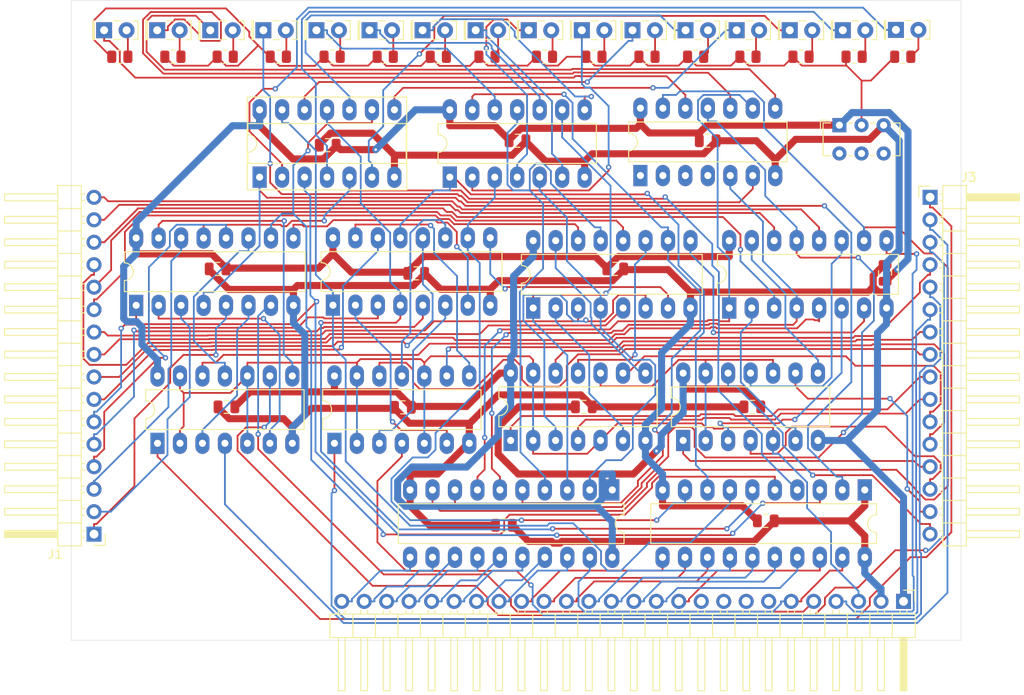
<source format=kicad_pcb>
(kicad_pcb (version 20240108) (generator "pcbnew") (generator_version "8.0")
  (layers (0 "F.Cu" signal) (31 "B.Cu" signal) (34 "B.Paste" user) (35 "F.Paste" user) (36 "B.SilkS" user "B.Silkscreen") (37 "F.SilkS" user "F.Silkscreen") (38 "B.Mask" user) (39 "F.Mask" user) (44 "Edge.Cuts" user))
  (net 0 "")
  (net 1 "Net-(D1-K)")
  (net 2 "VCC")
  (net 3 "Net-(D2-K)")
  (net 4 "Net-(D3-K)")
  (net 5 "Net-(D4-K)")
  (net 6 "Net-(D5-K)")
  (net 7 "Net-(D6-K)")
  (net 8 "Net-(D7-K)")
  (net 9 "Net-(D8-K)")
  (net 10 "Net-(D9-K)")
  (net 11 "Net-(D10-K)")
  (net 12 "Net-(D11-K)")
  (net 13 "Net-(D12-K)")
  (net 14 "Net-(D13-K)")
  (net 15 "Net-(D14-K)")
  (net 16 "Net-(D15-K)")
  (net 17 "Net-(D16-K)")
  (net 18 "/Transciever/Q1")
  (net 19 "GND")
  (net 20 "/Transciever/Q9")
  (net 21 "/Transciever/Q0")
  (net 22 "/Transciever/Q3")
  (net 23 "/Transciever/Q7")
  (net 24 "/Transciever/Q14")
  (net 25 "/Transciever/Q8")
  (net 26 "Net-(D2-A)")
  (net 27 "/Transciever/Q10")
  (net 28 "Net-(D3-A)")
  (net 29 "/Transciever/Q13")
  (net 30 "Net-(D4-A)")
  (net 31 "/Transciever/Q12")
  (net 32 "/Transciever/Q4")
  (net 33 "/Adder/Cout")
  (net 34 "/Transciever/Q15")
  (net 35 "/Transciever/Q6")
  (net 36 "/Transciever/Q2")
  (net 37 "/Adder/Cin")
  (net 38 "/Transciever/Q5")
  (net 39 "/Transciever/CE")
  (net 40 "/Conditional_Inverter/INV")
  (net 41 "/Transciever/Q11")
  (net 42 "/Conditional_Inverter/D12")
  (net 43 "/Conditional_Inverter/D15")
  (net 44 "/Conditional_Inverter/D1")
  (net 45 "/Conditional_Inverter/D8")
  (net 46 "/Conditional_Inverter/D5")
  (net 47 "/Conditional_Inverter/D14")
  (net 48 "/Conditional_Inverter/D6")
  (net 49 "/Conditional_Inverter/D11")
  (net 50 "/Conditional_Inverter/D13")
  (net 51 "/Conditional_Inverter/D0")
  (net 52 "/Conditional_Inverter/D4")
  (net 53 "/Conditional_Inverter/D9")
  (net 54 "/Conditional_Inverter/D10")
  (net 55 "/Conditional_Inverter/D7")
  (net 56 "/Conditional_Inverter/D2")
  (net 57 "/Conditional_Inverter/D3")
  (net 58 "/Adder/A1")
  (net 59 "/Adder/A0")
  (net 60 "/Adder/A14")
  (net 61 "/Adder/A8")
  (net 62 "/Adder/A10")
  (net 63 "/Adder/A11")
  (net 64 "/Adder/A4")
  (net 65 "/Adder/A12")
  (net 66 "/Adder/A7")
  (net 67 "/Adder/A6")
  (net 68 "/Adder/A5")
  (net 69 "/Adder/A15")
  (net 70 "/Adder/A9")
  (net 71 "/Adder/A13")
  (net 72 "/Adder/A2")
  (net 73 "/Adder/A3")
  (net 74 "/Adder/S3")
  (net 75 "/Adder/B3")
  (net 76 "/Adder/S2")
  (net 77 "/Adder/S0")
  (net 78 "/Adder/B2")
  (net 79 "/Adder/S1")
  (net 80 "/Adder/B0")
  (net 81 "Net-(U1-C4)")
  (net 82 "/Adder/B1")
  (net 83 "/Adder/B7")
  (net 84 "/Adder/S5")
  (net 85 "/Adder/S7")
  (net 86 "/Adder/S4")
  (net 87 "Net-(U2-C4)")
  (net 88 "/Adder/B4")
  (net 89 "/Adder/B5")
  (net 90 "/Adder/B6")
  (net 91 "/Adder/S6")
  (net 92 "/Adder/S10")
  (net 93 "/Adder/B11")
  (net 94 "/Adder/S9")
  (net 95 "/Adder/B9")
  (net 96 "/Adder/B8")
  (net 97 "Net-(U3-C4)")
  (net 98 "/Adder/S8")
  (net 99 "/Adder/B10")
  (net 100 "/Adder/S11")
  (net 101 "/Adder/S15")
  (net 102 "/Adder/B14")
  (net 103 "/Adder/B13")
  (net 104 "/Adder/S13")
  (net 105 "/Adder/B12")
  (net 106 "/Adder/S14")
  (net 107 "/Adder/S12")
  (net 108 "/Adder/B15")
  (net 109 "Net-(D1-A)")
  (net 110 "Net-(D5-A)")
  (net 111 "Net-(D6-A)")
  (net 112 "Net-(D7-A)")
  (net 113 "Net-(D8-A)")
  (net 114 "Net-(D9-A)")
  (net 115 "Net-(D10-A)")
  (net 116 "Net-(D11-A)")
  (net 117 "Net-(D12-A)")
  (net 118 "Net-(D13-A)")
  (net 119 "Net-(D14-A)")
  (net 120 "Net-(D15-A)")
  (net 121 "Net-(D16-A)")
  (net 126 "Net-(SW1-B)")
  (footprint "LED_THT:LED_Rectangular_W5.0mm_H2.0mm" (layer "F.Cu") (at 149.865 38.5)
    (property "Reference" "D5" (hide yes))
    (property "Value" "LED")
  )
  (footprint "Resistor_SMD:R_0805_2012Metric" (layer "F.Cu") (at 162.915 41.5 180)
    (property "Reference" "R3" (hide yes))
    (property "Value" "R")
  )
  (footprint "LED_THT:LED_Rectangular_W5.0mm_H2.0mm" (layer "F.Cu") (at 96.14 38.5)
    (property "Reference" "D14" (hide yes))
    (property "Value" "LED")
  )
  (footprint "LED_THT:LED_Rectangular_W5.0mm_H2.0mm" (layer "F.Cu") (at 114.14 38.5)
    (property "Reference" "D11" (hide yes))
    (property "Value" "LED")
  )
  (footprint "Package_DIP:DIP-14_W7.62mm_LongPads" (layer "F.Cu") (at 110.175 85.225 90)
    (property "Reference" "U6" (hide yes))
    (property "Value" "74LS86")
  )
  (footprint "Capacitor_SMD:C_0805_2012Metric" (layer "F.Cu") (at 141.915 65.5)
    (property "Reference" "C6" (hide yes))
    (property "Value" "C")
  )
  (footprint "Capacitor_SMD:C_0805_2012Metric" (layer "F.Cu") (at 109.415 51.5 180)
    (property "Reference" "C1" (hide yes))
    (property "Value" "C")
  )
  (footprint "Resistor_SMD:R_0805_2012Metric" (layer "F.Cu") (at 109.915 41.5 180)
    (property "Reference" "R12" (hide yes))
    (property "Value" "R")
  )
  (footprint "Capacitor_SMD:C_0805_2012Metric" (layer "F.Cu") (at 129.33 94.5 180)
    (property "Reference" "C13" (hide yes))
    (property "Value" "C")
  )
  (footprint "Resistor_SMD:R_0805_2012Metric" (layer "F.Cu") (at 127.415 41.5 180)
    (property "Reference" "R9" (hide yes))
    (property "Value" "R")
  )
  (footprint "Package_DIP:DIP-14_W7.62mm_LongPads" (layer "F.Cu") (at 149.59 84.905 90)
    (property "Reference" "U8" (hide yes))
    (property "Value" "74LS86")
  )
  (footprint "Connector_PinHeader_2.54mm:PinHeader_1x16_P2.54mm_Horizontal" (layer "F.Cu") (at 177.5 57.4)
    (property "Reference" "J3")
    (property "Value" "Conn_01x16_Pin")
  )
  (footprint "Resistor_SMD:R_0805_2012Metric" (layer "F.Cu") (at 174.415 41.5 180)
    (property "Reference" "R1" (hide yes))
    (property "Value" "R")
  )
  (footprint "LED_THT:LED_Rectangular_W5.0mm_H2.0mm" (layer "F.Cu") (at 120.14 38.5)
    (property "Reference" "D10" (hide yes))
    (property "Value" "LED")
  )
  (footprint "Package_DIP:DIP-14_W7.62mm_LongPads" (layer "F.Cu") (at 123.215 55.12 90)
    (property "Reference" "U10" (hide yes))
    (property "Value" "74LS04")
  )
  (footprint "LED_THT:LED_Rectangular_W5.0mm_H2.0mm" (layer "F.Cu") (at 138.14 38.5)
    (property "Reference" "D7" (hide yes))
    (property "Value" "LED")
  )
  (footprint "Resistor_SMD:R_0805_2012Metric" (layer "F.Cu") (at 115.915 41.5 180)
    (property "Reference" "R11" (hide yes))
    (property "Value" "R")
  )
  (footprint "LED_THT:LED_Rectangular_W5.0mm_H2.0mm" (layer "F.Cu") (at 167.64 38.5)
    (property "Reference" "D2" (hide yes))
    (property "Value" "LED")
  )
  (footprint "Resistor_SMD:R_0805_2012Metric" (layer "F.Cu") (at 91.915 41.5 180)
    (property "Reference" "R15" (hide yes))
    (property "Value" "R")
  )
  (footprint "Package_DIP:DIP-16_W7.62mm_LongPads" (layer "F.Cu") (at 132.64 69.92 90)
    (property "Reference" "U3" (hide yes))
    (property "Value" "74LS283")
  )
  (footprint "Resistor_SMD:R_0805_2012Metric" (layer "F.Cu") (at 139.5025 41.5 180)
    (property "Reference" "R7" (hide yes))
    (property "Value" "R")
  )
  (footprint "LED_THT:LED_Rectangular_W5.0mm_H2.0mm" (layer "F.Cu") (at 84.14 38.5)
    (property "Reference" "D16" (hide yes))
    (property "Value" "LED")
  )
  (footprint "LED_THT:LED_Rectangular_W5.0mm_H2.0mm" (layer "F.Cu") (at 173.64 38.46)
    (property "Reference" "D1" (hide yes))
    (property "Value" "LED")
  )
  (footprint "Package_DIP:DIP-14_W7.62mm_Socket_LongPads" (layer "F.Cu") (at 101.715 55.12 90)
    (property "Reference" "U9" (hide yes))
    (property "Value" "74LS04")
  )
  (footprint "Resistor_SMD:R_0805_2012Metric" (layer "F.Cu") (at 85.915 41.5 180)
    (property "Reference" "R16" (hide yes))
    (property "Value" "R")
  )
  (footprint "Connector_PinHeader_2.54mm:PinHeader_1x26_P2.54mm_Horizontal" (layer "F.Cu") (at 174.5 103.105 -90)
    (property "Reference" "J2" (hide yes))
    (property "Value" "Conn_01x26_Pin")
  )
  (footprint "Capacitor_SMD:C_0805_2012Metric" (layer "F.Cu") (at 130.865 51)
    (property "Reference" "C2" (hide yes))
    (property "Value" "C")
  )
  (footprint "Capacitor_SMD:C_0805_2012Metric" (layer "F.Cu") (at 152.365 51)
    (property "Reference" "C3" (hide yes))
    (property "Value" "C")
  )
  (footprint "Package_DIP:DIP-14_W7.62mm_LongPads" (layer "F.Cu") (at 90.175 85.225 90)
    (property "Reference" "U5" (hide yes))
    (property "Value" "74LS86")
  )
  (footprint "Resistor_SMD:R_0805_2012Metric" (layer "F.Cu") (at 103.8275 41.5 180)
    (property "Reference" "R13" (hide yes))
    (property "Value" "R")
  )
  (footprint "Capacitor_SMD:C_0805_2012Metric" (layer "F.Cu") (at 117.915 81.155 180)
    (property "Reference" "C5" (hide yes))
    (property "Value" "C")
  )
  (footprint "Resistor_SMD:R_0805_2012Metric" (layer "F.Cu") (at 121.915 41.5 180)
    (property "Reference" "R10" (hide yes))
    (property "Value" "R")
  )
  (footprint "Capacitor_SMD:C_0805_2012Metric" (layer "F.Cu") (at 138.365 81.105)
    (property "Reference" "C8" (hide yes))
    (property "Value" "C")
  )
  (footprint "Package_DIP:DIP-14_W7.62mm_LongPads" (layer "F.Cu") (at 130.09 84.905 90)
    (property "Reference" "U7" (hide yes))
    (property "Value" "74LS86")
  )
  (footprint "LED_THT:LED_Rectangular_W5.0mm_H2.0mm" (layer "F.Cu") (at 155.64 38.5)
    (property "Reference" "D4" (hide yes))
    (property "Value" "LED")
  )
  (footprint "Package_DIP:DIP-20_W7.62mm_LongPads" (layer "F.Cu") (at 170.12 90.5 -90)
    (property "Reference" "U12" (hide yes))
    (property "Value" "74LS245")
  )
  (footprint "LED_THT:LED_Rectangular_W5.0mm_H2.0mm" (layer "F.Cu") (at 143.865 38.5)
    (property "Reference" "D6" (hide yes))
    (property "Value" "LED")
  )
  (footprint "LED_THT:LED_Rectangular_W5.0mm_H2.0mm" (layer "F.Cu") (at 132.14 38.5)
    (property "Reference" "D8" (hide yes))
    (property "Value" "LED")
  )
  (footprint "Package_DIP:DIP-16_W7.62mm_LongPads" (layer "F.Cu") (at 154.8 69.92 90)
    (property "Reference" "U4" (hide yes))
    (property "Value" "74LS283")
  )
  (footprint "Capacitor_SMD:C_0805_2012Metric" (layer "F.Cu") (at 96.965 65.5 180)
    (property "Reference" "C4" (hide yes))
    (property "Value" "C")
  )
  (footprint "Capacitor_SMD:C_0805_2012Metric" (layer "F.Cu") (at 119.415 66)
    (property "Reference" "C10" (hide yes))
    (property "Value" "C")
  )
  (footprint "Resistor_SMD:R_0805_2012Metric" (layer "F.Cu") (at 145.5025 41.5 180)
    (property "Reference" "R6" (hide yes))
    (property "Value" "R")
  )
  (footprint "Package_DIP:DIP-20_W7.62mm_LongPads" (layer "F.Cu") (at 141.58 90.5 -90)
    (property "Reference" "U13" (hide yes))
    (property "Value" "74LS245")
  )
  (footprint "LED_THT:LED_Rectangular_W5.0mm_H2.0mm" (layer "F.Cu") (at 126.14 38.5)
    (property "Reference" "D9" (hide yes))
    (property "Value" "LED")
  )
  (footprint "Capacitor_SMD:C_0805_2012Metric" (layer "F.Cu") (at 172.415 65.95 90)
    (property "Reference" "C7" (hide yes))
    (property "Value" "C")
  )
  (footprint "LED_THT:LED_Rectangular_W5.0mm_H2.0mm" (layer "F.Cu") (at 90.14 38.5)
    (property "Reference" "D15" (hide yes))
    (property "Value" "LED")
  )
  (footprint "Resistor_SMD:R_0805_2012Metric" (layer "F.Cu") (at 97.8275 41.5 180)
    (property "Reference" "R14" (hide yes))
    (property "Value" "R")
  )
  (footprint "Resistor_SMD:R_0805_2012Metric" (layer "F.Cu") (at 168.915 41.5 180)
    (property "Reference" "R2" (hide yes))
    (property "Value" "R")
  )
  (footprint "Capacitor_SMD:C_0805_2012Metric" (layer "F.Cu") (at 157.415 81.105 180)
    (property "Reference" "C9" (hide yes))
    (property "Value" "C")
  )
  (footprint "Package_DIP:DIP-16_W7.62mm_LongPads" (layer "F.Cu") (at 87.76 69.62 90)
    (property "Reference" "U1" (hide yes))
    (property "Value" "74LS283")
  )
  (footprint "Connector_PinHeader_2.54mm:PinHeader_1x16_P2.54mm_Horizontal" (layer "F.Cu") (at 83 95.5 180)
    (property "Reference" "J1")
    (property "Value" "Conn_01x16_Pin")
  )
  (footprint "Resistor_SMD:R_0805_2012Metric" (layer "F.Cu") (at 133.915 41.5 180)
    (property "Reference" "R8" (hide yes))
    (property "Value" "R")
  )
  (footprint "LED_THT:LED_Rectangular_W5.0mm_H2.0mm" (layer "F.Cu") (at 161.64 38.5)
    (property "Reference" "D3" (hide yes))
    (property "Value" "LED")
  )
  (footprint "LED_THT:LED_Rectangular_W5.0mm_H2.0mm" (layer "F.Cu") (at 102.14 38.5)
    (property "Reference" "D13" (hide yes))
    (property "Value" "LED")
  )
  (footprint "LED_THT:LED_Rectangular_W5.0mm_H2.0mm" (layer "F.Cu") (at 108.14 38.5)
    (property "Reference" "D12" (hide yes))
    (property "Value" "LED")
  )
  (footprint "Capacitor_SMD:C_0805_2012Metric" (layer "F.Cu") (at 158.93 94 180)
    (property "Reference" "C12" (hide yes))
    (property "Value" "C")
  )
  (footprint "Resistor_SMD:R_0805_2012Metric" (layer "F.Cu") (at 151.0025 41.5 180)
    (property "Reference" "R5" (hide yes))
    (property "Value" "R")
  )
  (footprint "Button_Switch_THT:SW_E-Switch_EG1271_SPDT" (layer "F.Cu") (at 167.255 49.24)
    (property "Reference" "SW1" (hide yes))
    (property "Value" "SW_SPDT")
  )
  (footprint "Package_DIP:DIP-16_W7.62mm_LongPads" (layer "F.Cu") (at 110.005 69.6 90)
    (property "Reference" "U2" (hide yes))
    (property "Value" "74LS283")
  )
  (footprint "Capacitor_SMD:C_0805_2012Metric" (layer "F.Cu") (at 97.965 81.105 180)
    (property "Reference" "C11" (hide yes))
    (property "Value" "C")
  )
  (footprint "Package_DIP:DIP-14_W7.62mm_LongPads" (layer "F.Cu") (at 144.76 54.94 90)
    (property "Reference" "U11" (hide yes))
    (property "Value" "74LS04")
  )
  (footprint "Resistor_SMD:R_0805_2012Metric" (layer "F.Cu") (at 156.915 41.5 180)
    (property "Reference" "R4" (hide yes))
    (property "Value" "R")
  )
  (gr_rect (start 80.415 35.105) (end 181 107.5) (stroke (width 0.05)) (fill none) (layer "Edge.Cuts"))
  (segment (start 100.57 46.6748) (end 100.57 49.9333) (width 0.2) (layer "F.Cu") (net 1))
  (segment (start 103.4884 45.1226) (end 102.1222 45.1226) (width 0.2) (layer "F.Cu") (net 1))
  (segment (start 104.255 55.12) (end 104.255 53.6183) (width 0.2) (layer "F.Cu") (net 1))
  (segment (start 102.1222 45.1226) (end 100.57 46.6748) (width 0.2) (layer "F.Cu") (net 1))
  (segment (start 100.57 49.9333) (end 104.255 53.6183) (width 0.2) (layer "F.Cu") (net 1))
  (via (at 103.4884 45.1226) (size 0.6) (drill 0.3) (layers "F.Cu" "B.Cu") (net 1))
  (segment (start 107.2295 35.9445) (end 105.9332 37.2408) (width 0.2) (layer "B.Cu") (net 1))
  (segment (start 105.9332 42.6778) (end 103.4884 45.1226) (width 0.2) (layer "B.Cu") (net 1))
  (segment (start 105.9332 37.2408) (end 105.9332 42.6778) (width 0.2) (layer "B.Cu") (net 1))
  (segment (start 173.64 38.46) (end 172.4383 38.46) (width 0.2) (layer "B.Cu") (net 1))
  (segment (start 169.9228 35.9445) (end 107.2295 35.9445) (width 0.2) (layer "B.Cu") (net 1))
  (segment (start 172.4383 38.46) (end 169.9228 35.9445) (width 0.2) (layer "B.Cu") (net 1))
  (segment (start 128.6827 86.4401) (end 130.9409 88.6983) (width 0.8) (layer "F.Cu") (net 2))
  (segment (start 96.3077 63.8017) (end 97.915 65.409) (width 0.8) (layer "F.Cu") (net 2))
  (segment (start 154.8 64.1017) (end 142.2687 64.1017) (width 0.8) (layer "F.Cu") (net 2))
  (segment (start 129.915 50.9235) (end 131.2432 49.5953) (width 0.8) (layer "F.Cu") (net 2))
  (segment (start 132.64 64.1017) (end 120.2347 64.1017) (width 0.8) (layer "F.Cu") (net 2))
  (segment (start 172.4977 66.9) (end 172.415 66.9) (width 0.8) (layer "F.Cu") (net 2))
  (segment (start 117.2165 79.4067) (end 110.175 79.4067) (width 0.8) (layer "F.Cu") (net 2))
  (segment (start 158.365 81.0287) (end 158.365 81.105) (width 0.8) (layer "F.Cu") (net 2))
  (segment (start 151.415 50.12) (end 152.295 49.24) (width 0.8) (layer "F.Cu") (net 2))
  (segment (start 97.915 65.409) (end 97.915 65.5) (width 0.8) (layer "F.Cu") (net 2))
  (segment (start 132.64 62.3) (end 132.64 64.1017) (width 0.8) (layer "F.Cu") (net 2))
  (segment (start 118.865 81.155) (end 118.865 81.0552) (width 0.8) (layer "F.Cu") (net 2))
  (segment (start 97.915 65.409) (end 108.3777 65.409) (width 0.8) (layer "F.Cu") (net 2))
  (segment (start 145.7583 50.12) (end 144.76 49.1217) (width 0.8) (layer "F.Cu") (net 2))
  (segment (start 87.76 63.8017) (end 96.3077 63.8017) (width 0.8) (layer "F.Cu") (net 2))
  (segment (start 143.969 88.6983) (end 141.58 88.6983) (width 0.8) (layer "F.Cu") (net 2))
  (segment (start 157.6108 96.3183) (end 159.88 94.0491) (width 0.8) (layer "F.Cu") (net 2))
  (segment (start 87.76 62) (end 87.76 63.8017) (width 0.8) (layer "F.Cu") (net 2))
  (segment (start 128.2932 49.3017) (end 129.915 50.9235) (width 0.8) (layer "F.Cu") (net 2))
  (segment (start 123.215 49.3017) (end 128.2932 49.3017) (width 0.8) (layer "F.Cu") (net 2))
  (segment (start 130.985 81.105) (end 128.6827 83.4073) (width 0.8) (layer "F.Cu") (net 2))
  (segment (start 118.465 65.8714) (end 118.465 66) (width 0.8) (layer "F.Cu") (net 2))
  (segment (start 149.59 77.285) (end 149.59 79.0867) (width 0.8) (layer "F.Cu") (net 2))
  (segment (start 110.005 63.7817) (end 112.0947 65.8714) (width 0.8) (layer "F.Cu") (net 2))
  (segment (start 114.8365 52.0055) (end 110.8705 52.0055) (width 0.8) (layer "F.Cu") (net 2))
  (segment (start 141.58 90.5) (end 141.58 88.6983) (width 0.8) (layer "F.Cu") (net 2))
  (segment (start 134.9331 96.5163) (end 135.68 96.5163) (width 0.8) (layer "F.Cu") (net 2))
  (segment (start 110.8705 52.0055) (end 110.4282 51.5632) (width 0.8) (layer "F.Cu") (net 2))
  (segment (start 154.8 62.3) (end 154.8 64.1017) (width 0.8) (layer "F.Cu") (net 2))
  (segment (start 137.415 81.105) (end 130.985 81.105) (width 0.8) (layer "F.Cu") (net 2))
  (segment (start 128.6827 83.4073) (end 128.6827 86.4401) (width 0.8) (layer "F.Cu") (net 2))
  (segment (start 149.59 79.0867) (end 156.423 79.0867) (width 0.8) (layer "F.Cu") (net 2))
  (segment (start 120.2347 64.1017) (end 118.465 65.8714) (width 0.8) (layer "F.Cu") (net 2))
  (segment (start 123.215 47.5) (end 123.215 49.3017) (width 0.8) (layer "F.Cu") (net 2))
  (segment (start 140.965 65.4054) (end 139.6613 64.1017) (width 0.8) (layer "F.Cu") (net 2))
  (segment (start 132.0983 96.3183) (end 134.7351 96.3183) (width 0.8) (layer "F.Cu") (net 2))
  (segment (start 108.3777 65.409) (end 110.005 63.7817) (width 0.8) (layer "F.Cu") (net 2))
  (segment (start 152.295 49.24) (end 165.8533 49.24) (width 0.8) (layer "F.Cu") (net 2))
  (segment (start 144.76 47.32) (end 144.76 49.1217) (width 0.8) (layer "F.Cu") (net 2))
  (segment (start 144.2864 49.5953) (end 144.76 49.1217) (width 0.8) (layer "F.Cu") (net 2))
  (segment (start 140.965 65.4054) (end 140.965 65.5) (width 0.8) (layer "F.Cu") (net 2))
  (segment (start 135.878 96.3183) (end 141.58 96.3183) (width 0.8) (layer "F.Cu") (net 2))
  (segment (start 142.2687 64.1017) (end 140.965 65.4054) (width 0.8) (layer "F.Cu") (net 2))
  (segment (start 156.423 79.0867) (end 158.365 81.0287) (width 0.8) (layer "F.Cu") (net 2))
  (segment (start 159.88 94.0491) (end 159.88 94) (width 0.8) (layer "F.Cu") (net 2))
  (segment (start 108.9342 53.0572) (end 105.4705 53.0572) (width 0.8) (layer "F.Cu") (net 2))
  (segment (start 146.5809 86.0864) (end 143.969 88.6983) (width 0.8) (layer "F.Cu") (net 2))
  (segment (start 170.12 95.6983) (end 168.4217 94) (width 0.8) (layer "F.Cu") (net 2))
  (segment (start 112.0947 65.8714) (end 118.465 65.8714) (width 0.8) (layer "F.Cu") (net 2))
  (segment (start 101.715 47.5) (end 101.715 49.3017) (width 0.8) (layer "F.Cu") (net 2))
  (segment (start 125.0993 81.0552) (end 128.8695 77.285) (width 0.8) (layer "F.Cu") (net 2))
  (segment (start 173.8309 65.5668) (end 172.4977 66.9) (width 0.8) (layer "F.Cu") (net 2))
  (segment (start 159.88 94) (end 168.4217 94) (width 0.8) (layer "F.Cu") (net 2))
  (segment (start 105.4705 53.0572) (end 101.715 49.3017) (width 0.8) (layer "F.Cu") (net 2))
  (segment (start 129.915 50.9235) (end 129.915 51) (width 0.8) (layer "F.Cu") (net 2))
  (segment (start 135.68 96.5163) (end 135.878 96.3183) (width 0.8) (layer "F.Cu") (net 2))
  (segment (start 110.005 61.98) (end 110.005 63.7817) (width 0.8) (layer "F.Cu") (net 2))
  (segment (start 110.4282 51.5632) (end 108.9342 53.0572) (width 0.8) (layer "F.Cu") (net 2))
  (segment (start 100.6133 79.4067) (end 110.175 79.4067) (width 0.8) (layer "F.Cu") (net 2))
  (segment (start 139.6613 64.1017) (end 132.64 64.1017) (width 0.8) (layer "F.Cu") (net 2))
  (segment (start 118.865 81.0552) (end 125.0993 81.0552) (width 0.8) (layer "F.Cu") (net 2))
  (segment (start 134.7351 96.3183) (end 134.9331 96.5163) (width 0.8) (layer "F.Cu") (net 2))
  (segment (start 131.2432 49.5953) (end 144.2864 49.5953) (width 0.8) (layer "F.Cu") (net 2))
  (segment (start 130.28 94.5) (end 132.0983 96.3183) (width 0.8) (layer "F.Cu") (net 2))
  (segment (start 170.12 90.5) (end 170.12 92.3017) (width 0.8) (layer "F.Cu") (net 2))
  (segment (start 130.9409 88.6983) (end 141.58 88.6983) (width 0.8) (layer "F.Cu") (net 2))
  (segment (start 110.4282 51.5632) (end 110.365 51.5) (width 0.8) (layer "F.Cu") (net 2))
  (segment (start 128.8695 77.285) (end 130.09 77.285) (width 0.8) (layer "F.Cu") (net 2))
  (segment (start 167.255 49.24) (end 165.8533 49.24) (width 0.8) (layer "F.Cu") (net 2))
  (segment (start 151.415 51) (end 151.415 50.12) (width 0.8) (layer "F.Cu") (net 2))
  (segment (start 151.415 50.12) (end 145.7583 50.12) (width 0.8) (layer "F.Cu") (net 2))
  (segment (start 170.12 98.12) (end 170.12 95.6983) (width 0.8) (layer "F.Cu") (net 2))
  (segment (start 118.865 81.0552) (end 117.2165 79.4067) (width 0.8) (layer "F.Cu") (net 2))
  (segment (start 110.175 77.605) (end 110.175 79.4067) (width 0.8) (layer "F.Cu") (net 2))
  (segment (start 98.915 81.105) (end 100.6133 79.4067) (width 0.8) (layer "F.Cu") (net 2))
  (segment (start 168.4217 94) (end 170.12 92.3017) (width 0.8) (layer "F.Cu") (net 2))
  (segment (start 141.58 96.3183) (end 157.6108 96.3183) (width 0.8) (layer "F.Cu") (net 2))
  (segment (start 141.58 98.12) (end 141.58 96.3183) (width 0.8) (layer "F.Cu") (net 2))
  (via (at 173.8309 65.5668) (size 0.6) (drill 0.3) (layers "F.Cu" "B.Cu") (net 2))
  (via (at 114.8365 52.0055) (size 0.6) (drill 0.3) (layers "F.Cu" "B.Cu") (net 2))
  (via (at 146.5809 86.0864) (size 0.6) (drill 0.3) (layers "F.Cu" "B.Cu") (net 2))
  (segment (start 141.58 90.5) (end 141.58 88.6983) (width 0.8) (layer "B.Cu") (net 2))
  (segment (start 86.3528 65.2089) (end 87.76 63.8017) (width 0.8) (layer "B.Cu") (net 2))
  (segment (start 87.76 62.4336) (end 87.76 63.8017) (width 0.8) (layer "B.Cu") (net 2))
  (segment (start 101.715 49.3017) (end 98.6566 49.3017) (width 0.8) (layer "B.Cu") (net 2))
  (segment (start 141.58 96.3183) (end 141.58 94.0965) (width 0.8) (layer "B.Cu") (net 2))
  (segment (start 147.1142 84.2557) (end 147.1142 85.5531) (width 0.8) (layer "B.Cu") (net 2))
  (segment (start 130.4702 75.1031) (end 130.4702 72.5737) (width 0.8) (layer "B.Cu") (net 2))
  (segment (start 141.58 98.12) (end 141.58 96.3183) (width 0.8) (layer "B.Cu") (net 2))
  (segment (start 87.76 62) (end 87.76 60.1983) (width 0.8) (layer "B.Cu") (net 2))
  (segment (start 141.58 94.0965) (end 139.8318 92.3483) (width 0.8) (layer "B.Cu") (net 2))
  (segment (start 123.215 47.5) (end 119.342 47.5) (width 0.8) (layer "B.Cu") (net 2))
  (segment (start 170.12 98.12) (end 170.12 99.9217) (width 0.8) (layer "B.Cu") (net 2))
  (segment (start 140.5128 88.6983) (end 140.4417 88.7694) (width 0.8) (layer "B.Cu") (net 2))
  (segment (start 86.3528 71.0947) (end 86.3528 65.2089) (width 0.8) (layer "B.Cu") (net 2))
  (segment (start 167.255 49.24) (end 168.6782 47.8168) (width 0.8) (layer "B.Cu") (net 2))
  (segment (start 87.813 71.4612) (end 86.7193 71.4612) (width 0.8) (layer "B.Cu") (net 2))
  (segment (start 130.09 80.975) (end 130.09 79.0867) (width 0.8) (layer "B.Cu") (net 2))
  (segment (start 88.4135 72.0617) (end 87.813 71.4612) (width 0.8) (layer "B.Cu") (net 2))
  (segment (start 139.8318 92.3483) (end 118.1859 92.3483) (width 0.8) (layer "B.Cu") (net 2))
  (segment (start 118.1859 92.3483) (end 117.3183 91.4807) (width 0.8) (layer "B.Cu") (net 2))
  (segment (start 119.342 47.5) (end 114.8365 52.0055) (width 0.8) (layer "B.Cu") (net 2))
  (segment (start 139.8318 92.0906) (end 139.8318 92.3483) (width 0.8) (layer "B.Cu") (net 2))
  (segment (start 175.007 49.9389) (end 175.007 64.3907) (width 0.8) (layer "B.Cu") (net 2))
  (segment (start 130.09 77.285) (end 130.09 75.4833) (width 0.8) (layer "B.Cu") (net 2))
  (segment (start 128.6883 82.3767) (end 130.09 80.975) (width 0.8) (layer "B.Cu") (net 2))
  (segment (start 130.4219 66.3198) (end 132.64 64.1017) (width 0.8) (layer "B.Cu") (net 2))
  (segment (start 101.715 47.5) (end 101.715 49.3017) (width 0.8) (layer "B.Cu") (net 2))
  (segment (start 170.12 99.9217) (end 171.8516 101.6533) (width 0.8) (layer "B.Cu") (net 2))
  (segment (start 87.76 62.4336) (end 87.76 62) (width 0.8) (layer "B.Cu") (net 2))
  (segment (start 125.1182 87.9072) (end 128.6883 84.3371) (width 0.8) (layer "B.Cu") (net 2))
  (segment (start 147.1142 85.5531) (end 146.5809 86.0864) (width 0.8) (layer "B.Cu") (net 2))
  (segment (start 132.64 62.3) (end 132.64 64.1017) (width 0.8) (layer "B.Cu") (net 2))
  (segment (start 149.59 77.285) (end 149.59 81.7799) (width 0.8) (layer "B.Cu") (net 2))
  (segment (start 149.59 81.7799) (end 147.1142 84.2557) (width 0.8) (layer "B.Cu") (net 2))
  (segment (start 171.8516 101.6533) (end 171.96 101.6533) (width 0.8) (layer "B.Cu") (net 2))
  (segment (start 140.4417 91.4807) (end 139.8318 92.0906) (width 0.8) (layer "B.Cu") (net 2))
  (segment (start 90.175 75.8033) (end 88.4135 74.0418) (width 0.8) (layer "B.Cu") (net 2))
  (segment (start 90.175 77.605) (end 90.175 75.8033) (width 0.8) (layer "B.Cu") (net 2))
  (segment (start 168.6782 47.8168) (end 172.8849 47.8168) (width 0.8) (layer "B.Cu") (net 2))
  (segment (start 128.6883 84.3371) (end 128.6883 82.3767) (width 0.8) (layer "B.Cu") (net 2))
  (segment (start 130.4219 72.5254) (end 130.4219 66.3198) (width 0.8) (layer "B.Cu") (net 2))
  (segment (start 117.3183 89.5193) (end 118.9304 87.9072) (width 0.8) (layer "B.Cu") (net 2))
  (segment (start 130.4702 72.5737) (end 130.4219 72.5254) (width 0.8) (layer "B.Cu") (net 2))
  (segment (start 88.4135 74.0418) (end 88.4135 72.0617) (width 0.8) (layer "B.Cu") (net 2))
  (segment (start 118.9304 87.9072) (end 125.1182 87.9072) (width 0.8) (layer "B.Cu") (net 2))
  (segment (start 130.09 75.4833) (end 130.4702 75.1031) (width 0.8) (layer "B.Cu") (net 2))
  (segment (start 117.3183 91.4807) (end 117.3183 89.5193) (width 0.8) (layer "B.Cu") (net 2))
  (segment (start 175.007 64.3907) (end 173.8309 65.5668) (width 0.8) (layer "B.Cu") (net 2))
  (segment (start 141.58 88.6983) (end 140.5128 88.6983) (width 0.8) (layer "B.Cu") (net 2))
  (segment (start 172.8849 47.8168) (end 175.007 49.9389) (width 0.8) (layer "B.Cu") (net 2))
  (segment (start 140.4417 88.7694) (end 140.4417 91.4807) (width 0.8) (layer "B.Cu") (net 2))
  (segment (start 130.09 77.285) (end 130.09 79.0867) (width 0.8) (layer "B.Cu") (net 2))
  (segment (start 86.7193 71.4612) (end 86.3528 71.0947) (width 0.8) (layer "B.Cu") (net 2))
  (segment (start 171.96 103.105) (end 171.96 101.6533) (width 0.8) (layer "B.Cu") (net 2))
  (segment (start 98.6566 49.3017) (end 87.76 60.1983) (width 0.8) (layer "B.Cu") (net 2))
  (segment (start 107.3534 36.4117) (end 106.4895 37.2756) (width 0.2) (layer "B.Cu") (net 3))
  (segment (start 109.335 51.5887) (end 109.335 55.12) (width 0.2) (layer "B.Cu") (net 3))
  (segment (start 166.4383 38.5) (end 164.35 36.4117) (width 0.2) (layer "B.Cu") (net 3))
  (segment (start 167.64 38.5) (end 166.4383 38.5) (width 0.2) (layer "B.Cu") (net 3))
  (segment (start 108.065 50.3187) (end 109.335 51.5887) (width 0.2) (layer "B.Cu") (net 3))
  (segment (start 106.4895 37.2756) (end 106.4895 42.8587) (width 0.2) (layer "B.Cu") (net 3))
  (segment (start 164.35 36.4117) (end 107.3534 36.4117) (width 0.2) (layer "B.Cu") (net 3))
  (segment (start 108.065 44.4342) (end 108.065 50.3187) (width 0.2) (layer "B.Cu") (net 3))
  (segment (start 106.4895 42.8587) (end 108.065 44.4342) (width 0.2) (layer "B.Cu") (net 3))
  (segment (start 121.4683 39.4947) (end 121.4683 37.9846) (width 0.2) (layer "F.Cu") (net 4))
  (segment (start 121.4683 37.9846) (end 122.5756 36.8773) (width 0.2) (layer "F.Cu") (net 4))
  (segment (start 158.8156 36.8773) (end 160.4383 38.5) (width 0.2) (layer "F.Cu") (net 4))
  (segment (start 161.64 38.5) (end 160.4383 38.5) (width 0.2) (layer "F.Cu") (net 4))
  (segment (start 122.5756 36.8773) (end 158.8156 36.8773) (width 0.2) (layer "F.Cu") (net 4))
  (segment (start 119.7801 41.1829) (end 121.4683 39.4947) (width 0.2) (layer "F.Cu") (net 4))
  (via (at 119.7801 41.1829) (size 0.6) (drill 0.3) (layers "F.Cu" "B.Cu") (net 4))
  (segment (start 115.685 45.278) (end 119.7801 41.1829) (width 0.2) (layer "B.Cu") (net 4))
  (segment (start 115.685 49.373) (end 115.685 45.278) (width 0.2) (layer "B.Cu") (net 4))
  (segment (start 114.0519 51.0061) (end 115.685 49.373) (width 0.2) (layer "B.Cu") (net 4))
  (segment (start 114.0519 53.2552) (end 114.0519 51.0061) (width 0.2) (layer "B.Cu") (net 4))
  (segment (start 114.415 55.12) (end 114.415 53.6183) (width 0.2) (layer "B.Cu") (net 4))
  (segment (start 114.415 53.6183) (end 114.0519 53.2552) (width 0.2) (layer "B.Cu") (net 4))
  (segment (start 116.955 45.9983) (end 117.9412 45.0121) (width 0.2) (layer "F.Cu") (net 5))
  (segment (start 117.9412 45.0121) (end 146.1756 45.0121) (width 0.2) (layer "F.Cu") (net 5))
  (segment (start 116.955 47.5) (end 116.955 45.9983) (width 0.2) (layer "F.Cu") (net 5))
  (via (at 146.1756 45.0121) (size 0.6) (drill 0.3) (layers "F.Cu" "B.Cu") (net 5))
  (segment (start 147.9262 45.0121) (end 154.4383 38.5) (width 0.2) (layer "B.Cu") (net 5))
  (segment (start 155.64 38.5) (end 154.4383 38.5) (width 0.2) (layer "B.Cu") (net 5))
  (segment (start 146.1756 45.0121) (end 147.9262 45.0121) (width 0.2) (layer "B.Cu") (net 5))
  (segment (start 149.865 38.5) (end 148.6633 38.5) (width 0.2) (layer "B.Cu") (net 6))
  (segment (start 106.9054 37.4508) (end 107.5344 36.8218) (width 0.2) (layer "B.Cu") (net 6))
  (segment (start 106.9054 41.0287) (end 106.9054 37.4508) (width 0.2) (layer "B.Cu") (net 6))
  (segment (start 111.875 45.9983) (end 106.9054 41.0287) (width 0.2) (layer "B.Cu") (net 6))
  (segment (start 107.5344 36.8218) (end 146.9851 36.8218) (width 0.2) (layer "B.Cu") (net 6))
  (segment (start 111.875 47.5) (end 111.875 45.9983) (width 0.2) (layer "B.Cu") (net 6))
  (segment (start 146.9851 36.8218) (end 148.6633 38.5) (width 0.2) (layer "B.Cu") (net 6))
  (segment (start 108.4379 44.3554) (end 138.7558 44.3554) (width 0.2) (layer "F.Cu") (net 7))
  (segment (start 106.795 47.5) (end 106.795 45.9983) (width 0.2) (layer "F.Cu") (net 7))
  (segment (start 106.795 45.9983) (end 108.4379 44.3554) (width 0.2) (layer "F.Cu") (net 7))
  (via (at 138.7558 44.3554) (size 0.6) (drill 0.3) (layers "F.Cu" "B.Cu") (net 7))
  (segment (start 138.7558 44.3554) (end 143.4095 39.7017) (width 0.2) (layer "B.Cu") (net 7))
  (segment (start 143.865 38.5) (end 143.865 39.7017) (width 0.2) (layer "B.Cu") (net 7))
  (segment (start 143.4095 39.7017) (end 143.865 39.7017) (width 0.2) (layer "B.Cu") (net 7))
  (segment (start 125.755 56.6217) (end 138.9349 56.6217) (width 0.2) (layer "F.Cu") (net 8))
  (segment (start 138.9349 56.6217) (end 141.1656 54.391) (width 0.2) (layer "F.Cu") (net 8))
  (segment (start 141.1656 54.391) (end 141.1656 53.9915) (width 0.2) (layer "F.Cu") (net 8))
  (segment (start 125.755 55.12) (end 125.755 56.6217) (width 0.2) (layer "F.Cu") (net 8))
  (via (at 141.1656 53.9915) (size 0.6) (drill 0.3) (layers "F.Cu" "B.Cu") (net 8))
  (segment (start 138.14 44.5931) (end 138.5215 44.9746) (width 0.2) (layer "B.Cu") (net 8))
  (segment (start 138.14 38.5) (end 138.14 39.7017) (width 0.2) (layer "B.Cu") (net 8))
  (segment (start 138.14 39.7017) (end 138.14 44.5931) (width 0.2) (layer "B.Cu") (net 8))
  (segment (start 139.0609 44.9746) (end 141.1656 47.0793) (width 0.2) (layer "B.Cu") (net 8))
  (segment (start 141.1656 47.0793) (end 141.1656 53.9915) (width 0.2) (layer "B.Cu") (net 8))
  (segment (start 138.5215 44.9746) (end 139.0609 44.9746) (width 0.2) (layer "B.Cu") (net 8))
  (segment (start 128.1817 37.2826) (end 129.7209 37.2826) (width 0.2) (layer "F.Cu") (net 9))
  (segment (start 127.3457 38.1186) (end 128.1817 37.2826) (width 0.2) (layer "F.Cu") (net 9))
  (segment (start 127.3457 40.5293) (end 127.3457 38.1186) (width 0.2) (layer "F.Cu") (net 9))
  (segment (start 129.7209 37.2826) (end 130.9383 38.5) (width 0.2) (layer "F.Cu") (net 9))
  (segment (start 132.14 38.5) (end 130.9383 38.5) (width 0.2) (layer "F.Cu") (net 9))
  (via (at 127.3457 40.5293) (size 0.6) (drill 0.3) (layers "F.Cu" "B.Cu") (net 9))
  (segment (start 130.835 55.12) (end 130.835 53.6183) (width 0.2) (layer "B.Cu") (net 9))
  (segment (start 131.9462 52.5071) (end 131.9462 45.841) (width 0.2) (layer "B.Cu") (net 9))
  (segment (start 131.9462 45.841) (end 127.3457 41.2405) (width 0.2) (layer "B.Cu") (net 9))
  (segment (start 127.3457 41.2405) (end 127.3457 40.5293) (width 0.2) (layer "B.Cu") (net 9))
  (segment (start 130.835 53.6183) (end 131.9462 52.5071) (width 0.2) (layer "B.Cu") (net 9))
  (segment (start 127.3417 39.1064) (end 134.7646 46.5293) (width 0.2) (layer "B.Cu") (net 10))
  (segment (start 127.3417 38.5) (end 127.3417 39.1064) (width 0.2) (layer "B.Cu") (net 10))
  (segment (start 126.14 38.5) (end 127.3417 38.5) (width 0.2) (layer "B.Cu") (net 10))
  (segment (start 135.915 55.12) (end 135.915 53.6183) (width 0.2) (layer "B.Cu") (net 10))
  (segment (start 134.7646 46.5293) (end 134.7646 52.4679) (width 0.2) (layer "B.Cu") (net 10))
  (segment (start 134.7646 52.4679) (end 135.915 53.6183) (width 0.2) (layer "B.Cu") (net 10))
  (segment (start 138.455 47.5) (end 138.455 45.9983) (width 0.2) (layer "F.Cu") (net 11))
  (segment (start 138.455 45.9983) (end 139.2082 45.9983) (width 0.2) (layer "F.Cu") (net 11))
  (via (at 139.2082 45.9983) (size 0.6) (drill 0.3) (layers "F.Cu" "B.Cu") (net 11))
  (segment (start 120.14 38.5) (end 121.3417 38.5) (width 0.2) (layer "B.Cu") (net 11))
  (segment (start 137.3901 45.9983) (end 130.5516 39.1598) (width 0.2) (layer "B.Cu") (net 11))
  (segment (start 121.3417 38.1245) (end 121.3417 38.5) (width 0.2) (layer "B.Cu") (net 11))
  (segment (start 139.2082 45.9983) (end 137.3901 45.9983) (width 0.2) (layer "B.Cu") (net 11))
  (segment (start 122.2161 37.2501) (end 121.3417 38.1245) (width 0.2) (layer "B.Cu") (net 11))
  (segment (start 129.1824 37.2501) (end 122.2161 37.2501) (width 0.2) (layer "B.Cu") (net 11))
  (segment (start 130.5516 38.6193) (end 129.1824 37.2501) (width 0.2) (layer "B.Cu") (net 11))
  (segment (start 130.5516 39.1598) (end 130.5516 38.6193) (width 0.2) (layer "B.Cu") (net 11))
  (segment (start 133.375 47.5) (end 133.375 45.9983) (width 0.2) (layer "B.Cu") (net 12))
  (segment (start 133.375 45.9983) (end 127.9474 40.5707) (width 0.2) (layer "B.Cu") (net 12))
  (segment (start 127.5949 39.9276) (end 116.3937 39.9276) (width 0.2) (layer "B.Cu") (net 12))
  (segment (start 115.3417 38.8756) (end 115.3417 38.5) (width 0.2) (layer "B.Cu") (net 12))
  (segment (start 116.3937 39.9276) (end 115.3417 38.8756) (width 0.2) (layer "B.Cu") (net 12))
  (segment (start 127.9474 40.2801) (end 127.5949 39.9276) (width 0.2) (layer "B.Cu") (net 12))
  (segment (start 127.9474 40.5707) (end 127.9474 40.2801) (width 0.2) (layer "B.Cu") (net 12))
  (segment (start 114.14 38.5) (end 115.3417 38.5) (width 0.2) (layer "B.Cu") (net 12))
  (segment (start 108.14 38.5) (end 109.3417 38.5) (width 0.2) (layer "B.Cu") (net 13))
  (segment (start 111.0552 40.5791) (end 109.3417 38.8656) (width 0.2) (layer "B.Cu") (net 13))
  (segment (start 128.295 47.5) (end 128.295 45.9983) (width 0.2) (layer "B.Cu") (net 13))
  (segment (start 122.8758 40.5791) (end 111.0552 40.5791) (width 0.2) (layer "B.Cu") (net 13))
  (segment (start 109.3417 38.8656) (end 109.3417 38.5) (width 0.2) (layer "B.Cu") (net 13))
  (segment (start 128.295 45.9983) (end 122.8758 40.5791) (width 0.2) (layer "B.Cu") (net 13))
  (segment (start 124.2867 57.2425) (end 124.0836 57.0394) (width 0.2) (layer "F.Cu") (net 14))
  (segment (start 104.2162 57.0394) (end 102.9074 55.7306) (width 0.2) (layer "F.Cu") (net 14))
  (segment (start 157.46 54.94) (end 157.46 56.4417) (width 0.2) (layer "F.Cu") (net 14))
  (segment (start 102.9074 55.7306) (end 102.9074 53.5842) (width 0.2) (layer "F.Cu") (net 14))
  (segment (start 124.0836 57.0394) (end 104.2162 57.0394) (width 0.2) (layer "F.Cu") (net 14))
  (segment (start 155.9391 57.9626) (end 125.2316 57.9626) (width 0.2) (layer "F.Cu") (net 14))
  (segment (start 124.5115 57.2425) (end 124.2867 57.2425) (width 0.2) (layer "F.Cu") (net 14))
  (segment (start 125.2316 57.9626) (end 124.5115 57.2425) (width 0.2) (layer "F.Cu") (net 14))
  (segment (start 157.46 56.4417) (end 155.9391 57.9626) (width 0.2) (layer "F.Cu") (net 14))
  (via (at 102.9074 53.5842) (size 0.6) (drill 0.3) (layers "F.Cu" "B.Cu") (net 14))
  (segment (start 102.14 45.2515) (end 102.9074 46.0189) (width 0.2) (layer "B.Cu") (net 14))
  (segment (start 102.14 38.5) (end 102.14 45.2515) (width 0.2) (layer "B.Cu") (net 14))
  (segment (start 102.9074 46.0189) (end 102.9074 53.5842) (width 0.2) (layer "B.Cu") (net 14))
  (segment (start 88.9383 40.9323) (end 90.9652 42.9592) (width 0.2) (layer "F.Cu") (net 15))
  (segment (start 137.0746 42.8723) (end 138.2381 42.8723) (width 0.2) (layer "F.Cu") (net 15))
  (segment (start 89.5576 36.8557) (end 88.9383 37.475) (width 0.2) (layer "F.Cu") (net 15))
  (segment (start 157.0863 42.9046) (end 160 45.8183) (width 0.2) (layer "F.Cu") (net 15))
  (segment (start 90.9652 42.9592) (end 136.9877 42.9592) (width 0.2) (layer "F.Cu") (net 15))
  (segment (start 94.4957 36.8557) (end 89.5576 36.8557) (width 0.2) (layer "F.Cu") (net 15))
  (segment (start 96.14 38.5) (end 94.4957 36.8557) (width 0.2) (layer "F.Cu") (net 15))
  (segment (start 136.9877 42.9592) (end 137.0746 42.8723) (width 0.2) (layer "F.Cu") (net 15))
  (segment (start 88.9383 37.475) (end 88.9383 40.9323) (width 0.2) (layer "F.Cu") (net 15))
  (segment (start 160 47.32) (end 160 45.8183) (width 0.2) (layer "F.Cu") (net 15))
  (segment (start 138.2381 42.8723) (end 138.2704 42.9046) (width 0.2) (layer "F.Cu") (net 15))
  (segment (start 138.2704 42.9046) (end 157.0863 42.9046) (width 0.2) (layer "F.Cu") (net 15))
  (segment (start 96.3046 36.4379) (end 89.4053 36.4379) (width 0.2) (layer "F.Cu") (net 16))
  (segment (start 90.14 38.5) (end 91.3417 38.5) (width 0.2) (layer "F.Cu") (net 16))
  (segment (start 92.1563 37.2751) (end 93.2067 37.2751) (width 0.2) (layer "F.Cu") (net 16))
  (segment (start 138.1041 43.3063) (end 152.408 43.3063) (width 0.2) (layer "F.Cu") (net 16))
  (segment (start 154.92 47.32) (end 154.92 45.8183) (width 0.2) (layer "F.Cu") (net 16))
  (segment (start 94.9383 39.525) (end 95.115 39.7017) (width 0.2) (layer "F.Cu") (net 16))
  (segment (start 88.5366 41.1033) (end 90.8435 43.4102) (width 0.2) (layer "F.Cu") (net 16))
  (segment (start 95.115 39.7017) (end 97.165 39.7017) (width 0.2) (layer "F.Cu") (net 16))
  (segment (start 137.2409 43.274) (end 138.0718 43.274) (width 0.2) (layer "F.Cu") (net 16))
  (segment (start 91.3417 38.0897) (end 92.1563 37.2751) (width 0.2) (layer "F.Cu") (net 16))
  (segment (start 97.165 39.7017) (end 97.3417 39.525) (width 0.2) (layer "F.Cu") (net 16))
  (segment (start 93.2067 37.2751) (end 94.9383 39.0067) (width 0.2) (layer "F.Cu") (net 16))
  (segment (start 137.1047 43.4102) (end 137.2409 43.274) (width 0.2) (layer "F.Cu") (net 16))
  (segment (start 94.9383 39.0067) (end 94.9383 39.525) (width 0.2) (layer "F.Cu") (net 16))
  (segment (start 90.8435 43.4102) (end 137.1047 43.4102) (width 0.2) (layer "F.Cu") (net 16))
  (segment (start 97.3417 37.475) (end 96.3046 36.4379) (width 0.2) (layer "F.Cu") (net 16))
  (segment (start 138.0718 43.274) (end 138.1041 43.3063) (width 0.2) (layer "F.Cu") (net 16))
  (segment (start 91.3417 38.5) (end 91.3417 38.0897) (width 0.2) (layer "F.Cu") (net 16))
  (segment (start 88.5366 37.3066) (end 88.5366 41.1033) (width 0.2) (layer "F.Cu") (net 16))
  (segment (start 89.4053 36.4379) (end 88.5366 37.3066) (width 0.2) (layer "F.Cu") (net 16))
  (segment (start 97.3417 39.525) (end 97.3417 37.475) (width 0.2) (layer "F.Cu") (net 16))
  (segment (start 152.408 43.3063) (end 154.92 45.8183) (width 0.2) (layer "F.Cu") (net 16))
  (segment (start 149.84 47.32) (end 149.84 45.8183) (width 0.2) (layer "F.Cu") (net 17))
  (segment (start 87.6618 43.8642) (end 137.2187 43.8642) (width 0.2) (layer "F.Cu") (net 17))
  (segment (start 137.9379 43.7081) (end 147.7298 43.7081) (width 0.2) (layer "F.Cu") (net 17))
  (segment (start 147.7298 43.7081) (end 149.84 45.8183) (width 0.2) (layer "F.Cu") (net 17))
  (segment (start 85.915 40.8759) (end 85.915 42.1174) (width 0.2) (layer "F.Cu") (net 17))
  (segment (start 84.14 39.7017) (end 84.7408 39.7017) (width 0.2) (layer "F.Cu") (net 17))
  (segment (start 137.4072 43.6757) (end 137.9055 43.6757) (width 0.2) (layer "F.Cu") (net 17))
  (segment (start 84.7408 39.7017) (end 85.915 40.8759) (width 0.2) (layer "F.Cu") (net 17))
  (segment (start 137.2187 43.8642) (end 137.4072 43.6757) (width 0.2) (layer "F.Cu") (net 17))
  (segment (start 85.915 42.1174) (end 87.6618 43.8642) (width 0.2) (layer "F.Cu") (net 17))
  (segment (start 84.14 38.5) (end 84.14 39.7017) (width 0.2) (layer "F.Cu") (net 17))
  (segment (start 137.9055 43.6757) (end 137.9379 43.7081) (width 0.2) (layer "F.Cu") (net 17))
  (segment (start 148.9536 101.5967) (end 160.525 101.5967) (width 0.2) (layer "B.Cu") (net 18))
  (segment (start 147.7117 103.105) (end 147.7117 102.8386) (width 0.2) (layer "B.Cu") (net 18))
  (segment (start 160.525 101.5967) (end 162.5 99.6217) (width 0.2) (layer "B.Cu") (net 18))
  (segment (start 147.7117 102.8386) (end 148.9536 101.5967) (width 0.2) (layer "B.Cu") (net 18))
  (segment (start 146.56 103.105) (end 147.7117 103.105) (width 0.2) (layer "B.Cu") (net 18))
  (segment (start 162.5 98.12) (end 162.5 99.6217) (width 0.2) (layer "B.Cu") (net 18))
  (segment (start 116.965 81.155) (end 116.965 81.2693) (width 0.8) (layer "F.Cu") (net 19))
  (segment (start 171.6705 68.1183) (end 171.073 67.5208) (width 0.8) (layer "F.Cu") (net 19))
  (segment (start 139.2962 52.4771) (end 138.455 53.3183) (width 0.8) (layer "F.Cu") (net 19))
  (segment (start 131.815 51.0861) (end 134.0472 53.3183) (width 0.8) (layer "F.Cu") (net 19))
  (segment (start 97.015 81.105) (end 97.015 81.1888) (width 0.8) (layer "F.Cu") (net 19))
  (segment (start 157.98 94) (end 156.2817 92.3017) (width 0.8) (layer "F.Cu") (net 19))
  (segment (start 118.72 90.1222) (end 118.72 90.5) (width 0.8) (layer "F.Cu") (net 19))
  (segment (start 97.015 81.1888) (end 98.272 82.4458) (width 0.8) (layer "F.Cu") (net 19))
  (segment (start 156.2817 92.3017) (end 147.26 92.3017) (width 0.8) (layer "F.Cu") (net 19))
  (segment (start 139.315 81.105) (end 156.465 81.105) (width 0.8) (layer "F.Cu") (net 19))
  (segment (start 116.955 52.6354) (end 114.4692 50.1496) (width 0.8) (layer "F.Cu") (net 19))
  (segment (start 105.54 67.8183) (end 98.2318 67.8183) (width 0.8) (layer "F.Cu") (net 19))
  (segment (start 139.315 81.0314) (end 139.315 81.105) (width 0.8) (layer "F.Cu") (net 19))
  (segment (start 160 54.94) (end 160 53.1383) (width 0.8) (layer "F.Cu") (net 19))
  (segment (start 130.2657 52.6354) (end 131.815 51.0861) (width 0.8) (layer "F.Cu") (net 19))
  (segment (start 170.4755 68.1183) (end 150.42 68.1183) (width 0.8) (layer "F.Cu") (net 19))
  (segment (start 114.4692 50.1496) (end 109.7156 50.1496) (width 0.8) (layer "F.Cu") (net 19))
  (segment (start 116.955 52.6354) (end 130.2657 52.6354) (width 0.8) (layer "F.Cu") (net 19))
  (segment (start 128.6867 79.7516) (end 138.0352 79.7516) (width 0.8) (layer "F.Cu") (net 19))
  (segment (start 162.2983 50.84) (end 170.655 50.84) (width 0.8) (layer "F.Cu") (net 19))
  (segment (start 172.58 68.1183) (end 171.6705 68.1183) (width 0.8) (layer "F.Cu") (net 19))
  (segment (start 134.0472 53.3183) (end 138.455 53.3183) (width 0.8) (layer "F.Cu") (net 19))
  (segment (start 116.965 81.2693) (end 118.651 82.9553) (width 0.8) (layer "F.Cu") (net 19))
  (segment (start 142.865 65.5764) (end 147.8781 65.5764) (width 0.8) (layer "F.Cu") (net 19))
  (segment (start 171.073 67.5208) (end 171.073 66.2586) (width 0.8) (layer "F.Cu") (net 19))
  (segment (start 141.6137 66.8277) (end 142.865 65.5764) (width 0.8) (layer "F.Cu") (net 19))
  (segment (start 116.955 55.12) (end 116.955 53.3183) (width 0.8) (layer "F.Cu") (net 19))
  (segment (start 107.569 81.2693) (end 105.415 83.4233) (width 0.8) (layer "F.Cu") (net 19))
  (segment (start 119.0909 67.3797) (end 105.9786 67.3797) (width 0.8) (layer "F.Cu") (net 19))
  (segment (start 157.8617 51) (end 153.315 51) (width 0.8) (layer "F.Cu") (net 19))
  (segment (start 125.415 83.0233) (end 128.6867 79.7516) (width 0.8) (layer "F.Cu") (net 19))
  (segment (start 131.815 51.0861) (end 131.815 51) (width 0.8) (layer "F.Cu") (net 19))
  (segment (start 98.2318 67.8183) (end 96.015 65.6015) (width 0.8) (layer "F.Cu") (net 19))
  (segment (start 118.651 82.9553) (end 125.347 82.9553) (width 0.8) (layer "F.Cu") (net 19))
  (segment (start 138.455 55.12) (end 138.455 53.3183) (width 0.8) (layer "F.Cu") (net 19))
  (segment (start 125.415 83.4233) (end 125.415 83.0233) (width 0.8) (layer "F.Cu") (net 19))
  (segment (start 120.9183 94.5) (end 128.38 94.5) (width 0.8) (layer "F.Cu") (net 19))
  (segment (start 125.415 85.225) (end 125.415 85.1166) (width 0.8) (layer "F.Cu") (net 19))
  (segment (start 120.4178 66.0528) (end 119.0909 67.3797) (width 0.8) (layer "F.Cu") (net 19))
  (segment (start 125.415 85.1166) (end 121.8333 88.6983) (width 0.8) (layer "F.Cu") (net 19))
  (segment (start 142.865 65.5764) (end 142.865 65.5) (width 0.8) (layer "F.Cu") (net 19))
  (segment (start 105.9786 67.3797) (end 105.54 67.8183) (width 0.8) (layer "F.Cu") (net 19))
  (segment (start 171.073 67.5208) (end 170.4755 68.1183) (width 0.8) (layer "F.Cu") (net 19))
  (segment (start 109.7156 50.1496) (end 108.465 51.4002) (width 0.8) (layer "F.Cu") (net 19))
  (segment (start 172.58 69.92) (end 172.58 68.1183) (width 0.8) (layer "F.Cu") (net 19))
  (segment (start 105.54 69.62) (end 105.54 67.8183) (width 0.8) (layer "F.Cu") (net 19))
  (segment (start 116.955 53.3183) (end 116.955 52.6354) (width 0.8) (layer "F.Cu") (net 19))
  (segment (start 104.4375 82.4458) (end 105.415 83.4233) (width 0.8) (layer "F.Cu") (net 19))
  (segment (start 170.655 50.84) (end 172.255 49.24) (width 0.8) (layer "F.Cu") (net 19))
  (segment (start 125.347 82.9553) (end 125.415 83.0233) (width 0.8) (layer "F.Cu") (net 19))
  (segment (start 118.72 92.3017) (end 120.9183 94.5) (width 0.8) (layer "F.Cu") (net 19))
  (segment (start 96.015 65.6015) (end 96.015 65.5) (width 0.8) (layer "F.Cu") (net 19))
  (segment (start 160 53.1383) (end 162.2983 50.84) (width 0.8) (layer "F.Cu") (net 19))
  (segment (start 127.785 67.7983) (end 122.1633 67.7983) (width 0.8) (layer "F.Cu") (net 19))
  (segment (start 116.965 81.2693) (end 107.569 81.2693) (width 0.8) (layer "F.Cu") (net 19))
  (segment (start 153.315 51.0781) (end 151.916 52.4771) (width 0.8) (layer "F.Cu") (net 19))
  (segment (start 108.465 51.4002) (end 108.465 51.5) (width 0.8) (layer "F.Cu") (net 19))
  (segment (start 125.415 85.1166) (end 125.415 83.4233) (width 0.8) (layer "F.Cu") (net 19))
  (segment (start 147.26 90.5) (end 147.26 92.3017) (width 0.8) (layer "F.Cu") (net 19))
  (segment (start 153.315 51) (end 153.315 51.0781) (width 0.8) (layer "F.Cu") (net 19))
  (segment (start 121.8333 88.6983) (end 118.72 88.6983) (width 0.8) (layer "F.Cu") (net 19))
  (segment (start 172.3316 65) (end 172.415 65) (width 0.8) (layer "F.Cu") (net 19))
  (segment (start 128.7556 66.8277) (end 141.6137 66.8277) (width 0.8) (layer "F.Cu") (net 19))
  (segment (start 160 53.1383) (end 157.8617 51) (width 0.8) (layer "F.Cu") (net 19))
  (segment (start 122.1633 67.7983) (end 120.4178 66.0528) (width 0.8) (layer "F.Cu") (net 19))
  (segment (start 98.272 82.4458) (end 104.4375 82.4458) (width 0.8) (layer "F.Cu") (net 19))
  (segment (start 120.4178 66.0528) (end 120.365 66) (width 0.8) (layer "F.Cu") (net 19))
  (segment (start 171.073 66.2586) (end 172.3316 65) (width 0.8) (layer "F.Cu") (net 19))
  (segment (start 150.42 69.92) (end 150.42 68.1183) (width 0.8) (layer "F.Cu") (net 19))
  (segment (start 127.785 69.6) (end 127.785 67.7983) (width 0.8) (layer "F.Cu") (net 19))
  (segment (start 147.8781 65.5764) (end 150.42 68.1183) (width 0.8) (layer "F.Cu") (net 19))
  (segment (start 118.72 90.5) (end 118.72 92.3017) (width 0.8) (layer "F.Cu") (net 19))
  (segment (start 138.0352 79.7516) (end 139.315 81.0314) (width 0.8) (layer "F.Cu") (net 19))
  (segment (start 151.916 52.4771) (end 139.2962 52.4771) (width 0.8) (layer "F.Cu") (net 19))
  (segment (start 105.415 85.225) (end 105.415 83.4233) (width 0.8) (layer "F.Cu") (net 19))
  (segment (start 118.72 90.1222) (end 118.72 88.6983) (width 0.8) (layer "F.Cu") (net 19))
  (segment (start 127.785 67.7983) (end 128.7556 66.8277) (width 0.8) (layer "F.Cu") (net 19))
  (segment (start 105.415 85.225) (end 105.415 83.4233) (width 0.8) (layer "B.Cu") (net 19))
  (segment (start 164.8301 84.9051) (end 168.0879 84.9051) (width 0.8) (layer "B.Cu") (net 19))
  (segment (start 105.54 71.6244) (end 106.8233 72.9077) (width 0.8) (layer "B.Cu") (net 19))
  (segment (start 174.0053 63.379) (end 172.58 64.8043) (width 0.8) (layer "B.Cu") (net 19))
  (segment (start 150.42 69.92) (end 150.42 71.7217) (width 0.8) (layer "B.Cu") (net 19))
  (segment (start 145.33 86.7683) (end 147.26 88.6983) (width 0.8) (layer "B.Cu") (net 19))
  (segment (start 106.8233 82.015) (end 105.415 83.4233) (width 0.8) (layer "B.Cu") (net 19))
  (segment (start 172.58 69.92) (end 172.58 68.1183) (width 0.8) (layer "B.Cu") (net 19))
  (segment (start 105.54 71.4217) (end 105.54 71.6244) (width 0.8) (layer "B.Cu") (net 19))
  (segment (start 147.1536 81.2797) (end 147.1536 74.9881) (width 0.8) (layer "B.Cu") (net 19))
  (segment (start 171.5597 72.742) (end 171.5597 81.4333) (width 0.8) (layer "B.Cu") (net 19))
  (segment (start 172.58 71.7217) (end 171.5597 72.742) (width 0.8) (layer "B.Cu") (net 19))
  (segment (start 172.58 64.8043) (end 172.58 68.1183) (width 0.8) (layer "B.Cu") (net 19))
  (segment (start 164.83 84.905) (end 164.8301 84.9051) (width 0.8) (layer "B.Cu") (net 19))
  (segment (start 172.58 69.92) (end 172.58 71.7217) (width 0.8) (layer "B.Cu") (net 19))
  (segment (start 147.26 90.5) (end 147.26 88.6983) (width 0.8) (layer "B.Cu") (net 19))
  (segment (start 171.5597 81.4333) (end 168.0879 84.9051) (width 0.8) (layer "B.Cu") (net 19))
  (segment (start 145.33 84.905) (end 145.33 86.7683) (width 0.8) (layer "B.Cu") (net 19))
  (segment (start 174.5 91.3172) (end 174.5 101.6533) (width 0.8) (layer "B.Cu") (net 19))
  (segment (start 174.5 103.105) (end 174.5 101.6533) (width 0.8) (layer "B.Cu") (net 19))
  (segment (start 174.0053 50.9903) (end 174.0053 63.379) (width 0.8) (layer "B.Cu") (net 19))
  (segment (start 145.33 83.1033) (end 147.1536 81.2797) (width 0.8) (layer "B.Cu") (net 19))
  (segment (start 145.33 84.905) (end 145.33 83.1033) (width 0.8) (layer "B.Cu") (net 19))
  (segment (start 147.1536 74.9881) (end 150.42 71.7217) (width 0.8) (layer "B.Cu") (net 19))
  (segment (start 106.8233 72.9077) (end 106.8233 82.015) (width 0.8) (layer "B.Cu") (net 19))
  (segment (start 105.54 69.62) (end 105.54 71.4217) (width 0.8) (layer "B.Cu") (net 19))
  (segment (start 168.0879 84.9051) (end 174.5 91.3172) (width 0.8) (layer "B.Cu") (net 19))
  (segment (start 172.255 49.24) (end 174.0053 50.9903) (width 0.8) (layer "B.Cu") (net 19))
  (segment (start 127.3917 102.8365) (end 127.3917 103.105) (width 0.2) (layer "B.Cu") (net 20))
  (segment (start 126.24 103.105) (end 127.3917 103.105) (width 0.2) (layer "B.Cu") (net 20))
  (segment (start 133.96 98.12) (end 131.3574 100.7226) (width 0.2) (layer "B.Cu") (net 20))
  (segment (start 129.5056 100.7226) (end 127.3917 102.8365) (width 0.2) (layer "B.Cu") (net 20))
  (segment (start 131.3574 100.7226) (end 129.5056 100.7226) (width 0.2) (layer "B.Cu") (net 20))
  (segment (start 149.1 103.105) (end 150.2517 103.105) (width 0.2) (layer "F.Cu") (net 21))
  (segment (start 165.04 98.12) (end 165.04 99.6217) (width 0.2) (layer "F.Cu") (net 21))
  (segment (start 165.04 99.6217) (end 153.4665 99.6217) (width 0.2) (layer "F.Cu") (net 21))
  (segment (start 153.4665 99.6217) (end 150.2517 102.8365) (width 0.2) (layer "F.Cu") (net 21))
  (segment (start 150.2517 102.8365) (end 150.2517 103.105) (width 0.2) (layer "F.Cu") (net 21))
  (segment (start 156.618 100.4237) (end 145.0487 100.4237) (width 0.2) (layer "B.Cu") (net 22))
  (segment (start 157.42 98.12) (end 157.42 99.6217) (width 0.2) (layer "B.Cu") (net 22))
  (segment (start 142.6317 102.8407) (end 142.6317 103.105) (width 0.2) (layer "B.Cu") (net 22))
  (segment (start 141.48 103.105) (end 142.6317 103.105) (width 0.2) (layer "B.Cu") (net 22))
  (segment (start 145.0487 100.4237) (end 142.6317 102.8407) (width 0.2) (layer "B.Cu") (net 22))
  (segment (start 157.42 99.6217) (end 156.618 100.4237) (width 0.2) (layer "B.Cu") (net 22))
  (segment (start 135.6865 99.6217) (end 132.4717 102.8365) (width 0.2) (layer "F.Cu") (net 23))
  (segment (start 132.4717 102.8365) (end 132.4717 103.105) (width 0.2) (layer "F.Cu") (net 23))
  (segment (start 131.32 103.105) (end 132.4717 103.105) (width 0.2) (layer "F.Cu") (net 23))
  (segment (start 147.26 99.6217) (end 135.6865 99.6217) (width 0.2) (layer "F.Cu") (net 23))
  (segment (start 147.26 98.12) (end 147.26 99.6217) (width 0.2) (layer "F.Cu") (net 23))
  (segment (start 114.6917 102.8365) (end 114.6917 103.105) (width 0.2) (layer "B.Cu") (net 24))
  (segment (start 121.26 98.12) (end 121.26 99.6217) (width 0.2) (layer "B.Cu") (net 24))
  (segment (start 117.9538 101.4262) (end 116.102 101.4262) (width 0.2) (layer "B.Cu") (net 24))
  (segment (start 113.54 103.105) (end 114.6917 103.105) (width 0.2) (layer "B.Cu") (net 24))
  (segment (start 119.7583 99.6217) (end 117.9538 101.4262) (width 0.2) (layer "B.Cu") (net 24))
  (segment (start 121.26 99.6217) (end 119.7583 99.6217) (width 0.2) (layer "B.Cu") (net 24))
  (segment (start 116.102 101.4262) (end 114.6917 102.8365) (width 0.2) (layer "B.Cu") (net 24))
  (segment (start 133.1466 99.6217) (end 129.9317 102.8366) (width 0.2) (layer "B.Cu") (net 25))
  (segment (start 128.78 103.105) (end 129.9317 103.105) (width 0.2) (layer "B.Cu") (net 25))
  (segment (start 136.5 98.12) (end 136.5 99.6217) (width 0.2) (layer "B.Cu") (net 25))
  (segment (start 129.9317 102.8366) (end 129.9317 103.105) (width 0.2) (layer "B.Cu") (net 25))
  (segment (start 136.5 99.6217) (end 133.1466 99.6217) (width 0.2) (layer "B.Cu") (net 25))
  (segment (start 170.18 41.1475) (end 170.18 38.5) (width 0.2) (layer "F.Cu") (net 26))
  (segment (start 169.8275 41.5) (end 170.18 41.1475) (width 0.2) (layer "F.Cu") (net 26))
  (segment (start 124.8517 102.8365) (end 124.8517 103.105) (width 0.2) (layer "B.Cu") (net 27))
  (segment (start 123.7 103.105) (end 124.8517 103.105) (width 0.2) (layer "B.Cu") (net 27))
  (segment (start 131.42 99.6217) (end 128.0665 99.6217) (width 0.2) (layer "B.Cu") (net 27))
  (segment (start 128.0665 99.6217) (end 124.8517 102.8365) (width 0.2) (layer "B.Cu") (net 27))
  (segment (start 131.42 98.12) (end 131.42 99.6217) (width 0.2) (layer "B.Cu") (net 27))
  (segment (start 163.8275 41.5) (end 164.18 41.1475) (width 0.2) (layer "F.Cu") (net 28))
  (segment (start 164.18 41.1475) (end 164.18 38.5) (width 0.2) (layer "F.Cu") (net 28))
  (segment (start 116.08 103.105) (end 117.2317 103.105) (width 0.2) (layer "B.Cu") (net 29))
  (segment (start 120.5105 101.4095) (end 118.6587 101.4095) (width 0.2) (layer "B.Cu") (net 29))
  (segment (start 123.8 98.12) (end 120.5105 101.4095) (width 0.2) (layer "B.Cu") (net 29))
  (segment (start 117.2317 102.8365) (end 117.2317 103.105) (width 0.2) (layer "B.Cu") (net 29))
  (segment (start 118.6587 101.4095) (end 117.2317 102.8365) (width 0.2) (layer "B.Cu") (net 29))
  (segment (start 157.8275 41.5) (end 157.8275 38.8525) (width 0.2) (layer "F.Cu") (net 30))
  (segment (start 157.8275 38.8525) (end 158.18 38.5) (width 0.2) (layer "F.Cu") (net 30))
  (segment (start 118.62 103.105) (end 119.7717 103.105) (width 0.2) (layer "B.Cu") (net 31))
  (segment (start 126.34 98.12) (end 126.34 99.6217) (width 0.2) (layer "B.Cu") (net 31))
  (segment (start 119.7717 102.8365) (end 119.7717 103.105) (width 0.2) (layer "B.Cu") (net 31))
  (segment (start 126.34 99.6217) (end 122.9865 99.6217) (width 0.2) (layer "B.Cu") (net 31))
  (segment (start 122.9865 99.6217) (end 119.7717 102.8365) (width 0.2) (layer "B.Cu") (net 31))
  (segment (start 154.88 98.12) (end 154.88 99.6217) (width 0.2) (layer "B.Cu") (net 32))
  (segment (start 154.88 99.6217) (end 143.3066 99.6217) (width 0.2) (layer "B.Cu") (net 32))
  (segment (start 140.0917 102.8366) (end 140.0917 103.105) (width 0.2) (layer "B.Cu") (net 32))
  (segment (start 138.94 103.105) (end 140.0917 103.105) (width 0.2) (layer "B.Cu") (net 32))
  (segment (start 143.3066 99.6217) (end 140.0917 102.8366) (width 0.2) (layer "B.Cu") (net 32))
  (segment (start 175.9768 63.8017) (end 172.58 63.8017) (width 0.2) (layer "F.Cu") (net 33))
  (segment (start 172.58 62.3) (end 172.58 63.8017) (width 0.2) (layer "F.Cu") (net 33))
  (via (at 175.9768 63.8017) (size 0.6) (drill 0.3) (layers "F.Cu" "B.Cu") (net 33))
  (segment (start 175.5249 100.1926) (end 175.5249 66.0489) (width 0.2) (layer "B.Cu") (net 33))
  (segment (start 175.475 104.2567) (end 175.6517 104.08) (width 0.2) (layer "B.Cu") (net 33))
  (segment (start 175.5249 66.0489) (end 175.9768 65.597) (width 0.2) (layer "B.Cu") (net 33))
  (segment (start 166.88 103.105) (end 168.0317 103.105) (width 0.2) (layer "B.Cu") (net 33))
  (segment (start 175.6517 100.3194) (end 175.5249 100.1926) (width 0.2) (layer "B.Cu") (net 33))
  (segment (start 168.0317 103.105) (end 168.0317 103.393) (width 0.2) (layer "B.Cu") (net 33))
  (segment (start 168.8954 104.2567) (end 175.475 104.2567) (width 0.2) (layer "B.Cu") (net 33))
  (segment (start 168.0317 103.393) (end 168.8954 104.2567) (width 0.2) (layer "B.Cu") (net 33))
  (segment (start 175.9768 65.597) (end 175.9768 63.8017) (width 0.2) (layer "B.Cu") (net 33))
  (segment (start 175.6517 104.08) (end 175.6517 100.3194) (width 0.2) (layer "B.Cu") (net 33))
  (segment (start 115.3665 99.6217) (end 118.72 99.6217) (width 0.2) (layer "B.Cu") (net 34))
  (segment (start 118.72 98.12) (end 118.72 99.6217) (width 0.2) (layer "B.Cu") (net 34))
  (segment (start 112.1517 102.8365) (end 115.3665 99.6217) (width 0.2) (layer "B.Cu") (net 34))
  (segment (start 112.1517 103.105) (end 112.1517 102.8365) (width 0.2) (layer "B.Cu") (net 34))
  (segment (start 111 103.105) (end 112.1517 103.105) (width 0.2) (layer "B.Cu") (net 34))
  (segment (start 133.86 103.105) (end 135.0117 103.105) (width 0.2) (layer "F.Cu") (net 35))
  (segment (start 137.4192 100.445) (end 148.9767 100.445) (width 0.2) (layer "F.Cu") (net 35))
  (segment (start 135.0117 103.105) (end 135.0117 102.8525) (width 0.2) (layer "F.Cu") (net 35))
  (segment (start 149.8 98.12) (end 149.8 99.6217) (width 0.2) (layer "F.Cu") (net 35))
  (segment (start 148.9767 100.445) (end 149.8 99.6217) (width 0.2) (layer "F.Cu") (net 35))
  (segment (start 135.0117 102.8525) (end 137.4192 100.445) (width 0.2) (layer "F.Cu") (net 35))
  (segment (start 159.96 99.6217) (end 158.7131 100.8686) (width 0.2) (layer "B.Cu") (net 36))
  (segment (start 145.1717 102.8365) (end 145.1717 103.105) (width 0.2) (layer "B.Cu") (net 36))
  (segment (start 159.96 98.12) (end 159.96 99.6217) (width 0.2) (layer "B.Cu") (net 36))
  (segment (start 144.02 103.105) (end 145.1717 103.105) (width 0.2) (layer "B.Cu") (net 36))
  (segment (start 147.1396 100.8686) (end 145.1717 102.8365) (width 0.2) (layer "B.Cu") (net 36))
  (segment (start 158.7131 100.8686) (end 147.1396 100.8686) (width 0.2) (layer "B.Cu") (net 36))
  (segment (start 130.1251 103.5632) (end 130.1251 102.8213) (width 0.2) (layer "F.Cu") (net 37))
  (segment (start 115.7304 100.0566) (end 101.5541 85.8803) (width 0.2) (layer "F.Cu") (net 37))
  (segment (start 127.3604 100.0566) (end 115.7304 100.0566) (width 0.2) (layer "F.Cu") (net 37))
  (segment (start 163.179 104.266) (end 130.8279 104.266) (width 0.2) (layer "F.Cu") (net 37))
  (segment (start 130.8279 104.266) (end 130.1251 103.5632) (width 0.2) (layer "F.Cu") (net 37))
  (segment (start 164.34 103.105) (end 163.179 104.266) (width 0.2) (layer "F.Cu") (net 37))
  (segment (start 130.1251 102.8213) (end 127.3604 100.0566) (width 0.2) (layer "F.Cu") (net 37))
  (segment (start 101.5541 85.8803) (end 101.5541 84.1925) (width 0.2) (layer "F.Cu") (net 37))
  (via (at 101.5541 84.1925) (size 0.6) (drill 0.3) (layers "F.Cu" "B.Cu") (net 37))
  (segment (start 101.5493 84.1877) (end 101.5541 84.1925) (width 0.2) (layer "B.Cu") (net 37))
  (segment (start 101.5493 70.8324) (end 101.5493 84.1877) (width 0.2) (layer "B.Cu") (net 37))
  (segment (start 103 69.62) (end 102.7617 69.62) (width 0.2) (layer "B.Cu") (net 37))
  (segment (start 102.7617 69.62) (end 101.5493 70.8324) (width 0.2) (layer "B.Cu") (net 37))
  (segment (start 137.5517 102.8365) (end 137.5517 103.105) (width 0.2) (layer "F.Cu") (net 38))
  (segment (start 139.5415 100.8467) (end 137.5517 102.8365) (width 0.2) (layer "F.Cu") (net 38))
  (segment (start 136.4 103.105) (end 137.5517 103.105) (width 0.2) (layer "F.Cu") (net 38))
  (segment (start 151.115 100.8467) (end 139.5415 100.8467) (width 0.2) (layer "F.Cu") (net 38))
  (segment (start 152.34 99.6217) (end 151.115 100.8467) (width 0.2) (layer "F.Cu") (net 38))
  (segment (start 152.34 98.12) (end 152.34 99.6217) (width 0.2) (layer "F.Cu") (net 38))
  (segment (start 167.58 98.12) (end 167.58 99.6217) (width 0.2) (layer "F.Cu") (net 39))
  (segment (start 161.8 103.105) (end 162.9517 103.105) (width 0.2) (layer "F.Cu") (net 39))
  (segment (start 162.9517 102.8375) (end 166.1675 99.6217) (width 0.2) (layer "F.Cu") (net 39))
  (segment (start 162.9517 103.105) (end 162.9517 102.8375) (width 0.2) (layer "F.Cu") (net 39))
  (segment (start 166.1675 99.6217) (end 167.58 99.6217) (width 0.2) (layer "F.Cu") (net 39))
  (segment (start 137.7626 100.8991) (end 137.7626 103.6191) (width 0.2) (layer "B.Cu") (net 39))
  (segment (start 138.4127 104.2692) (end 159.7526 104.2692) (width 0.2) (layer "B.Cu") (net 39))
  (segment (start 159.7526 104.2692) (end 160.6483 103.3735) (width 0.2) (layer "B.Cu") (net 39))
  (segment (start 139.04 99.6217) (end 137.7626 100.8991) (width 0.2) (layer "B.Cu") (net 39))
  (segment (start 161.8 103.105) (end 160.6483 103.105) (width 0.2) (layer "B.Cu") (net 39))
  (segment (start 139.04 98.12) (end 139.04 99.6217) (width 0.2) (layer "B.Cu") (net 39))
  (segment (start 137.7626 103.6191) (end 138.4127 104.2692) (width 0.2) (layer "B.Cu") (net 39))
  (segment (start 160.6483 103.3735) (end 160.6483 103.105) (width 0.2) (layer "B.Cu") (net 39))
  (segment (start 140.25 77.285) (end 140.25 78.7867) (width 0.2) (layer "F.Cu") (net 40))
  (segment (start 100.335 76.1033) (end 112.715 76.1033) (width 0.2) (layer "F.Cu") (net 40))
  (segment (start 100.335 77.605) (end 100.335 76.1033) (width 0.2) (layer "F.Cu") (net 40))
  (segment (start 140.25 78.7867) (end 146.0716 78.7867) (width 0.2) (layer "F.Cu") (net 40))
  (segment (start 152.13 84.905) (end 152.13 83.4033) (width 0.2) (layer "F.Cu") (net 40))
  (segment (start 152.923 83.4033) (end 152.13 83.4033) (width 0.2) (layer "F.Cu") (net 40))
  (segment (start 132.63 75.7833) (end 132.2283 75.3816) (width 0.2) (layer "F.Cu") (net 40))
  (segment (start 152.13 83.4033) (end 151.6967 82.97) (width 0.2) (layer "F.Cu") (net 40))
  (segment (start 112.715 76.1033) (end 113.1167 75.7016) (width 0.2) (layer "F.Cu") (net 40))
  (segment (start 146.0716 78.7867) (end 149.075 75.7833) (width 0.2) (layer "F.Cu") (net 40))
  (segment (start 140.25 84.905) (end 140.25 84.9051) (width 0.2) (layer "F.Cu") (net 40))
  (segment (start 149.075 75.7833) (end 152.13 75.7833) (width 0.2) (layer "F.Cu") (net 40))
  (segment (start 152.1315 75.7833) (end 152.13 75.7848) (width 0.2) (layer "F.Cu") (net 40))
  (segment (start 93.1316 83.3067) (end 92.715 83.7233) (width 0.2) (layer "F.Cu") (net 40))
  (segment (start 151.6967 82.97) (end 142.1851 82.97) (width 0.2) (layer "F.Cu") (net 40))
  (segment (start 93.1316 79.5233) (end 93.1316 83.3067) (width 0.2) (layer "F.Cu") (net 40))
  (segment (start 140.25 84.9051) (end 138.7484 86.4067) (width 0.2) (layer "F.Cu") (net 40))
  (segment (start 159.75 77.285) (end 159.75 75.7833) (width 0.2) (layer "F.Cu") (net 40))
  (segment (start 142.1851 82.97) (end 140.25 84.9051) (width 0.2) (layer "F.Cu") (net 40))
  (segment (start 121.0567 75.3816) (end 120.335 76.1033) (width 0.2) (layer "F.Cu") (net 40))
  (segment (start 119.9333 75.7016) (end 120.335 76.1033) (width 0.2) (layer "F.Cu") (net 40))
  (segment (start 92.715 85.225) (end 92.715 83.7233) (width 0.2) (layer "F.Cu") (net 40))
  (segment (start 159.75 75.7833) (end 152.1315 75.7833) (width 0.2) (layer "F.Cu") (net 40))
  (segment (start 113.1167 75.7016) (end 119.9333 75.7016) (width 0.2) (layer "F.Cu") (net 40))
  (segment (start 132.63 77.285) (end 132.63 75.7833) (width 0.2) (layer "F.Cu") (net 40))
  (segment (start 93.1316 79.5233) (end 98.4167 79.5233) (width 0.2) (layer "F.Cu") (net 40))
  (segment (start 159.75 83.4033) (end 154.2136 83.4033) (width 0.2) (layer "F.Cu") (net 40))
  (segment (start 153.0844 83.5647) (end 152.923 83.4033) (width 0.2) (layer "F.Cu") (net 40))
  (segment (start 132.2283 75.3816) (end 121.0567 75.3816) (width 0.2) (layer "F.Cu") (net 40))
  (segment (start 112.715 77.605) (end 112.715 76.1033) (width 0.2) (layer "F.Cu") (net 40))
  (segment (start 98.4167 79.5233) (end 100.335 77.605) (width 0.2) (layer "F.Cu") (net 40))
  (segment (start 120.335 77.605) (end 120.335 76.1033) (width 0.2) (layer "F.Cu") (net 40))
  (segment (start 152.13 77.285) (end 152.13 75.7848) (width 0.2) (layer "F.Cu") (net 40))
  (segment (start 154.2136 83.4033) (end 154.0522 83.5647) (width 0.2) (layer "F.Cu") (net 40))
  (segment (start 154.0522 83.5647) (end 153.0844 83.5647) (width 0.2) (layer "F.Cu") (net 40))
  (segment (start 159.75 84.905) (end 159.75 83.4033) (width 0.2) (layer "F.Cu") (net 40))
  (segment (start 92.715 77.605) (end 92.715 79.1067) (width 0.2) (layer "F.Cu") (net 40))
  (segment (start 93.1316 79.5233) (end 92.715 79.1067) (width 0.2) (layer "F.Cu") (net 40))
  (segment (start 138.7484 86.4067) (end 132.63 86.4067) (width 0.2) (layer "F.Cu") (net 40))
  (segment (start 132.63 84.905) (end 132.63 86.4067) (width 0.2) (layer "F.Cu") (net 40))
  (segment (start 152.13 75.7848) (end 152.13 75.7833) (width 0.2) (layer "F.Cu") (net 40))
  (segment (start 100.335 85.225) (end 100.335 77.605) (width 0.2) (layer "B.Cu") (net 40))
  (segment (start 166.31 98.8433) (end 166.31 95.2617) (width 0.2) (layer "B.Cu") (net 40))
  (segment (start 120.335 85.225) (end 120.335 83.7233) (width 0.2) (layer "B.Cu") (net 40))
  (segment (start 112.715 85.225) (end 112.715 79.1067) (width 0.2) (layer "B.Cu") (net 40))
  (segment (start 163.6017 92.5534) (end 163.6017 89.6434) (width 0.2) (layer "B.Cu") (net 40))
  (segment (start 159.75 84.905) (end 159.75 86.4067) (width 0.2) (layer "B.Cu") (net 40))
  (segment (start 132.63 77.285) (end 132.63 78.7867) (width 0.2) (layer "B.Cu") (net 40))
  (segment (start 132.63 78.7867) (end 132.63 83.4033) (width 0.2) (layer "B.Cu") (net 40))
  (segment (start 132.63 84.905) (end 132.63 83.4033) (width 0.2) (layer "B.Cu") (net 40))
  (segment (start 163.6017 89.6434) (end 160.365 86.4067) (width 0.2) (layer "B.Cu") (net 40))
  (segment (start 166.31 95.2617) (end 163.6017 92.5534) (width 0.2) (layer "B.Cu") (net 40))
  (segment (start 152.13 84.905) (end 152.13 83.4033) (width 0.2) (layer "B.Cu") (net 40))
  (segment (start 160.365 86.4067) (end 159.75 86.4067) (width 0.2) (layer "B.Cu") (net 40))
  (segment (start 152.13 78.7867) (end 152.13 83.4033) (width 0.2) (layer "B.Cu") (net 40))
  (segment (start 112.715 77.605) (end 112.715 79.1067) (width 0.2) (layer "B.Cu") (net 40))
  (segment (start 120.335 77.605) (end 120.335 79.1067) (width 0.2) (layer "B.Cu") (net 40))
  (segment (start 169.42 101.9533) (end 166.31 98.8433) (width 0.2) (layer "B.Cu") (net 40))
  (segment (start 152.13 77.285) (end 152.13 78.7867) (width 0.2) (layer "B.Cu") (net 40))
  (segment (start 169.42 103.105) (end 169.42 101.9533) (width 0.2) (layer "B.Cu") (net 40))
  (segment (start 120.335 83.7233) (end 120.335 79.1067) (width 0.2) (layer "B.Cu") (net 40))
  (segment (start 126.2729 100.7271) (end 128.88 98.12) (width 0.2) (layer "B.Cu") (net 41))
  (segment (start 122.3117 103.105) (end 122.3117 102.8365) (width 0.2) (layer "B.Cu") (net 41))
  (segment (start 121.16 103.105) (end 122.3117 103.105) (width 0.2) (layer "B.Cu") (net 41))
  (segment (start 122.3117 102.8365) (end 124.4211 100.7271) (width 0.2) (layer "B.Cu") (net 41))
  (segment (start 124.4211 100.7271) (end 126.2729 100.7271) (width 0.2) (layer "B.Cu") (net 41))
  (segment (start 150.4091 87.2258) (end 149.59 86.4067) (width 0.2) (layer "F.Cu") (net 42))
  (segment (start 175.6941 87.2258) (end 150.4091 87.2258) (width 0.2) (layer "F.Cu") (net 42))
  (segment (start 149.59 84.905) (end 149.59 86.4067) (width 0.2) (layer "F.Cu") (net 42))
  (segment (start 176.3483 87.88) (end 175.6941 87.2258) (width 0.2) (layer "F.Cu") (net 42))
  (segment (start 177.5 87.88) (end 176.3483 87.88) (width 0.2) (layer "F.Cu") (net 42))
  (segment (start 177.5 94.3483) (end 176.4853 94.3483) (width 0.2) (layer "F.Cu") (net 43))
  (segment (start 176.4853 94.3483) (end 170.9679 88.8309) (width 0.2) (layer "F.Cu") (net 43))
  (segment (start 170.9679 88.8309) (end 164.2394 88.8309) (width 0.2) (layer "F.Cu") (net 43))
  (segment (start 177.5 95.5) (end 177.5 94.3483) (width 0.2) (layer "F.Cu") (net 43))
  (via (at 164.2394 88.8309) (size 0.6) (drill 0.3) (layers "F.Cu" "B.Cu") (net 43))
  (segment (start 160.8517 85.4432) (end 160.8517 84.0486) (width 0.2) (layer "B.Cu") (net 43))
  (segment (start 154.67 77.285) (end 154.67 78.7867) (width 0.2) (layer "B.Cu") (net 43))
  (segment (start 164.2394 88.8309) (end 160.8517 85.4432) (width 0.2) (layer "B.Cu") (net 43))
  (segment (start 160.8517 84.0486) (end 155.5898 78.7867) (width 0.2) (layer "B.Cu") (net 43))
  (segment (start 155.5898 78.7867) (end 154.67 78.7867) (width 0.2) (layer "B.Cu") (net 43))
  (segment (start 111.2163 105.5502) (end 176.0457 105.5502) (width 0.2) (layer "B.Cu") (net 44))
  (segment (start 97.795 92.1289) (end 111.2163 105.5502) (width 0.2) (layer "B.Cu") (net 44))
  (segment (start 177.5 59.94) (end 177.5 61.0917) (width 0.2) (layer "B.Cu") (net 44))
  (segment (start 179.4677 102.1282) (end 179.4677 62.7909) (width 0.2) (layer "B.Cu") (net 44))
  (segment (start 177.7685 61.0917) (end 177.5 61.0917) (width 0.2) (layer "B.Cu") (net 44))
  (segment (start 97.795 85.225) (end 97.795 92.1289) (width 0.2) (layer "B.Cu") (net 44))
  (segment (start 179.4677 62.7909) (end 177.7685 61.0917) (width 0.2) (layer "B.Cu") (net 44))
  (segment (start 176.0457 105.5502) (end 179.4677 102.1282) (width 0.2) (layer "B.Cu") (net 44))
  (segment (start 155.4859 82.1376) (end 155.2866 81.9383) (width 0.2) (layer "F.Cu") (net 45))
  (segment (start 159.5996 82.1376) (end 155.4859 82.1376) (width 0.2) (layer "F.Cu") (net 45))
  (segment (start 151.3993 82.1408) (end 131.3525 82.1408) (width 0.2) (layer "F.Cu") (net 45))
  (segment (start 155.2866 81.9383) (end 151.6018 81.9383) (width 0.2) (layer "F.Cu") (net 45))
  (segment (start 160.3483 81.3889) (end 159.5996 82.1376) (width 0.2) (layer "F.Cu") (net 45))
  (segment (start 130.09 84.905) (end 130.09 83.4033) (width 0.2) (layer "F.Cu") (net 45))
  (segment (start 131.3525 82.1408) (end 130.09 83.4033) (width 0.2) (layer "F.Cu") (net 45))
  (segment (start 151.6018 81.9383) (end 151.3993 82.1408) (width 0.2) (layer "F.Cu") (net 45))
  (segment (start 172.6794 81.3889) (end 160.3483 81.3889) (width 0.2) (layer "F.Cu") (net 45))
  (segment (start 176.3483 77.72) (end 172.6794 81.3889) (width 0.2) (layer "F.Cu") (net 45))
  (segment (start 177.5 77.72) (end 176.3483 77.72) (width 0.2) (layer "F.Cu") (net 45))
  (segment (start 115.031 96.4215) (end 115.031 89.4907) (width 0.2) (layer "F.Cu") (net 46))
  (segment (start 130.7872 99.6534) (end 118.2629 99.6534) (width 0.2) (layer "F.Cu") (net 46))
  (segment (start 117.795 85.225) (end 117.795 86.7267) (width 0.2) (layer "F.Cu") (net 46))
  (segment (start 132.3868 101.253) (end 130.7872 99.6534) (width 0.2) (layer "F.Cu") (net 46))
  (segment (start 115.031 89.4907) (end 117.795 86.7267) (width 0.2) (layer "F.Cu") (net 46))
  (segment (start 118.2629 99.6534) (end 115.031 96.4215) (width 0.2) (layer "F.Cu") (net 46))
  (via (at 132.3868 101.253) (size 0.6) (drill 0.3) (layers "F.Cu" "B.Cu") (net 46))
  (segment (start 133.8078 104.6849) (end 175.6936 104.6849) (width 0.2) (layer "B.Cu") (net 46))
  (segment (start 175.6936 104.6849) (end 176.0668 104.3117) (width 0.2) (layer "B.Cu") (net 46))
  (segment (start 175.9266 72.5566) (end 177.2315 71.2517) (width 0.2) (layer "B.Cu") (net 46))
  (segment (start 176.0668 98.1304) (end 175.9266 97.9902) (width 0.2) (layer "B.Cu") (net 46))
  (segment (start 176.0668 104.3117) (end 176.0668 98.1304) (width 0.2) (layer "B.Cu") (net 46))
  (segment (start 177.2315 71.2517) (end 177.5 71.2517) (width 0.2) (layer "B.Cu") (net 46))
  (segment (start 132.5818 103.4589) (end 133.8078 104.6849) (width 0.2) (layer "B.Cu") (net 46))
  (segment (start 175.9266 97.9902) (end 175.9266 72.5566) (width 0.2) (layer "B.Cu") (net 46))
  (segment (start 132.3868 101.253) (end 132.5818 101.448) (width 0.2) (layer "B.Cu") (net 46))
  (segment (start 132.5818 101.448) (end 132.5818 103.4589) (width 0.2) (layer "B.Cu") (net 46))
  (segment (start 177.5 70.1) (end 177.5 71.2517) (width 0.2) (layer "B.Cu") (net 46))
  (segment (start 177.5 92.96) (end 176.3483 92.96) (width 0.2) (layer "F.Cu") (net 47))
  (segment (start 176.3483 91.8083) (end 176.3483 92.96) (width 0.2) (layer "F.Cu") (net 47))
  (segment (start 172.9679 80.1738) (end 163.6771 80.1738) (width 0.2) (layer "F.Cu") (net 47))
  (segment (start 174.9232 90.3832) (end 176.3483 91.8083) (width 0.2) (layer "F.Cu") (net 47))
  (segment (start 163.6771 80.1738) (end 162.29 78.7867) (width 0.2) (layer "F.Cu") (net 47))
  (segment (start 162.29 77.285) (end 162.29 78.7867) (width 0.2) (layer "F.Cu") (net 47))
  (via (at 174.9232 90.3832) (size 0.6) (drill 0.3) (layers "F.Cu" "B.Cu") (net 47))
  (via (at 172.9679 80.1738) (size 0.6) (drill 0.3) (layers "F.Cu" "B.Cu") (net 47))
  (segment (start 174.9232 82.1291) (end 174.9232 90.3832) (width 0.2) (layer "B.Cu") (net 47))
  (segment (start 172.9679 80.1738) (end 174.9232 82.1291) (width 0.2) (layer "B.Cu") (net 47))
  (segment (start 123.2789 74.3554) (end 142.1379 74.3554) (width 0.2) (layer "F.Cu") (net 48))
  (segment (start 142.1379 74.3554) (end 142.7984 73.6949) (width 0.2) (layer "F.Cu") (net 48))
  (segment (start 175.4762 73.5122) (end 175.4762 73.5121) (width 0.2) (layer "F.Cu") (net 48))
  (segment (start 123.0546 74.5797) (end 123.2789 74.3554) (width 0.2) (layer "F.Cu") (net 48))
  (segment (start 169.233 73.5122) (end 175.4762 73.5122) (width 0.2) (layer "F.Cu") (net 48))
  (segment (start 169.0503 73.6949) (end 169.233 73.5122) (width 0.2) (layer "F.Cu") (net 48))
  (segment (start 175.4762 73.5121) (end 176.3483 72.64) (width 0.2) (layer "F.Cu") (net 48))
  (segment (start 142.7984 73.6949) (end 169.0503 73.6949) (width 0.2) (layer "F.Cu") (net 48))
  (segment (start 177.5 72.64) (end 176.3483 72.64) (width 0.2) (layer "F.Cu") (net 48))
  (via (at 123.0546 74.5797) (size 0.6) (drill 0.3) (layers "F.Cu" "B.Cu") (net 48))
  (segment (start 122.875 74.7593) (end 123.0546 74.5797) (width 0.2) (layer "B.Cu") (net 48))
  (segment (start 122.875 77.605) (end 122.875 74.7593) (width 0.2) (layer "B.Cu") (net 48))
  (segment (start 179.0995 75.1445) (end 179.0995 82.8767) (width 0.2) (layer "F.Cu") (net 49))
  (segment (start 177.7879 84.1883) (end 177.5 84.1883) (width 0.2) (layer "F.Cu") (net 49))
  (segment (start 170.8867 74.1466) (end 171.005 74.0283) (width 0.2) (layer "F.Cu") (net 49))
  (segment (start 136.1962 74.7571) (end 142.3043 74.7571) (width 0.2) (layer "F.Cu") (net 49))
  (segment (start 171.005 74.0283) (end 177.9833 74.0283) (width 0.2) (layer "F.Cu") (net 49))
  (segment (start 179.0995 82.8767) (end 177.7879 84.1883) (width 0.2) (layer "F.Cu") (net 49))
  (segment (start 177.5 85.34) (end 177.5 84.1883) (width 0.2) (layer "F.Cu") (net 49))
  (segment (start 135.17 75.7833) (end 136.1962 74.7571) (width 0.2) (layer "F.Cu") (net 49))
  (segment (start 142.3043 74.7571) (end 142.9148 74.1466) (width 0.2) (layer "F.Cu") (net 49))
  (segment (start 135.17 77.285) (end 135.17 75.7833) (width 0.2) (layer "F.Cu") (net 49))
  (segment (start 177.9833 74.0283) (end 179.0995 75.1445) (width 0.2) (layer "F.Cu") (net 49))
  (segment (start 142.9148 74.1466) (end 170.8867 74.1466) (width 0.2) (layer "F.Cu") (net 49))
  (segment (start 172.4542 83.3374) (end 175.8054 86.6886) (width 0.2) (layer "F.Cu") (net 50))
  (segment (start 161.8995 83.3374) (end 172.4542 83.3374) (width 0.2) (layer "F.Cu") (net 50))
  (segment (start 161.1883 85.4405) (end 161.1883 84.0486) (width 0.2) (layer "F.Cu") (net 50))
  (segment (start 160.2221 86.4067) (end 161.1883 85.4405) (width 0.2) (layer "F.Cu") (net 50))
  (segment (start 157.21 84.905) (end 157.21 86.4067) (width 0.2) (layer "F.Cu") (net 50))
  (segment (start 157.21 86.4067) (end 160.2221 86.4067) (width 0.2) (layer "F.Cu") (net 50))
  (segment (start 178.6979 87.4489) (end 178.6979 88.3583) (width 0.2) (layer "F.Cu") (net 50))
  (segment (start 177.9376 86.6886) (end 178.6979 87.4489) (width 0.2) (layer "F.Cu") (net 50))
  (segment (start 175.8054 86.6886) (end 177.9376 86.6886) (width 0.2) (layer "F.Cu") (net 50))
  (segment (start 178.6979 88.3583) (end 177.7879 89.2683) (width 0.2) (layer "F.Cu") (net 50))
  (segment (start 161.1883 84.0486) (end 161.8995 83.3374) (width 0.2) (layer "F.Cu") (net 50))
  (segment (start 177.7879 89.2683) (end 177.5 89.2683) (width 0.2) (layer "F.Cu") (net 50))
  (segment (start 177.5 90.42) (end 177.5 89.2683) (width 0.2) (layer "F.Cu") (net 50))
  (segment (start 170.69 103.5452) (end 170.69 102.7131) (width 0.2) (layer "F.Cu") (net 51))
  (segment (start 177.7879 58.5517) (end 177.5 58.5517) (width 0.2) (layer "F.Cu") (net 51))
  (segment (start 90.175 85.225) (end 90.175 86.7267) (width 0.2) (layer "F.Cu") (net 51))
  (segment (start 179.9117 95.2737) (end 179.9117 60.6755) (width 0.2) (layer "F.Cu") (net 51))
  (segment (start 177.5 57.4) (end 177.5 58.5517) (width 0.2) (layer "F.Cu") (net 51))
  (segment (start 108.5495 105.1012) (end 169.134 105.1012) (width 0.2) (layer "F.Cu") (net 51))
  (segment (start 170.69 102.7131) (end 175.296 98.1071) (width 0.2) (layer "F.Cu") (net 51))
  (segment (start 169.134 105.1012) (end 170.69 103.5452) (width 0.2) (layer "F.Cu") (net 51))
  (segment (start 175.296 98.1071) (end 177.0783 98.1071) (width 0.2) (layer "F.Cu") (net 51))
  (segment (start 179.9117 60.6755) (end 177.7879 58.5517) (width 0.2) (layer "F.Cu") (net 51))
  (segment (start 177.0783 98.1071) (end 179.9117 95.2737) (width 0.2) (layer "F.Cu") (net 51))
  (segment (start 90.175 86.7267) (end 108.5495 105.1012) (width 0.2) (layer "F.Cu") (net 51))
  (segment (start 110.175 90.5655) (end 110.175 85.225) (width 0.2) (layer "F.Cu") (net 52))
  (via (at 110.175 90.5655) (size 0.6) (drill 0.3) (layers "F.Cu" "B.Cu") (net 52))
  (segment (start 177.0817 76.4845) (end 177.8712 76.4845) (width 0.2) (layer "B.Cu") (net 52))
  (segment (start 176.3283 77.2379) (end 177.0817 76.4845) (width 0.2) (layer "B.Cu") (net 52))
  (segment (start 178.6594 75.6963) (end 178.6594 69.5832) (width 0.2) (layer "B.Cu") (net 52))
  (segment (start 176.4865 104.4845) (end 176.4865 97.6584) (width 0.2) (layer "B.Cu") (net 52))
  (segment (start 110.175 90.5655) (end 109.8483 90.8922) (width 0.2) (layer "B.Cu") (net 52))
  (segment (start 177.7879 68.7117) (end 177.5 68.7117) (width 0.2) (layer "B.Cu") (net 52))
  (segment (start 176.4865 97.6584) (end 176.3283 97.5002) (width 0.2) (layer "B.Cu") (net 52))
  (segment (start 109.8483 90.8922) (end 109.8483 103.5821) (width 0.2) (layer "B.Cu") (net 52))
  (segment (start 176.3283 97.5002) (end 176.3283 77.2379) (width 0.2) (layer "B.Cu") (net 52))
  (segment (start 177.8712 76.4845) (end 178.6594 75.6963) (width 0.2) (layer "B.Cu") (net 52))
  (segment (start 177.5 67.56) (end 177.5 68.7117) (width 0.2) (layer "B.Cu") (net 52))
  (segment (start 178.6594 69.5832) (end 177.7879 68.7117) (width 0.2) (layer "B.Cu") (net 52))
  (segment (start 111.3687 105.1025) (end 175.8685 105.1025) (width 0.2) (layer "B.Cu") (net 52))
  (segment (start 109.8483 103.5821) (end 111.3687 105.1025) (width 0.2) (layer "B.Cu") (net 52))
  (segment (start 175.8685 105.1025) (end 176.4865 104.4845) (width 0.2) (layer "B.Cu") (net 52))
  (segment (start 137.71 84.905) (end 137.71 83.4033) (width 0.2) (layer "F.Cu") (net 53))
  (segment (start 154.8241 82.3607) (end 151.8887 82.3607) (width 0.2) (layer "F.Cu") (net 53))
  (segment (start 151.6973 82.5521) (end 138.5612 82.5521) (width 0.2) (layer "F.Cu") (net 53))
  (segment (start 155.0028 82.5394) (end 154.8241 82.3607) (width 0.2) (layer "F.Cu") (net 53))
  (segment (start 177.5 80.26) (end 176.3483 80.26) (width 0.2) (layer "F.Cu") (net 53))
  (segment (start 138.5612 82.5521) (end 137.71 83.4033) (width 0.2) (layer "F.Cu") (net 53))
  (segment (start 151.8887 82.3607) (end 151.6973 82.5521) (width 0.2) (layer "F.Cu") (net 53))
  (segment (start 160.6411 81.8643) (end 159.966 82.5394) (width 0.2) (layer "F.Cu") (net 53))
  (segment (start 174.744 81.8643) (end 160.6411 81.8643) (width 0.2) (layer "F.Cu") (net 53))
  (segment (start 176.3483 80.26) (end 174.744 81.8643) (width 0.2) (layer "F.Cu") (net 53))
  (segment (start 159.966 82.5394) (end 155.0028 82.5394) (width 0.2) (layer "F.Cu") (net 53))
  (segment (start 167.9942 75.3812) (end 169.063 76.45) (width 0.2) (layer "F.Cu") (net 54))
  (segment (start 178.6978 80.77) (end 177.8195 81.6483) (width 0.2) (layer "F.Cu") (net 54))
  (segment (start 145.2163 75.3812) (end 167.9942 75.3812) (width 0.2) (layer "F.Cu") (net 54))
  (segment (start 169.063 76.45) (end 177.897 76.45) (width 0.2) (layer "F.Cu") (net 54))
  (segment (start 177.5 82.8) (end 177.5 81.6483) (width 0.2) (layer "F.Cu") (net 54))
  (segment (start 142.79 77.285) (end 143.3125 77.285) (width 0.2) (layer "F.Cu") (net 54))
  (segment (start 177.897 76.45) (end 178.6978 77.2508) (width 0.2) (layer "F.Cu") (net 54))
  (segment (start 178.6978 77.2508) (end 178.6978 80.77) (width 0.2) (layer "F.Cu") (net 54))
  (segment (start 143.3125 77.285) (end 145.2163 75.3812) (width 0.2) (layer "F.Cu") (net 54))
  (segment (start 177.8195 81.6483) (end 177.5 81.6483) (width 0.2) (layer "F.Cu") (net 54))
  (segment (start 131.36 76.5666) (end 131.36 78.0278) (width 0.2) (layer "F.Cu") (net 55))
  (segment (start 177.5 75.18) (end 176.3483 75.18) (width 0.2) (layer "F.Cu") (net 55))
  (segment (start 136.44 77.9782) (end 136.44 76.4375) (width 0.2) (layer "F.Cu") (net 55))
  (segment (start 142.4706 75.1588) (end 143.0669 74.5625) (width 0.2) (layer "F.Cu") (net 55))
  (segment (start 119.065 76.9046) (end 119.065 78.3337) (width 0.2) (layer "F.Cu") (net 55))
  (segment (start 115.255 76.1033) (end 118.2637 76.1033) (width 0.2) (layer "F.Cu") (net 55))
  (segment (start 137.7187 75.1588) (end 142.4706 75.1588) (width 0.2) (layer "F.Cu") (net 55))
  (segment (start 119.065 78.3337) (end 119.838 79.1067) (width 0.2) (layer "F.Cu") (net 55))
  (segment (start 119.838 79.1067) (end 125.9624 79.1067) (width 0.2) (layer "F.Cu") (net 55))
  (segment (start 129.2858 75.7833) (end 130.5767 75.7833) (width 0.2) (layer "F.Cu") (net 55))
  (segment (start 131.36 78.0278) (end 132.1604 78.8282) (width 0.2) (layer "F.Cu") (net 55))
  (segment (start 125.9624 79.1067) (end 129.2858 75.7833) (width 0.2) (layer "F.Cu") (net 55))
  (segment (start 143.0669 74.5625) (end 175.7308 74.5625) (width 0.2) (layer "F.Cu") (net 55))
  (segment (start 136.44 76.4375) (end 137.7187 75.1588) (width 0.2) (layer "F.Cu") (net 55))
  (segment (start 132.1604 78.8282) (end 135.59 78.8282) (width 0.2) (layer "F.Cu") (net 55))
  (segment (start 135.59 78.8282) (end 136.44 77.9782) (width 0.2) (layer "F.Cu") (net 55))
  (segment (start 130.5767 75.7833) (end 131.36 76.5666) (width 0.2) (layer "F.Cu") (net 55))
  (segment (start 175.7308 74.5625) (end 176.3483 75.18) (width 0.2) (layer "F.Cu") (net 55))
  (segment (start 118.2637 76.1033) (end 119.065 76.9046) (width 0.2) (layer "F.Cu") (net 55))
  (segment (start 115.255 77.605) (end 115.255 76.1033) (width 0.2) (layer "F.Cu") (net 55))
  (segment (start 99.2206 86.0721) (end 99.2206 84.378) (width 0.2) (layer "F.Cu") (net 56))
  (segment (start 166.7799 101.5465) (end 165.61 102.7164) (width 0.2) (layer "F.Cu") (net 56))
  (segment (start 114.4958 101.3473) (end 99.2206 86.0721) (width 0.2) (layer "F.Cu") (net 56))
  (segment (start 127.51 103.4723) (end 127.51 102.7136) (width 0.2) (layer "F.Cu") (net 56))
  (segment (start 128.7054 104.6677) (end 127.51 103.4723) (width 0.2) (layer "F.Cu") (net 56))
  (segment (start 177.0067 97.3278) (end 173.5706 97.3278) (width 0.2) (layer "F.Cu") (net 56))
  (segment (start 169.3519 101.5465) (end 166.7799 101.5465) (width 0.2) (layer "F.Cu") (net 56))
  (segment (start 100.1797 83.4189) (end 102.2433 83.4189) (width 0.2) (layer "F.Cu") (net 56))
  (segment (start 99.2206 84.378) (end 100.1797 83.4189) (width 0.2) (layer "F.Cu") (net 56))
  (segment (start 165.61 103.4858) (end 164.4281 104.6677) (width 0.2) (layer "F.Cu") (net 56))
  (segment (start 173.5706 97.3278) (end 169.3519 101.5465) (width 0.2) (layer "F.Cu") (net 56))
  (segment (start 164.4281 104.6677) (end 128.7054 104.6677) (width 0.2) (layer "F.Cu") (net 56))
  (segment (start 165.61 102.7164) (end 165.61 103.4858) (width 0.2) (layer "F.Cu") (net 56))
  (segment (start 127.51 102.7136) (end 126.1437 101.3473) (width 0.2) (layer "F.Cu") (net 56))
  (segment (start 126.1437 101.3473) (end 114.4958 101.3473) (width 0.2) (layer "F.Cu") (net 56))
  (via (at 177.0067 97.3278) (size 0.6) (drill 0.3) (layers "F.Cu" "B.Cu") (net 56))
  (via (at 102.2433 83.4189) (size 0.6) (drill 0.3) (layers "F.Cu" "B.Cu") (net 56))
  (segment (start 179.0611 64.9049) (end 179.0611 95.612) (width 0.2) (layer "B.Cu") (net 56))
  (segment (start 177.7879 63.6317) (end 179.0611 64.9049) (width 0.2) (layer "B.Cu") (net 56))
  (segment (start 177.5 62.48) (end 177.5 63.6317) (width 0.2) (layer "B.Cu") (net 56))
  (segment (start 102.2433 83.4189) (end 102.875 82.7872) (width 0.2) (layer "B.Cu") (net 56))
  (segment (start 179.0611 95.612) (end 177.3453 97.3278) (width 0.2) (layer "B.Cu") (net 56))
  (segment (start 177.3453 97.3278) (end 177.0067 97.3278) (width 0.2) (layer "B.Cu") (net 56))
  (segment (start 102.875 82.7872) (end 102.875 77.605) (width 0.2) (layer "B.Cu") (net 56))
  (segment (start 177.5 63.6317) (end 177.7879 63.6317) (width 0.2) (layer "B.Cu") (net 56))
  (segment (start 177.2594 66.1717) (end 176.3483 67.0828) (width 0.2) (layer "F.Cu") (net 57))
  (segment (start 168.8011 73.2932) (end 142.0663 73.2932) (width 0.2) (layer "F.Cu") (net 57))
  (segment (start 176.3483 67.0828) (end 176.3483 68.1626) (width 0.2) (layer "F.Cu") (net 57))
  (segment (start 96.7567 76.1033) (end 95.255 76.1033) (width 0.2) (layer "F.Cu") (net 57))
  (segment (start 176.3483 68.1626) (end 171.421 73.0899) (width 0.2) (layer "F.Cu") (net 57))
  (segment (start 177.5 65.02) (end 177.5 66.1717) (width 0.2) (layer "F.Cu") (net 57))
  (segment (start 169.0044 73.0899) (end 168.8011 73.2932) (width 0.2) (layer "F.Cu") (net 57))
  (segment (start 120.9162 73.9537) (end 119.6467 75.2232) (width 0.2) (layer "F.Cu") (net 57))
  (segment (start 142.0663 73.2932) (end 141.4058 73.9537) (width 0.2) (layer "F.Cu") (net 57))
  (segment (start 171.421 73.0899) (end 169.0044 73.0899) (width 0.2) (layer "F.Cu") (net 57))
  (segment (start 119.6467 75.2232) (end 97.6368 75.2232) (width 0.2) (layer "F.Cu") (net 57))
  (segment (start 177.5 66.1717) (end 177.2594 66.1717) (width 0.2) (layer "F.Cu") (net 57))
  (segment (start 97.6368 75.2232) (end 96.7567 76.1033) (width 0.2) (layer "F.Cu") (net 57))
  (segment (start 95.255 77.605) (end 95.255 76.1033) (width 0.2) (layer "F.Cu") (net 57))
  (segment (start 141.4058 73.9537) (end 120.9162 73.9537) (width 0.2) (layer "F.Cu") (net 57))
  (segment (start 92.84 69.62) (end 92.84 71.1217) (width 0.2) (layer "B.Cu") (net 58))
  (segment (start 93.8191 79.9926) (end 93.8191 72.1008) (width 0.2) (layer "B.Cu") (net 58))
  (segment (start 91.3035 86.5509) (end 91.3035 82.5082) (width 0.2) (layer "B.Cu") (net 58))
  (segment (start 91.3035 82.5082) (end 93.8191 79.9926) (width 0.2) (layer "B.Cu") (net 58))
  (segment (start 84.8944 92.96) (end 91.3035 86.5509) (width 0.2) (layer "B.Cu") (net 58))
  (segment (start 83 92.96) (end 84.8944 92.96) (width 0.2) (layer "B.Cu") (net 58))
  (segment (start 93.8191 72.1008) (end 92.84 71.1217) (width 0.2) (layer "B.Cu") (net 58))
  (segment (start 91.6133 78.3667) (end 91.6133 76.7186) (width 0.2) (layer "F.Cu") (net 59))
  (segment (start 83.2879 94.3483) (end 87.5672 90.069) (width 0.2) (layer "F.Cu") (net 59))
  (segment (start 93.1054 75.2265) (end 96.7783 75.2265) (width 0.2) (layer "F.Cu") (net 59))
  (segment (start 91.6133 76.7186) (end 93.1054 75.2265) (width 0.2) (layer "F.Cu") (net 59))
  (segment (start 83 95.5) (end 83 94.3483) (width 0.2) (layer "F.Cu") (net 59))
  (segment (start 83 94.3483) (end 83.2879 94.3483) (width 0.2) (layer "F.Cu") (net 59))
  (segment (start 87.5672 82.4128) (end 91.6133 78.3667) (width 0.2) (layer "F.Cu") (net 59))
  (segment (start 87.5672 90.069) (end 87.5672 82.4128) (width 0.2) (layer "F.Cu") (net 59))
  (via (at 96.7783 75.2265) (size 0.6) (drill 0.3) (layers "F.Cu" "B.Cu") (net 59))
  (segment (start 96.7783 72.2634) (end 97.92 71.1217) (width 0.2) (layer "B.Cu") (net 59))
  (segment (start 96.7783 75.2265) (end 96.7783 72.2634) (width 0.2) (layer "B.Cu") (net 59))
  (segment (start 97.92 69.62) (end 97.92 71.1217) (width 0.2) (layer "B.Cu") (net 59))
  (segment (start 123.2458 58.2489) (end 123.8462 58.8493) (width 0.2) (layer "F.Cu") (net 60))
  (segment (start 85.8428 58.2489) (end 123.2458 58.2489) (width 0.2) (layer "F.Cu") (net 60))
  (segment (start 83 59.94) (end 84.1517 59.94) (width 0.2) (layer "F.Cu") (net 60))
  (segment (start 123.8462 58.8493) (end 124.129 58.8493) (width 0.2) (layer "F.Cu") (net 60))
  (segment (start 124.4496 59.1699) (end 158.2516 59.1699) (width 0.2) (layer "F.Cu") (net 60))
  (segment (start 158.2516 59.1699) (end 159.88 60.7983) (width 0.2) (layer "F.Cu") (net 60))
  (segment (start 84.1517 59.94) (end 85.8428 58.2489) (width 0.2) (layer "F.Cu") (net 60))
  (segment (start 159.88 62.3) (end 159.88 60.7983) (width 0.2) (layer "F.Cu") (net 60))
  (segment (start 124.129 58.8493) (end 124.4496 59.1699) (width 0.2) (layer "F.Cu") (net 60))
  (segment (start 109.1026 73.4197) (end 96.0303 73.4197) (width 0.2) (layer "F.Cu") (net 61))
  (segment (start 142.8 69.92) (end 140.8244 71.8956) (width 0.2) (layer "F.Cu") (net 61))
  (segment (start 140.8244 71.8956) (end 127.5761 71.8956) (width 0.2) (layer "F.Cu") (net 61))
  (segment (start 126.6003 72.8714) (end 109.6509 72.8714) (width 0.2) (layer "F.Cu") (net 61))
  (segment (start 127.5761 71.8956) (end 126.6003 72.8714) (width 0.2) (layer "F.Cu") (net 61))
  (segment (start 83 75.18) (end 84.1517 75.18) (width 0.2) (layer "F.Cu") (net 61))
  (segment (start 85.8738 73.4579) (end 84.1517 75.18) (width 0.2) (layer "F.Cu") (net 61))
  (segment (start 95.9921 73.4579) (end 85.8738 73.4579) (width 0.2) (layer "F.Cu") (net 61))
  (segment (start 109.6509 72.8714) (end 109.1026 73.4197) (width 0.2) (layer "F.Cu") (net 61))
  (segment (start 96.0303 73.4197) (end 95.9921 73.4579) (width 0.2) (layer "F.Cu") (net 61))
  (segment (start 83.2879 68.9483) (end 86.4889 65.7473) (width 0.2) (layer "F.Cu") (net 62))
  (segment (start 86.4889 65.7473) (end 86.4889 61.3035) (width 0.2) (layer "F.Cu") (net 62))
  (segment (start 137.3561 60.4344) (end 137.72 60.7983) (width 0.2) (layer "F.Cu") (net 62))
  (segment (start 86.4889 61.3035) (end 88.3369 59.4555) (width 0.2) (layer "F.Cu") (net 62))
  (segment (start 122.0112 59.8542) (end 123.1235 59.8542) (width 0.2) (layer "F.Cu") (net 62))
  (segment (start 123.1235 59.8542) (end 123.7037 60.4344) (width 0.2) (layer "F.Cu") (net 62))
  (segment (start 83 70.1) (end 83 68.9483) (width 0.2) (layer "F.Cu") (net 62))
  (segment (start 88.3369 59.4555) (end 121.6125 59.4555) (width 0.2) (layer "F.Cu") (net 62))
  (segment (start 123.7037 60.4344) (end 137.3561 60.4344) (width 0.2) (layer "F.Cu") (net 62))
  (segment (start 121.6125 59.4555) (end 122.0112 59.8542) (width 0.2) (layer "F.Cu") (net 62))
  (segment (start 137.72 62.3) (end 137.72 60.7983) (width 0.2) (layer "F.Cu") (net 62))
  (segment (start 83 68.9483) (end 83.2879 68.9483) (width 0.2) (layer "F.Cu") (net 62))
  (segment (start 84.9358 62.2752) (end 88.1572 59.0538) (width 0.2) (layer "F.Cu") (net 63))
  (segment (start 142.0344 60.0327) (end 142.8 60.7983) (width 0.2) (layer "F.Cu") (net 63))
  (segment (start 142.8 62.3) (end 142.8 60.7983) (width 0.2) (layer "F.Cu") (net 63))
  (segment (start 121.7788 59.0538) (end 122.1775 59.4525) (width 0.2) (layer "F.Cu") (net 63))
  (segment (start 122.1775 59.4525) (end 123.3017 59.4525) (width 0.2) (layer "F.Cu") (net 63))
  (segment (start 84.9358 65.6242) (end 84.9358 62.2752) (width 0.2) (layer "F.Cu") (net 63))
  (segment (start 83 67.56) (end 84.9358 65.6242) (width 0.2) (layer "F.Cu") (net 63))
  (segment (start 123.3017 59.4525) (end 123.8819 60.0327) (width 0.2) (layer "F.Cu") (net 63))
  (segment (start 123.8819 60.0327) (end 142.0344 60.0327) (width 0.2) (layer "F.Cu") (net 63))
  (segment (start 88.1572 59.0538) (end 121.7788 59.0538) (width 0.2) (layer "F.Cu") (net 63))
  (segment (start 108.9052 72.1849) (end 109.0254 72.0647) (width 0.2) (layer "F.Cu") (net 64))
  (segment (start 87.6334 72.5568) (end 108.1778 72.5568) (width 0.2) (layer "F.Cu") (net 64))
  (segment (start 87.5118 72.4352) (end 87.6334 72.5568) (width 0.2) (layer "F.Cu") (net 64))
  (segment (start 108.5497 72.1849) (end 108.9052 72.1849) (width 0.2) (layer "F.Cu") (net 64))
  (segment (start 109.0254 72.0647) (end 119.202 72.0647) (width 0.2) (layer "F.Cu") (net 64))
  (segment (start 108.1778 72.5568) (end 108.5497 72.1849) (width 0.2) (layer "F.Cu") (net 64))
  (segment (start 120.165 69.6) (end 120.165 71.1017) (width 0.2) (layer "F.Cu") (net 64))
  (segment (start 119.202 72.0647) (end 120.165 71.1017) (width 0.2) (layer "F.Cu") (net 64))
  (via (at 87.5118 72.4352) (size 0.6) (drill 0.3) (layers "F.Cu" "B.Cu") (net 64))
  (segment (start 83 85.34) (end 83 84.1883) (width 0.2) (layer "B.Cu") (net 64))
  (segment (start 83 84.1883) (end 83.2879 84.1883) (width 0.2) (layer "B.Cu") (net 64))
  (segment (start 87.5118 79.9644) (end 87.5118 72.4352) (width 0.2) (layer "B.Cu") (net 64))
  (segment (start 83.2879 84.1883) (end 87.5118 79.9644) (width 0.2) (layer "B.Cu") (net 64))
  (segment (start 164.8422 71.304) (end 164.5097 71.304) (width 0.2) (layer "F.Cu") (net 65))
  (segment (start 164.9599 71.4217) (end 164.8422 71.304) (width 0.2) (layer "F.Cu") (net 65))
  (segment (start 141.2404 73.549) (end 123.8385 73.549) (width 0.2) (layer "F.Cu") (net 65))
  (segment (start 162.4526 72.2252) (end 153.3976 72.2252) (width 0.2) (layer "F.Cu") (net 65))
  (segment (start 153.2606 72.0882) (end 152.7623 72.0882) (width 0.2) (layer "F.Cu") (net 65))
  (segment (start 123.8385 73.549) (end 123.5626 73.2731) (width 0.2) (layer "F.Cu") (net 65))
  (segment (start 164.5096 71.3041) (end 164.442 71.3041) (width 0.2) (layer "F.Cu") (net 65))
  (segment (start 164.3581 71.2202) (end 163.4576 71.2202) (width 0.2) (layer "F.Cu") (net 65))
  (segment (start 164.96 71.4217) (end 164.9599 71.4217) (width 0.2) (layer "F.Cu") (net 65))
  (segment (start 86.6384 76.3498) (end 82.501 76.3498) (width 0.2) (layer "F.Cu") (net 65))
  (segment (start 141.8994 72.89) (end 141.2404 73.549) (width 0.2) (layer "F.Cu") (net 65))
  (segment (start 163.4576 71.2202) (end 162.4526 72.2252) (width 0.2) (layer "F.Cu") (net 65))
  (segment (start 123.5626 73.2731) (end 109.8193 73.2731) (width 0.2) (layer "F.Cu") (net 65))
  (segment (start 152.6253 72.2252) (end 143.6175 72.2252) (width 0.2) (layer "F.Cu") (net 65))
  (segment (start 164.5097 71.304) (end 164.5096 71.3041) (width 0.2) (layer "F.Cu") (net 65))
  (segment (start 142.9527 72.89) (end 141.8994 72.89) (width 0.2) (layer "F.Cu") (net 65))
  (segment (start 96.1966 73.8214) (end 96.1584 73.8596) (width 0.2) (layer "F.Cu") (net 65))
  (segment (start 81.8 75.6488) (end 81.8 67.0838) (width 0.2) (layer "F.Cu") (net 65))
  (segment (start 96.1584 73.8596) (end 89.1286 73.8596) (width 0.2) (layer "F.Cu") (net 65))
  (segment (start 83 65.02) (end 83 66.1717) (width 0.2) (layer "F.Cu") (net 65))
  (segment (start 164.442 71.3041) (end 164.3581 71.2202) (width 0.2) (layer "F.Cu") (net 65))
  (segment (start 81.8 67.0838) (end 82.7121 66.1717) (width 0.2) (layer "F.Cu") (net 65))
  (segment (start 89.1286 73.8596) (end 86.6384 76.3498) (width 0.2) (layer "F.Cu") (net 65))
  (segment (start 153.3976 72.2252) (end 153.2606 72.0882) (width 0.2) (layer "F.Cu") (net 65))
  (segment (start 143.6175 72.2252) (end 142.9527 72.89) (width 0.2) (layer "F.Cu") (net 65))
  (segment (start 82.7121 66.1717) (end 83 66.1717) (width 0.2) (layer "F.Cu") (net 65))
  (segment (start 152.7623 72.0882) (end 152.6253 72.2252) (width 0.2) (layer "F.Cu") (net 65))
  (segment (start 164.96 69.92) (end 164.96 71.4217) (width 0.2) (layer "F.Cu") (net 65))
  (segment (start 82.501 76.3498) (end 81.8 75.6488) (width 0.2) (layer "F.Cu") (net 65))
  (segment (start 109.271 73.8214) (end 96.1966 73.8214) (width 0.2) (layer "F.Cu") (net 65))
  (segment (start 109.8193 73.2731) (end 109.271 73.8214) (width 0.2) (layer "F.Cu") (net 65))
  (segment (start 110.5364 73.7364) (end 110.0497 74.2231) (width 0.2) (layer "F.Cu") (net 66))
  (segment (start 110.0497 74.2231) (end 96.3629 74.2231) (width 0.2) (layer "F.Cu") (net 66))
  (segment (start 83 77.72) (end 84.1517 77.72) (width 0.2) (layer "F.Cu") (net 66))
  (segment (start 96.3629 74.2231) (end 96.3247 74.2613) (width 0.2) (layer "F.Cu") (net 66))
  (segment (start 85.8363 77.72) (end 84.1517 77.72) (width 0.2) (layer "F.Cu") (net 66))
  (segment (start 89.295 74.2613) (end 85.8363 77.72) (width 0.2) (layer "F.Cu") (net 66))
  (segment (start 118.3967 74.1677) (end 117.9654 73.7364) (width 0.2) (layer "F.Cu") (net 66))
  (segment (start 117.9654 73.7364) (end 110.5364 73.7364) (width 0.2) (layer "F.Cu") (net 66))
  (segment (start 96.3247 74.2613) (end 89.295 74.2613) (width 0.2) (layer "F.Cu") (net 66))
  (via (at 118.3967 74.1677) (size 0.6) (drill 0.3) (layers "F.Cu" "B.Cu") (net 66))
  (segment (start 120.165 61.98) (end 120.165 67.23) (width 0.2) (layer "B.Cu") (net 66))
  (segment (start 121.2694 71.295) (end 118.3967 74.1677) (width 0.2) (layer "B.Cu") (net 66))
  (segment (start 120.165 67.23) (end 121.2694 68.3344) (width 0.2) (layer "B.Cu") (net 66))
  (segment (start 121.2694 68.3344) (end 121.2694 71.295) (width 0.2) (layer "B.Cu") (net 66))
  (segment (start 110.9604 74.3845) (end 110.7201 74.6248) (width 0.2) (layer "F.Cu") (net 67))
  (segment (start 110.7201 74.6248) (end 96.5292 74.6248) (width 0.2) (layer "F.Cu") (net 67))
  (segment (start 89.7487 74.663) (end 84.1517 80.26) (width 0.2) (layer "F.Cu") (net 67))
  (segment (start 96.5292 74.6248) (end 96.491 74.663) (width 0.2) (layer "F.Cu") (net 67))
  (segment (start 96.491 74.663) (end 89.7487 74.663) (width 0.2) (layer "F.Cu") (net 67))
  (segment (start 83 80.26) (end 84.1517 80.26) (width 0.2) (layer "F.Cu") (net 67))
  (via (at 110.9604 74.3845) (size 0.6) (drill 0.3) (layers "F.Cu" "B.Cu") (net 67))
  (segment (start 115.085 61.98) (end 115.085 63.4817) (width 0.2) (layer "B.Cu") (net 67))
  (segment (start 111.1377 67.429) (end 111.1377 74.2072) (width 0.2) (layer "B.Cu") (net 67))
  (segment (start 111.1377 74.2072) (end 110.9604 74.3845) (width 0.2) (layer "B.Cu") (net 67))
  (segment (start 115.085 63.4817) (end 111.1377 67.429) (width 0.2) (layer "B.Cu") (net 67))
  (segment (start 106.0171 72.1536) (end 88.1135 72.1536) (width 0.2) (layer "F.Cu") (net 68))
  (segment (start 86.4873 71.8017) (end 86.0622 72.2268) (width 0.2) (layer "F.Cu") (net 68))
  (segment (start 107.1892 70.9815) (end 106.0171 72.1536) (width 0.2) (layer "F.Cu") (net 68))
  (segment (start 87.7616 71.8017) (end 86.4873 71.8017) (width 0.2) (layer "F.Cu") (net 68))
  (segment (start 115.085 71.1017) (end 109.0254 71.1017) (width 0.2) (layer "F.Cu") (net 68))
  (segment (start 88.1135 72.1536) (end 87.7616 71.8017) (width 0.2) (layer "F.Cu") (net 68))
  (segment (start 115.085 69.6) (end 115.085 71.1017) (width 0.2) (layer "F.Cu") (net 68))
  (segment (start 108.9052 70.9815) (end 107.1892 70.9815) (width 0.2) (layer "F.Cu") (net 68))
  (segment (start 109.0254 71.1017) (end 108.9052 70.9815) (width 0.2) (layer "F.Cu") (net 68))
  (via (at 86.0622 72.2268) (size 0.6) (drill 0.3) (layers "F.Cu" "B.Cu") (net 68))
  (segment (start 83.2879 81.6483) (end 86.0622 78.874) (width 0.2) (layer "B.Cu") (net 68))
  (segment (start 86.0622 78.874) (end 86.0622 72.2268) (width 0.2) (layer "B.Cu") (net 68))
  (segment (start 83 81.6483) (end 83.2879 81.6483) (width 0.2) (layer "B.Cu") (net 68))
  (segment (start 83 82.8) (end 83 81.6483) (width 0.2) (layer "B.Cu") (net 68))
  (segment (start 84.1517 57.4) (end 84.5974 57.8457) (width 0.2) (layer "F.Cu") (net 69))
  (segment (start 124.6153 58.7675) (end 162.9292 58.7675) (width 0.2) (layer "F.Cu") (net 69))
  (segment (start 162.9292 58.7675) (end 164.96 60.7983) (width 0.2) (layer "F.Cu") (net 69))
  (segment (start 84.5974 57.8457) (end 123.4937 57.8457) (width 0.2) (layer "F.Cu") (net 69))
  (segment (start 123.4937 57.8457) (end 124.0956 58.4476) (width 0.2) (layer "F.Cu") (net 69))
  (segment (start 124.0956 58.4476) (end 124.2954 58.4476) (width 0.2) (layer "F.Cu") (net 69))
  (segment (start 164.96 62.3) (end 164.96 60.7983) (width 0.2) (layer "F.Cu") (net 69))
  (segment (start 124.2954 58.4476) (end 124.6153 58.7675) (width 0.2) (layer "F.Cu") (net 69))
  (segment (start 83 57.4) (end 84.1517 57.4) (width 0.2) (layer "F.Cu") (net 69))
  (segment (start 83 72.64) (end 84.1517 72.64) (width 0.2) (layer "F.Cu") (net 70))
  (segment (start 137.72 71.4217) (end 121.4352 71.4217) (width 0.2) (layer "F.Cu") (net 70))
  (segment (start 121.4352 71.4217) (end 120.3872 72.4697) (width 0.2) (layer "F.Cu") (net 70))
  (segment (start 95.8451 73.0369) (end 84.5486 73.0369) (width 0.2) (layer "F.Cu") (net 70))
  (segment (start 84.5486 73.0369) (end 84.1517 72.64) (width 0.2) (layer "F.Cu") (net 70))
  (segment (start 95.864 73.018) (end 95.8451 73.0369) (width 0.2) (layer "F.Cu") (net 70))
  (segment (start 137.72 69.92) (end 137.72 71.4217) (width 0.2) (layer "F.Cu") (net 70))
  (segment (start 108.6401 73.018) (end 95.864 73.018) (width 0.2) (layer "F.Cu") (net 70))
  (segment (start 120.3872 72.4697) (end 109.1884 72.4697) (width 0.2) (layer "F.Cu") (net 70))
  (segment (start 109.1884 72.4697) (end 108.6401 73.018) (width 0.2) (layer "F.Cu") (net 70))
  (segment (start 123.4797 59.0508) (end 124.0598 59.6309) (width 0.2) (layer "F.Cu") (net 71))
  (segment (start 156.07 61.6072) (end 156.07 63.3182) (width 0.2) (layer "F.Cu") (net 71))
  (segment (start 87.9811 58.6506) (end 122.4424 58.6506) (width 0.2) (layer "F.Cu") (net 71))
  (segment (start 124.0598 59.6309) (end 154.0937 59.6309) (width 0.2) (layer "F.Cu") (net 71))
  (segment (start 154.0937 59.6309) (end 156.07 61.6072) (width 0.2) (layer "F.Cu") (net 71))
  (segment (start 122.8426 59.0508) (end 123.4797 59.0508) (width 0.2) (layer "F.Cu") (net 71))
  (segment (start 83 62.48) (end 84.1517 62.48) (width 0.2) (layer "F.Cu") (net 71))
  (segment (start 122.4424 58.6506) (end 122.8426 59.0508) (width 0.2) (layer "F.Cu") (net 71))
  (segment (start 84.1517 62.48) (end 87.9811 58.6506) (width 0.2) (layer "F.Cu") (net 71))
  (via (at 156.07 63.3182) (size 0.6) (drill 0.3) (layers "F.Cu" "B.Cu") (net 71))
  (segment (start 159.88 69.92) (end 159.88 68.4183) (width 0.2) (layer "B.Cu") (net 71))
  (segment (start 156.07 64.6083) (end 156.07 63.3182) (width 0.2) (layer "B.Cu") (net 71))
  (segment (start 159.88 68.4183) (end 156.07 64.6083) (width 0.2) (layer "B.Cu") (net 71))
  (segment (start 83 90.42) (end 83 89.4346) (width 0.2) (layer "B.Cu") (net 72))
  (segment (start 83.1053 89.4346) (end 91.4101 81.1298) (width 0.2) (layer "B.Cu") (net 72))
  (segment (start 91.4101 81.1298) (end 91.4101 76.8046) (width 0.2) (layer "B.Cu") (net 72))
  (segment (start 91.4101 76.8046) (end 91.7289 76.4858) (width 0.2) (layer "B.Cu") (net 72))
  (segment (start 92.84 62) (end 92.84 63.5017) (width 0.2) (layer "B.Cu") (net 72))
  (segment (start 83 89.4346) (end 83.1053 89.4346) (width 0.2) (layer "B.Cu") (net 72))
  (segment (start 91.7289 64.6128) (end 92.84 63.5017) (width 0.2) (layer "B.Cu") (net 72))
  (segment (start 91.7289 76.4858) (end 91.7289 64.6128) (width 0.2) (layer "B.Cu") (net 72))
  (segment (start 84.1517 85.8646) (end 84.1517 81.6702) (width 0.2) (layer "F.Cu") (net 73))
  (segment (start 91.0776 75.5561) (end 91.0776 75.556) (width 0.2) (layer "F.Cu") (net 73))
  (segment (start 90.2658 75.5561) (end 91.0776 75.5561) (width 0.2) (layer "F.Cu") (net 73))
  (segment (start 83 87.88) (end 83 86.7283) (width 0.2) (layer "F.Cu") (net 73))
  (segment (start 84.1517 81.6702) (end 90.2658 75.5561) (width 0.2) (layer "F.Cu") (net 73))
  (segment (start 83.288 86.7283) (end 84.1517 85.8646) (width 0.2) (layer "F.Cu") (net 73))
  (segment (start 83 86.7283) (end 83.288 86.7283) (width 0.2) (layer "F.Cu") (net 73))
  (via (at 91.0776 75.556) (size 0.6) (drill 0.3) (layers "F.Cu" "B.Cu") (net 73))
  (segment (start 91.57 61.2701) (end 92.3418 60.4983) (width 0.2) (layer "B.Cu") (net 73))
  (segment (start 91.0776 75.556) (end 89.1983 73.6767) (width 0.2) (layer "B.Cu") (net 73))
  (segment (start 89.1983 65.3017) (end 91.57 62.93) (width 0.2) (layer "B.Cu") (net 73))
  (segment (start 91.57 62.93) (end 91.57 61.2701) (width 0.2) (layer "B.Cu") (net 73))
  (segment (start 92.3418 60.4983) (end 97.92 60.4983) (width 0.2) (layer "B.Cu") (net 73))
  (segment (start 97.92 62) (end 97.92 60.4983) (width 0.2) (layer "B.Cu") (net 73))
  (segment (start 89.1983 73.6767) (end 89.1983 65.3017) (width 0.2) (layer "B.Cu") (net 73))
  (segment (start 159.96 90.5) (end 159.96 88.9983) (width 0.2) (layer "F.Cu") (net 74))
  (segment (start 129.363 93.9104) (end 129.9728 93.3006) (width 0.2) (layer "F.Cu") (net 74))
  (segment (start 129.9728 93.3006) (end 143.0136 93.3006) (width 0.2) (layer "F.Cu") (net 74))
  (segment (start 143.0136 93.3006) (end 146.0757 90.2385) (width 0.2) (layer "F.Cu") (net 74))
  (segment (start 146.0757 89.7262) (end 146.8036 88.9983) (width 0.2) (layer "F.Cu") (net 74))
  (segment (start 114.415 49.0017) (end 109.4333 49.0017) (width 0.2) (layer "F.Cu") (net 74))
  (segment (start 146.8036 88.9983) (end 159.96 88.9983) (width 0.2) (layer "F.Cu") (net 74))
  (segment (start 115.6819 95.5327) (end 128.9242 95.5327) (width 0.2) (layer "F.Cu") (net 74))
  (segment (start 114.415 47.5) (end 114.415 49.0017) (width 0.2) (layer "F.Cu") (net 74))
  (segment (start 109.4333 49.0017) (end 107.1918 51.2432) (width 0.2) (layer "F.Cu") (net 74))
  (segment (start 107.1918 51.2432) (end 107.1918 52.1287) (width 0.2) (layer "F.Cu") (net 74))
  (segment (start 129.363 95.0939) (end 129.363 93.9104) (width 0.2) (layer "F.Cu") (net 74))
  (segment (start 146.0757 90.2385) (end 146.0757 89.7262) (width 0.2) (layer "F.Cu") (net 74))
  (segment (start 128.9242 95.5327) (end 129.363 95.0939) (width 0.2) (layer "F.Cu") (net 74))
  (via (at 115.6819 95.5327) (size 0.6) (drill 0.3) (layers "F.Cu" "B.Cu") (net 74))
  (via (at 107.1918 52.1287) (size 0.6) (drill 0.3) (layers "F.Cu" "B.Cu") (net 74))
  (segment (start 105.525 53.7955) (end 107.1918 52.1287) (width 0.2) (layer "B.Cu") (net 74))
  (segment (start 115.6819 95.2215) (end 115.6819 95.5327) (width 0.2) (layer "B.Cu") (net 74))
  (segment (start 107.5513 87.0909) (end 115.6819 95.2215) (width 0.2) (layer "B.Cu") (net 74))
  (segment (start 103 62) (end 103 60.4983) (width 0.2) (layer "B.Cu") (net 74))
  (segment (start 107.0031 72.0201) (end 107.5513 72.5683) (width 0.2) (layer "B.Cu") (net 74))
  (segment (start 105.525 59.2441) (end 107.0031 60.7222) (width 0.2) (layer "B.Cu") (net 74))
  (segment (start 105.525 59.2441) (end 105.525 53.7955) (width 0.2) (layer "B.Cu") (net 74))
  (segment (start 107.5513 72.5683) (end 107.5513 87.0909) (width 0.2) (layer "B.Cu") (net 74))
  (segment (start 107.0031 60.7222) (end 107.0031 72.0201) (width 0.2) (layer "B.Cu") (net 74))
  (segment (start 103 60.4983) (end 104.2542 59.2441) (width 0.2) (layer "B.Cu") (net 74))
  (segment (start 104.2542 59.2441) (end 105.525 59.2441) (width 0.2) (layer "B.Cu") (net 74))
  (segment (start 94.2772 73.63) (end 96.7505 76.1033) (width 0.2) (layer "B.Cu") (net 75))
  (segment (start 94.2772 68.6521) (end 94.2772 73.63) (width 0.2) (layer "B.Cu") (net 75))
  (segment (start 100.46 63.5017) (end 99.4276 63.5017) (width 0.2) (layer "B.Cu") (net 75))
  (segment (start 99.4276 63.5017) (end 94.2772 68.6521) (width 0.2) (layer "B.Cu") (net 75))
  (segment (start 97.795 77.605) (end 97.795 76.1033) (width 0.2) (layer "B.Cu") (net 75))
  (segment (start 100.46 62) (end 100.46 63.5017) (width 0.2) (layer "B.Cu") (net 75))
  (segment (start 96.7505 76.1033) (end 97.795 76.1033) (width 0.2) (layer "B.Cu") (net 75))
  (segment (start 111.875 55.12) (end 111.875 56.6217) (width 0.2) (layer "F.Cu") (net 76))
  (segment (start 105.3712 60.0573) (end 109.0282 60.0573) (width 0.2) (layer "F.Cu") (net 76))
  (segment (start 104.7648 60.6637) (end 105.3712 60.0573) (width 0.2) (layer "F.Cu") (net 76))
  (segment (start 104.0791 60.4983) (end 104.2445 60.6637) (width 0.2) (layer "F.Cu") (net 76))
  (segment (start 95.38 62) (end 95.38 60.4983) (width 0.2) (layer "F.Cu") (net 76))
  (segment (start 104.2445 60.6637) (end 104.7648 60.6637) (width 0.2) (layer "F.Cu") (net 76))
  (segment (start 147.3614 57.5609) (end 125.3979 57.5609) (width 0.2) (layer "F.Cu") (net 76))
  (segment (start 124.4587 56.6217) (end 111.875 56.6217) (width 0.2) (layer "F.Cu") (net 76))
  (segment (start 125.3979 57.5609) (end 124.4587 56.6217) (width 0.2) (layer "F.Cu") (net 76))
  (segment (start 95.38 60.4983) (end 104.0791 60.4983) (width 0.2) (layer "F.Cu") (net 76))
  (segment (start 147.5615 57.3608) (end 147.3614 57.5609) (width 0.2) (layer "F.Cu") (net 76))
  (via (at 109.0282 60.0573) (size 0.6) (drill 0.3) (layers "F.Cu" "B.Cu") (net 76))
  (via (at 147.5615 57.3608) (size 0.6) (drill 0.3) (layers "F.Cu" "B.Cu") (net 76))
  (segment (start 152.8866 62.6859) (end 152.8866 65.1095) (width 0.2) (layer "B.Cu") (net 76))
  (segment (start 109.0282 59.4685) (end 109.0282 60.0573) (width 0.2) (layer "B.Cu") (net 76))
  (segment (start 147.5615 57.3608) (end 152.8866 62.6859) (width 0.2) (layer "B.Cu") (net 76))
  (segment (start 158.48 86.48) (end 162.5 90.5) (width 0.2) (layer "B.Cu") (net 76))
  (segment (start 111.875 55.12) (end 111.875 56.6217) (width 0.2) (layer "B.Cu") (net 76))
  (segment (start 153.6277 65.8506) (end 153.6277 74.1722) (width 0.2) (layer "B.Cu") (net 76))
  (segment (start 152.8866 65.1095) (end 153.6277 65.8506) (width 0.2) (layer "B.Cu") (net 76))
  (segment (start 153.5674 79.2518) (end 158.48 84.1644) (width 0.2) (layer "B.Cu") (net 76))
  (segment (start 111.875 56.6217) (end 109.0282 59.4685) (width 0.2) (layer "B.Cu") (net 76))
  (segment (start 153.6277 74.1722) (end 153.5674 74.2325) (width 0.2) (layer "B.Cu") (net 76))
  (segment (start 158.48 84.1644) (end 158.48 86.48) (width 0.2) (layer "B.Cu") (net 76))
  (segment (start 153.5674 74.2325) (end 153.5674 79.2518) (width 0.2) (layer "B.Cu") (net 76))
  (segment (start 101.715 55.12) (end 101.715 56.6217) (width 0.2) (layer "F.Cu") (net 77))
  (segment (start 123.8589 57.4432) (end 124.2616 57.8459) (width 0.2) (layer "F.Cu") (net 77))
  (segment (start 124.4578 57.8459) (end 124.9762 58.3643) (width 0.2) (layer "F.Cu") (net 77))
  (segment (start 124.2616 57.8459) (end 124.4578 57.8459) (width 0.2) (layer "F.Cu") (net 77))
  (segment (start 124.9762 58.3643) (end 165.5647 58.3643) (width 0.2) (layer "F.Cu") (net 77))
  (segment (start 102.5365 57.4432) (end 123.8589 57.4432) (width 0.2) (layer "F.Cu") (net 77))
  (segment (start 101.715 56.6217) (end 102.5365 57.4432) (width 0.2) (layer "F.Cu") (net 77))
  (via (at 165.5647 58.3643) (size 0.6) (drill 0.3) (layers "F.Cu" "B.Cu") (net 77))
  (segment (start 167.58 90.5) (end 167.58 88.9983) (width 0.2) (layer "B.Cu") (net 77))
  (segment (start 168.6017 78.2992) (end 163.7019 83.199) (width 0.2) (layer "B.Cu") (net 77))
  (segment (start 95.38 69.62) (end 95.38 68.1183) (width 0.2) (layer "B.Cu") (net 77))
  (segment (start 166.923 88.9983) (end 167.58 88.9983) (width 0.2) (layer "B.Cu") (net 77))
  (segment (start 101.715 62.882) (end 96.4787 68.1183) (width 0.2) (layer "B.Cu") (net 77))
  (segment (start 165.5647 58.3643) (end 168.6017 61.4013) (width 0.2) (layer "B.Cu") (net 77))
  (segment (start 163.7019 85.7772) (end 166.923 88.9983) (width 0.2) (layer "B.Cu") (net 77))
  (segment (start 163.7019 83.199) (end 163.7019 85.7772) (width 0.2) (layer "B.Cu") (net 77))
  (segment (start 101.715 55.12) (end 101.715 62.882) (width 0.2) (layer "B.Cu") (net 77))
  (segment (start 96.4787 68.1183) (end 95.38 68.1183) (width 0.2) (layer "B.Cu") (net 77))
  (segment (start 168.6017 61.4013) (end 168.6017 78.2992) (width 0.2) (layer "B.Cu") (net 77))
  (segment (start 90.7363 60.062) (end 104.4936 60.062) (width 0.2) (layer "F.Cu") (net 78))
  (segment (start 90.3 60.4983) (end 90.7363 60.062) (width 0.2) (layer "F.Cu") (net 78))
  (segment (start 90.3 62) (end 90.3 60.4983) (width 0.2) (layer "F.Cu") (net 78))
  (via (at 104.4936 60.062) (size 0.6) (drill 0.3) (layers "F.Cu" "B.Cu") (net 78))
  (segment (start 104.438 75.1263) (end 104.438 60.1176) (width 0.2) (layer "B.Cu") (net 78))
  (segment (start 105.415 76.1033) (end 104.438 75.1263) (width 0.2) (layer "B.Cu") (net 78))
  (segment (start 105.415 77.605) (end 105.415 76.1033) (width 0.2) (layer "B.Cu") (net 78))
  (segment (start 104.438 60.1176) (end 104.4936 60.062) (width 0.2) (layer "B.Cu") (net 78))
  (segment (start 108.1541 69.1921) (end 105.5958 71.7504) (width 0.2) (layer "F.Cu") (net 79))
  (segment (start 105.5958 71.7504) (end 88.3887 71.7504) (width 0.2) (layer "F.Cu") (net 79))
  (segment (start 165.04 90.5) (end 165.04 92.0017) (width 0.2) (layer "F.Cu") (net 79))
  (segment (start 154.9797 95.6146) (end 135.3065 95.6146) (width 0.2) (layer "F.Cu") (net 79))
  (segment (start 87.76 69.62) (end 87.76 71.1217) (width 0.2) (layer "F.Cu") (net 79))
  (segment (start 165.04 92.0017) (end 158.5926 92.0017) (width 0.2) (layer "F.Cu") (net 79))
  (segment (start 155.1925 95.4018) (end 154.9797 95.6146) (width 0.2) (layer "F.Cu") (net 79))
  (segment (start 88.3887 71.7504) (end 87.76 71.1217) (width 0.2) (layer "F.Cu") (net 79))
  (via (at 158.5926 92.0017) (size 0.6) (drill 0.3) (layers "F.Cu" "B.Cu") (net 79))
  (via (at 155.1925 95.4018) (size 0.6) (drill 0.3) (layers "F.Cu" "B.Cu") (net 79))
  (via (at 108.1541 69.1921) (size 0.6) (drill 0.3) (layers "F.Cu" "B.Cu") (net 79))
  (via (at 135.3065 95.6146) (size 0.6) (drill 0.3) (layers "F.Cu" "B.Cu") (net 79))
  (segment (start 108.0357 69.3105) (end 108.1541 69.1921) (width 0.2) (layer "B.Cu") (net 79))
  (segment (start 106.795 55.12) (end 106.795 56.6217) (width 0.2) (layer "B.Cu") (net 79))
  (segment (start 117.4671 95.6146) (end 108.0357 86.1832) (width 0.2) (layer "B.Cu") (net 79))
  (segment (start 108.0357 86.1832) (end 108.0357 69.3105) (width 0.2) (layer "B.Cu") (net 79))
  (segment (start 155.1925 95.4018) (end 158.5926 92.0017) (width 0.2) (layer "B.Cu") (net 79))
  (segment (start 107.4529 57.2796) (end 107.4529 68.4909) (width 0.2) (layer "B.Cu") (net 79))
  (segment (start 135.3065 95.6146) (end 117.4671 95.6146) (width 0.2) (layer "B.Cu") (net 79))
  (segment (start 107.4529 68.4909) (end 108.1541 69.1921) (width 0.2) (layer "B.Cu") (net 79))
  (segment (start 106.795 56.6217) (end 107.4529 57.2796) (width 0.2) (layer "B.Cu") (net 79))
  (segment (start 99.1714 72.4103) (end 100.46 71.1217) (width 0.2) (layer "B.Cu") (net 80))
  (segment (start 95.255 85.225) (end 95.255 83.7233) (width 0.2) (layer "B.Cu") (net 80))
  (segment (start 95.255 83.7233) (end 99.1714 79.8069) (width 0.2) (layer "B.Cu") (net 80))
  (segment (start 100.46 69.62) (end 100.46 71.1217) (width 0.2) (layer "B.Cu") (net 80))
  (segment (start 99.1714 79.8069) (end 99.1714 72.4103) (width 0.2) (layer "B.Cu") (net 80))
  (segment (start 109.3408 60.6861) (end 106.713 60.6861) (width 0.2) (layer "F.Cu") (net 81))
  (segment (start 124.0037 61.3115) (end 122.9481 60.2559) (width 0.2) (layer "F.Cu") (net 81))
  (segment (start 121.5678 59.9788) (end 110.0481 59.9788) (width 0.2) (layer "F.Cu") (net 81))
  (segment (start 121.8449 60.2559) (end 121.5678 59.9788) (width 0.2) (layer "F.Cu") (net 81))
  (segment (start 110.0481 59.9788) (end 109.3408 60.6861) (width 0.2) (layer "F.Cu") (net 81))
  (segment (start 106.5252 60.4983) (end 105.54 60.4983) (width 0.2) (layer "F.Cu") (net 81))
  (segment (start 106.713 60.6861) (end 106.5252 60.4983) (width 0.2) (layer "F.Cu") (net 81))
  (segment (start 124.0037 62.9836) (end 124.0037 61.3115) (width 0.2) (layer "F.Cu") (net 81))
  (segment (start 105.54 62) (end 105.54 60.4983) (width 0.2) (layer "F.Cu") (net 81))
  (segment (start 122.9481 60.2559) (end 121.8449 60.2559) (width 0.2) (layer "F.Cu") (net 81))
  (via (at 124.0037 62.9836) (size 0.6) (drill 0.3) (layers "F.Cu" "B.Cu") (net 81))
  (segment (start 125.245 69.6) (end 125.245 64.2249) (width 0.2) (layer "B.Cu") (net 81))
  (segment (start 125.245 64.2249) (end 124.0037 62.9836) (width 0.2) (layer "B.Cu") (net 81))
  (segment (start 90.3 69.62) (end 90.3 71.1217) (width 0.2) (layer "F.Cu") (net 82))
  (segment (start 90.3 71.1217) (end 102.151 71.1217) (width 0.2) (layer "F.Cu") (net 82))
  (via (at 102.151 71.1217) (size 0.6) (drill 0.3) (layers "F.Cu" "B.Cu") (net 82))
  (segment (start 103.9824 82.6159) (end 103.9824 72.9531) (width 0.2) (layer "B.Cu") (net 82))
  (segment (start 102.875 85.225) (end 102.875 83.7233) (width 0.2) (layer "B.Cu") (net 82))
  (segment (start 103.9824 72.9531) (end 102.151 71.1217) (width 0.2) (layer "B.Cu") (net 82))
  (segment (start 102.875 83.7233) (end 103.9824 82.6159) (width 0.2) (layer "B.Cu") (net 82))
  (segment (start 117.795 76.1033) (end 117.795 73.7089) (width 0.2) (layer "B.Cu") (net 83))
  (segment (start 117.795 77.605) (end 117.795 76.1033) (width 0.2) (layer "B.Cu") (net 83))
  (segment (start 117.795 73.7089) (end 118.7537 72.7502) (width 0.2) (layer "B.Cu") (net 83))
  (segment (start 122.705 61.98) (end 122.705 60.4783) (width 0.2) (layer "B.Cu") (net 83))
  (segment (start 118.7537 72.7502) (end 118.7537 61.4298) (width 0.2) (layer "B.Cu") (net 83))
  (segment (start 120.2152 59.9683) (end 122.195 59.9683) (width 0.2) (layer "B.Cu") (net 83))
  (segment (start 122.195 59.9683) (end 122.705 60.4783) (width 0.2) (layer "B.Cu") (net 83))
  (segment (start 118.7537 61.4298) (end 120.2152 59.9683) (width 0.2) (layer "B.Cu") (net 83))
  (segment (start 137.1569 94.2705) (end 134.4865 94.2705) (width 0.2) (layer "B.Cu") (net 84))
  (segment (start 111.445 75.7612) (end 110.005 74.3212) (width 0.2) (layer "B.Cu") (net 84))
  (segment (start 110.005 69.6) (end 110.005 68.0983) (width 0.2) (layer "B.Cu") (net 84))
  (segment (start 150.4101 96.4716) (end 145.7378 96.4716) (width 0.2) (layer "B.Cu") (net 84))
  (segment (start 145.7378 96.4716) (end 142.5596 99.6498) (width 0.2) (layer "B.Cu") (net 84))
  (segment (start 140.31 98.8955) (end 140.31 97.4236) (width 0.2) (layer "B.Cu") (net 84))
  (segment (start 104.9729 49.0017) (end 104.255 49.0017) (width 0.2) (layer "B.Cu") (net 84))
  (segment (start 111.445 87.2575) (end 111.445 75.7612) (width 0.2) (layer "B.Cu") (net 84))
  (segment (start 140.31 97.4236) (end 137.1569 94.2705) (width 0.2) (layer "B.Cu") (net 84))
  (segment (start 108.065 52.0938) (end 104.9729 49.0017) (width 0.2) (layer "B.Cu") (net 84))
  (segment (start 108.065 66.1583) (end 108.065 52.0938) (width 0.2) (layer "B.Cu") (net 84))
  (segment (start 141.0643 99.6498) (end 140.31 98.8955) (width 0.2) (layer "B.Cu") (net 84))
  (segment (start 134.4865 94.2705) (end 134.215 94.542) (width 0.2) (layer "B.Cu") (net 84))
  (segment (start 104.255 47.5) (end 104.255 49.0017) (width 0.2) (layer "B.Cu") (net 84))
  (segment (start 154.88 92.0017) (end 150.4101 96.4716) (width 0.2) (layer "B.Cu") (net 84))
  (segment (start 142.5596 99.6498) (end 141.0643 99.6498) (width 0.2) (layer "B.Cu") (net 84))
  (segment (start 134.215 94.542) (end 118.7295 94.542) (width 0.2) (layer "B.Cu") (net 84))
  (segment (start 118.7295 94.542) (end 111.445 87.2575) (width 0.2) (layer "B.Cu") (net 84))
  (segment (start 110.005 74.3212) (end 110.005 69.6) (width 0.2) (layer "B.Cu") (net 84))
  (segment (start 110.005 68.0983) (end 108.065 66.1583) (width 0.2) (layer "B.Cu") (net 84))
  (segment (start 154.88 90.5) (end 154.88 92.0017) (width 0.2) (layer "B.Cu") (net 84))
  (segment (start 146.6014 93.9211) (end 131.3188 93.9211) (width 0.2) (layer "F.Cu") (net 85))
  (via (at 131.3188 93.9211) (size 0.6) (drill 0.3) (layers "F.Cu" "B.Cu") (net 85))
  (via (at 146.6014 93.9211) (size 0.6) (drill 0.3) (layers "F.Cu" "B.Cu") (net 85))
  (segment (start 128.295 55.5536) (end 128.295 56.6217) (width 0.2) (layer "B.Cu") (net 85))
  (segment (start 125.245 63.4817) (end 126.5946 64.8313) (width 0.2) (layer "B.Cu") (net 85))
  (segment (start 125.245 61.98) (end 125.245 63.4817) (width 0.2) (layer "B.Cu") (net 85))
  (segment (start 118.731 93.9211) (end 131.3188 93.9211) (width 0.2) (layer "B.Cu") (net 85))
  (segment (start 125.245 61.2291) (end 125.245 60.4783) (width 0.2) (layer "B.Cu") (net 85))
  (segment (start 126.5946 64.8313) (end 126.5946 79.0702) (width 0.2) (layer "B.Cu") (net 85))
  (segment (start 121.605 85.9433) (end 120.7238 86.8245) (width 0.2) (layer "B.Cu") (net 85))
  (segment (start 116.6149 91.805) (end 118.731 93.9211) (width 0.2) (layer "B.Cu") (net 85))
  (segment (start 126.5946 79.0702) (end 121.605 84.0598) (width 0.2) (layer "B.Cu") (net 85))
  (segment (start 128.295 55.5536) (end 128.295 55.12) (width 0.2) (layer "B.Cu") (net 85))
  (segment (start 125.245 61.2291) (end 125.245 61.98) (width 0.2) (layer "B.Cu") (net 85))
  (segment (start 116.6149 89.2295) (end 116.6149 91.805) (width 0.2) (layer "B.Cu") (net 85))
  (segment (start 120.7238 86.8245) (end 119.0199 86.8245) (width 0.2) (layer "B.Cu") (net 85))
  (segment (start 149.8 90.5) (end 149.8 92.0017) (width 0.2) (layer "B.Cu") (net 85))
  (segment (start 125.245 60.4783) (end 128.295 57.4283) (width 0.2) (layer "B.Cu") (net 85))
  (segment (start 146.6014 93.9211) (end 148.5208 92.0017) (width 0.2) (layer "B.Cu") (net 85))
  (segment (start 148.5208 92.0017) (end 149.8 92.0017) (width 0.2) (layer "B.Cu") (net 85))
  (segment (start 128.295 57.4283) (end 128.295 56.6217) (width 0.2) (layer "B.Cu") (net 85))
  (segment (start 119.0199 86.8245) (end 116.6149 89.2295) (width 0.2) (layer "B.Cu") (net 85))
  (segment (start 121.605 84.0598) (end 121.605 85.9433) (width 0.2) (layer "B.Cu") (net 85))
  (segment (start 134.8364 94.8859) (end 154.5358 94.8859) (width 0.2) (layer "F.Cu") (net 86))
  (segment (start 117.625 69.6) (end 117.625 71.1017) (width 0.2) (layer "F.Cu") (net 86))
  (segment (start 108.6553 71.5832) (end 117.1435 71.5832) (width 0.2) (layer "F.Cu") (net 86))
  (segment (start 117.1435 71.5832) (end 117.625 71.1017) (width 0.2) (layer "F.Cu") (net 86))
  (via (at 108.6553 71.5832) (size 0.6) (drill 0.3) (layers "F.Cu" "B.Cu") (net 86))
  (via (at 154.5358 94.8859) (size 0.6) (drill 0.3) (layers "F.Cu" "B.Cu") (net 86))
  (via (at 134.8364 94.8859) (size 0.6) (drill 0.3) (layers "F.Cu" "B.Cu") (net 86))
  (segment (start 109.335 47.5) (end 109.335 49.0017) (width 0.2) (layer "B.Cu") (net 86))
  (segment (start 117.4775 94.9649) (end 134.7574 94.9649) (width 0.2) (layer "B.Cu") (net 86))
  (segment (start 157.42 90.5) (end 157.42 92.0017) (width 0.2) (layer "B.Cu") (net 86))
  (segment (start 116.4746 66.9479) (end 116.4746 61.4018) (width 0.2) (layer "B.Cu") (net 86))
  (segment (start 108.6553 71.5832) (end 108.6553 86.1427) (width 0.2) (layer "B.Cu") (net 86))
  (segment (start 134.7574 94.9649) (end 134.8364 94.8859) (width 0.2) (layer "B.Cu") (net 86))
  (segment (start 117.625 69.6) (end 117.625 68.0983) (width 0.2) (layer "B.Cu") (net 86))
  (segment (start 108.6553 86.1427) (end 117.4775 94.9649) (width 0.2) (layer "B.Cu") (net 86))
  (segment (start 157.42 92.0017) (end 154.5358 94.8859) (width 0.2) (layer "B.Cu") (net 86))
  (segment (start 117.625 68.0983) (end 116.4746 66.9479) (width 0.2) (layer "B.Cu") (net 86))
  (segment (start 116.4746 61.4018) (end 113.145 58.0722) (width 0.2) (layer "B.Cu") (net 86))
  (segment (start 113.145 52.8117) (end 109.335 49.0017) (width 0.2) (layer "B.Cu") (net 86))
  (segment (start 113.145 58.0722) (end 113.145 52.8117) (width 0.2) (layer "B.Cu") (net 86))
  (segment (start 147.0141 67.5524) (end 129.6599 67.5524) (width 0.2) (layer "F.Cu") (net 87))
  (segment (start 129.6599 67.5524) (end 129.4637 67.7486) (width 0.2) (layer "F.Cu") (net 87))
  (segment (start 147.88 69.92) (end 147.88 68.4183) (width 0.2) (layer "F.Cu") (net 87))
  (segment (start 147.88 68.4183) (end 147.0141 67.5524) (width 0.2) (layer "F.Cu") (net 87))
  (via (at 129.4637 67.7486) (size 0.6) (drill 0.3) (layers "F.Cu" "B.Cu") (net 87))
  (segment (start 127.785 66.0699) (end 129.4637 67.7486) (width 0.2) (layer "B.Cu") (net 87))
  (segment (start 127.785 61.98) (end 127.785 63.4817) (width 0.2) (layer "B.Cu") (net 87))
  (segment (start 127.785 63.4817) (end 127.785 66.0699) (width 0.2) (layer "B.Cu") (net 87))
  (segment (start 115.255 85.225) (end 115.255 83.7233) (width 0.2) (layer "B.Cu") (net 88))
  (segment (start 119.065 74.7417) (end 122.705 71.1017) (width 0.2) (layer "B.Cu") (net 88))
  (segment (start 122.705 69.6) (end 122.705 71.1017) (width 0.2) (layer "B.Cu") (net 88))
  (segment (start 119.065 81.3651) (end 119.065 74.7417) (width 0.2) (layer "B.Cu") (net 88))
  (segment (start 115.255 83.7233) (end 116.7068 83.7233) (width 0.2) (layer "B.Cu") (net 88))
  (segment (start 116.7068 83.7233) (end 119.065 81.3651) (width 0.2) (layer "B.Cu") (net 88))
  (segment (start 122.875 85.225) (end 122.875 83.7233) (width 0.2) (layer "F.Cu") (net 89))
  (segment (start 117.6841 83.7233) (end 122.875 83.7233) (width 0.2) (layer "F.Cu") (net 89))
  (segment (start 116.7521 82.7913) (end 117.6841 83.7233) (width 0.2) (layer "F.Cu") (net 89))
  (via (at 116.7521 82.7913) (size 0.6) (drill 0.3) (layers "F.Cu" "B.Cu") (net 89))
  (segment (start 116.525 82.5642) (end 116.7521 82.7913) (width 0.2) (layer "B.Cu") (net 89))
  (segment (start 116.525 75.0817) (end 116.525 82.5642) (width 0.2) (layer "B.Cu") (net 89))
  (segment (start 112.545 71.1017) (end 116.525 75.0817) (width 0.2) (layer "B.Cu") (net 89))
  (segment (start 112.545 69.6) (end 112.545 71.1017) (width 0.2) (layer "B.Cu") (net 89))
  (segment (start 112.545 60.4783) (end 120.9432 60.4783) (width 0.2) (layer "F.Cu") (net 90))
  (segment (start 120.9432 60.4783) (end 121.048 60.5831) (width 0.2) (layer "F.Cu") (net 90))
  (segment (start 112.545 61.98) (end 112.545 60.4783) (width 0.2) (layer "F.Cu") (net 90))
  (via (at 121.048 60.5831) (size 0.6) (drill 0.3) (layers "F.Cu" "B.Cu") (net 90))
  (segment (start 124.0335 66.3045) (end 121.435 63.706) (width 0.2) (layer "B.Cu") (net 90))
  (segment (start 121.435 60.9701) (end 121.048 60.5831) (width 0.2) (layer "B.Cu") (net 90))
  (segment (start 125.415 76.1033) (end 124.0335 74.7218) (width 0.2) (layer "B.Cu") (net 90))
  (segment (start 124.0335 74.7218) (end 124.0335 66.3045) (width 0.2) (layer "B.Cu") (net 90))
  (segment (start 121.435 63.706) (end 121.435 60.9701) (width 0.2) (layer "B.Cu") (net 90))
  (segment (start 125.415 77.605) (end 125.415 76.1033) (width 0.2) (layer "B.Cu") (net 90))
  (segment (start 123.6574 55.12) (end 125.6064 57.069) (width 0.2) (layer "F.Cu") (net 91))
  (segment (start 123.215 55.12) (end 123.6574 55.12) (width 0.2) (layer "F.Cu") (net 91))
  (segment (start 125.6064 57.069) (end 145.4247 57.069) (width 0.2) (layer "F.Cu") (net 91))
  (segment (start 145.4247 57.069) (end 145.5346 56.9591) (width 0.2) (layer "F.Cu") (net 91))
  (via (at 145.5346 56.9591) (size 0.6) (drill 0.3) (layers "F.Cu" "B.Cu") (net 91))
  (segment (start 151.0251 73.5966) (end 151.9288 72.6929) (width 0.2) (layer "B.Cu") (net 91))
  (segment (start 151.9288 67.9795) (end 149.0636 65.1143) (width 0.2) (layer "B.Cu") (net 91))
  (segment (start 121.4816 56.6217) (end 123.215 56.6217) (width 0.2) (layer "B.Cu") (net 91))
  (segment (start 149.0636 60.4881) (end 145.5346 56.9591) (width 0.2) (layer "B.Cu") (net 91))
  (segment (start 123.215 55.12) (end 123.215 56.6217) (width 0.2) (layer "B.Cu") (net 91))
  (segment (start 149.0636 65.1143) (end 149.0636 60.4881) (width 0.2) (layer "B.Cu") (net 91))
  (segment (start 117.625 60.4783) (end 121.4816 56.6217) (width 0.2) (layer "B.Cu") (net 91))
  (segment (start 151.0251 87.6834) (end 151.0251 73.5966) (width 0.2) (layer "B.Cu") (net 91))
  (segment (start 117.625 61.98) (end 117.625 60.4783) (width 0.2) (layer "B.Cu") (net 91))
  (segment (start 152.34 88.9983) (end 151.0251 87.6834) (width 0.2) (layer "B.Cu") (net 91))
  (segment (start 151.9288 72.6929) (end 151.9288 67.9795) (width 0.2) (layer "B.Cu") (net 91))
  (segment (start 152.34 90.5) (end 152.34 88.9983) (width 0.2) (layer "B.Cu") (net 91))
  (segment (start 131.1236 68.1137) (end 131.1236 71.5337) (width 0.2) (layer "B.Cu") (net 92))
  (segment (start 139.603 60.7983) (end 134.645 55.8403) (width 0.2) (layer "B.Cu") (net 92))
  (segment (start 129.7333 55.9764) (end 130.3786 56.6217) (width 0.2) (layer "B.Cu") (net 92))
  (segment (start 134.645 55.8403) (end 134.645 54.4206) (width 0.2) (layer "B.Cu") (net 92))
  (segment (start 133.795 53.5706) (end 132.9546 53.5706) (width 0.2) (layer "B.Cu") (net 92))
  (segment (start 131.1236 71.5337) (end 131.2029 71.613) (width 0.2) (layer "B.Cu") (net 92))
  (segment (start 140.26 62.3) (end 140.26 60.7983) (width 0.2) (layer "B.Cu") (net 92))
  (segment (start 130.3786 56.6217) (end 132.2542 56.6217) (width 0.2) (layer "B.Cu") (net 92))
  (segment (start 134.645 54.4206) (end 133.795 53.5706) (width 0.2) (layer "B.Cu") (net 92))
  (segment (start 129.7333 50.1034) (end 129.7333 55.9764) (width 0.2) (layer "B.Cu") (net 92))
  (segment (start 133.7549 58.1224) (end 133.7549 65.4824) (width 0.2) (layer "B.Cu") (net 92))
  (segment (start 130.835 49.0017) (end 129.7333 50.1034) (width 0.2) (layer "B.Cu") (net 92))
  (segment (start 131.2029 71.613) (end 131.2029 86.2412) (width 0.2) (layer "B.Cu") (net 92))
  (segment (start 132.2542 54.271) (end 132.2542 56.6217) (width 0.2) (layer "B.Cu") (net 92))
  (segment (start 133.7549 65.4824) (end 131.1236 68.1137) (width 0.2) (layer "B.Cu") (net 92))
  (segment (start 130.835 47.5) (end 130.835 49.0017) (width 0.2) (layer "B.Cu") (net 92))
  (segment (start 133.96 90.5) (end 133.96 88.9983) (width 0.2) (layer "B.Cu") (net 92))
  (segment (start 132.9546 53.5706) (end 132.2542 54.271) (width 0.2) (layer "B.Cu") (net 92))
  (segment (start 132.2542 56.6217) (end 133.7549 58.1224) (width 0.2) (layer "B.Cu") (net 92))
  (segment (start 131.2029 86.2412) (end 133.96 88.9983) (width 0.2) (layer "B.Cu") (net 92))
  (segment (start 140.26 60.7983) (end 139.603 60.7983) (width 0.2) (layer "B.Cu") (net 92))
  (segment (start 143.558 75.7833) (end 137.71 75.7833) (width 0.2) (layer "F.Cu") (net 93))
  (segment (start 144.1518 75.1895) (end 143.558 75.7833) (width 0.2) (layer "F.Cu") (net 93))
  (segment (start 137.71 77.285) (end 137.71 75.7833) (width 0.2) (layer "F.Cu") (net 93))
  (via (at 144.1518 75.1895) (size 0.6) (drill 0.3) (layers "F.Cu" "B.Cu") (net 93))
  (segment (start 145.34 62.3) (end 145.34 63.8017) (width 0.2) (layer "B.Cu") (net 93))
  (segment (start 144.1518 64.9899) (end 144.1518 75.1895) (width 0.2) (layer "B.Cu") (net 93))
  (segment (start 145.34 63.8017) (end 144.1518 64.9899) (width 0.2) (layer "B.Cu") (net 93))
  (segment (start 132.64 69.92) (end 132.64 68.4183) (width 0.2) (layer "F.Cu") (net 94))
  (segment (start 132.64 68.4183) (end 140.691 68.4183) (width 0.2) (layer "F.Cu") (net 94))
  (segment (start 140.691 68.4183) (end 140.8644 68.2449) (width 0.2) (layer "F.Cu") (net 94))
  (via (at 140.8644 68.2449) (size 0.6) (drill 0.3) (layers "F.Cu" "B.Cu") (net 94))
  (segment (start 135.915 50.6219) (end 141.3825 56.0894) (width 0.2) (layer "B.Cu") (net 94))
  (segment (start 135.915 49.0017) (end 135.915 50.6219) (width 0.2) (layer "B.Cu") (net 94))
  (segment (start 136.5 75.2817) (end 132.64 71.4217) (width 0.2) (layer "B.Cu") (net 94))
  (segment (start 135.915 47.5) (end 135.915 49.0017) (width 0.2) (layer "B.Cu") (net 94))
  (segment (start 136.5 90.5) (end 136.5 88.9983) (width 0.2) (layer "B.Cu") (net 94))
  (segment (start 141.3825 56.0894) (end 141.3825 67.7268) (width 0.2) (layer "B.Cu") (net 94))
  (segment (start 141.3825 67.7268) (end 140.8644 68.2449) (width 0.2) (layer "B.Cu") (net 94))
  (segment (start 136.5 88.9983) (end 136.5 75.2817) (width 0.2) (layer "B.Cu") (net 94))
  (segment (start 132.64 69.92) (end 132.64 71.4217) (width 0.2) (layer "B.Cu") (net 94))
  (segment (start 138.98 75.2217) (end 138.98 79.5933) (width 0.2) (layer "B.Cu") (net 95))
  (segment (start 138.98 79.5933) (end 142.79 83.4033) (width 0.2) (layer "B.Cu") (net 95))
  (segment (start 135.18 71.4217) (end 138.98 75.2217) (width 0.2) (layer "B.Cu") (net 95))
  (segment (start 142.79 84.905) (end 142.79 83.4033) (width 0.2) (layer "B.Cu") (net 95))
  (segment (start 135.18 69.92) (end 135.18 71.4217) (width 0.2) (layer "B.Cu") (net 95))
  (segment (start 145.34 68.4183) (end 142.3243 68.4183) (width 0.2) (layer "F.Cu") (net 96))
  (segment (start 138.7397 71.4217) (end 138.6001 71.2821) (width 0.2) (layer "F.Cu") (net 96))
  (segment (start 145.34 69.92) (end 145.34 68.4183) (width 0.2) (layer "F.Cu") (net 96))
  (segment (start 142.3243 68.4183) (end 141.6716 69.071) (width 0.2) (layer "F.Cu") (net 96))
  (segment (start 140.7233 71.4217) (end 138.7397 71.4217) (width 0.2) (layer "F.Cu") (net 96))
  (segment (start 141.6716 70.4734) (end 140.7233 71.4217) (width 0.2) (layer "F.Cu") (net 96))
  (segment (start 141.6716 69.071) (end 141.6716 70.4734) (width 0.2) (layer "F.Cu") (net 96))
  (via (at 138.6001 71.2821) (size 0.6) (drill 0.3) (layers "F.Cu" "B.Cu") (net 96))
  (segment (start 135.6618 68.4183) (end 131.6322 68.4183) (width 0.2) (layer "B.Cu") (net 96))
  (segment (start 133.9 73.7171) (end 133.9 82.1333) (width 0.2) (layer "B.Cu") (net 96))
  (segment (start 136.45 69.2065) (end 135.6618 68.4183) (width 0.2) (layer "B.Cu") (net 96))
  (segment (start 133.9 82.1333) (end 135.17 83.4033) (width 0.2) (layer "B.Cu") (net 96))
  (segment (start 138.6001 71.2821) (end 138.4582 71.424) (width 0.2) (layer "B.Cu") (net 96))
  (segment (start 136.45 70.633) (end 136.45 69.2065) (width 0.2) (layer "B.Cu") (net 96))
  (segment (start 131.6322 68.4183) (end 131.5327 68.5178) (width 0.2) (layer "B.Cu") (net 96))
  (segment (start 135.17 84.905) (end 135.17 83.4033) (width 0.2) (layer "B.Cu") (net 96))
  (segment (start 131.5327 71.3498) (end 133.9 73.7171) (width 0.2) (layer "B.Cu") (net 96))
  (segment (start 131.5327 68.5178) (end 131.5327 71.3498) (width 0.2) (layer "B.Cu") (net 96))
  (segment (start 138.4582 71.424) (end 137.241 71.424) (width 0.2) (layer "B.Cu") (net 96))
  (segment (start 137.241 71.424) (end 136.45 70.633) (width 0.2) (layer "B.Cu") (net 96))
  (segment (start 170.04 71.4217) (end 168.7718 72.6899) (width 0.2) (layer "F.Cu") (net 97))
  (segment (start 170.04 69.92) (end 170.04 71.4217) (width 0.2) (layer "F.Cu") (net 97))
  (segment (start 168.7718 72.6899) (end 153.0114 72.6899) (width 0.2) (layer "F.Cu") (net 97))
  (via (at 153.0114 72.6899) (size 0.6) (drill 0.3) (layers "F.Cu" "B.Cu") (net 97))
  (segment (start 150.42 62.3) (end 150.42 63.8017) (width 0.2) (layer "B.Cu") (net 97))
  (segment (start 150.42 63.8017) (end 153.0114 66.3931) (width 0.2) (layer "B.Cu") (net 97))
  (segment (start 153.0114 66.3931) (end 153.0114 72.6899) (width 0.2) (layer "B.Cu") (net 97))
  (segment (start 144.644 75.8358) (end 143.9388 75.8358) (width 0.2) (layer "B.Cu") (net 98))
  (segment (start 140.26 69.92) (end 140.26 68.4183) (width 0.2) (layer "B.Cu") (net 98))
  (segment (start 143.9015 85.839) (end 143.9015 82.3057) (width 0.2) (layer "B.Cu") (net 98))
  (segment (start 143.9388 75.8358) (end 140.2601 72.1571) (width 0.2) (layer "B.Cu") (net 98))
  (segment (start 140.2601 72.1571) (end 140.2601 71.4217) (width 0.2) (layer "B.Cu") (net 98))
  (segment (start 142.6043 87.1362) (end 143.9015 85.839) (width 0.2) (layer "B.Cu") (net 98))
  (segment (start 139.04 88.9983) (end 140.9021 87.1362) (width 0.2) (layer "B.Cu") (net 98))
  (segment (start 146.441 79.7662) (end 146.441 76.388) (width 0.2) (layer "B.Cu") (net 98))
  (segment (start 140.26 68.4183) (end 136.45 64.6083) (width 0.2) (layer "B.Cu") (net 98))
  (segment (start 139.04 90.5) (end 139.04 88.9983) (width 0.2) (layer "B.Cu") (net 98))
  (segment (start 133.375 55.12) (end 133.375 56.6217) (width 0.2) (layer "B.Cu") (net 98))
  (segment (start 146.441 76.388) (end 145.8225 75.7695) (width 0.2) (layer "B.Cu") (net 98))
  (segment (start 140.26 69.92) (end 140.26 71.4217) (width 0.2) (layer "B.Cu") (net 98))
  (segment (start 140.2601 71.4217) (end 140.26 71.4217) (width 0.2) (layer "B.Cu") (net 98))
  (segment (start 136.45 59.6967) (end 133.375 56.6217) (width 0.2) (layer "B.Cu") (net 98))
  (segment (start 140.9021 87.1362) (end 142.6043 87.1362) (width 0.2) (layer "B.Cu") (net 98))
  (segment (start 145.8225 75.7695) (end 144.7103 75.7695) (width 0.2) (layer "B.Cu") (net 98))
  (segment (start 144.7103 75.7695) (end 144.644 75.8358) (width 0.2) (layer "B.Cu") (net 98))
  (segment (start 136.45 64.6083) (end 136.45 59.6967) (width 0.2) (layer "B.Cu") (net 98))
  (segment (start 143.9015 82.3057) (end 146.441 79.7662) (width 0.2) (layer "B.Cu") (net 98))
  (segment (start 139.23 71.7212) (end 139.23 71.0244) (width 0.2) (layer "B.Cu") (net 99))
  (segment (start 145.33 77.285) (end 144.7938 77.285) (width 0.2) (layer "B.Cu") (net 99))
  (segment (start 144.7938 77.285) (end 139.23 71.7212) (width 0.2) (layer "B.Cu") (net 99))
  (segment (start 139.23 71.0244) (end 139.1316 70.926) (width 0.2) (layer "B.Cu") (net 99))
  (segment (start 139.1316 70.926) (end 139.1316 69.3467) (width 0.2) (layer "B.Cu") (net 99))
  (segment (start 139.1316 69.3467) (end 135.18 65.3951) (width 0.2) (layer "B.Cu") (net 99))
  (segment (start 135.18 65.3951) (end 135.18 62.3) (width 0.2) (layer "B.Cu") (net 99))
  (segment (start 125.755 45.9983) (end 126.011 45.7423) (width 0.2) (layer "F.Cu") (net 100))
  (segment (start 144.4706 89.4556) (end 144.4706 90.0537) (width 0.2) (layer "F.Cu") (net 100))
  (segment (start 144.4706 90.0537) (end 142.5226 92.0017) (width 0.2) (layer "F.Cu") (net 100))
  (segment (start 125.755 47.5) (end 125.755 45.9983) (width 0.2) (layer "F.Cu") (net 100))
  (segment (start 146.3829 83.6966) (end 147.2934 84.6071) (width 0.2) (layer "F.Cu") (net 100))
  (segment (start 147.2934 84.6071) (end 147.2934 86.6328) (width 0.2) (layer "F.Cu") (net 100))
  (segment (start 142.5226 92.0017) (end 131.42 92.0017) (width 0.2) (layer "F.Cu") (net 100))
  (segment (start 126.011 45.7423) (end 136.1238 45.7423) (width 0.2) (layer "F.Cu") (net 100))
  (segment (start 131.42 90.5) (end 131.42 92.0017) (width 0.2) (layer "F.Cu") (net 100))
  (segment (start 147.2934 86.6328) (end 144.4706 89.4556) (width 0.2) (layer "F.Cu") (net 100))
  (via (at 146.3829 83.6966) (size 0.6) (drill 0.3) (layers "F.Cu" "B.Cu") (net 100))
  (via (at 136.1238 45.7423) (size 0.6) (drill 0.3) (layers "F.Cu" "B.Cu") (net 100))
  (segment (start 147.88 63.8017) (end 147.88 64.4988) (width 0.2) (layer "B.Cu") (net 100))
  (segment (start 147.88 62.7336) (end 147.88 62.3) (width 0.2) (layer "B.Cu") (net 100))
  (segment (start 147.88 60.7983) (end 147.1175 60.7983) (width 0.2) (layer "B.Cu") (net 100))
  (segment (start 147.88 62.3) (end 147.88 60.7983) (width 0.2) (layer "B.Cu") (net 100))
  (segment (start 137.093 50.7738) (end 137.093 46.7114) (width 0.2) (layer "B.Cu") (net 100))
  (segment (start 151.5271 68.1459) (end 151.5271 72.4376) (width 0.2) (layer "B.Cu") (net 100))
  (segment (start 148.3015 81.778) (end 146.3829 83.6966) (width 0.2) (layer "B.Cu") (net 100))
  (segment (start 147.1175 60.7983) (end 137.093 50.7738) (width 0.2) (layer "B.Cu") (net 100))
  (segment (start 147.88 64.4988) (end 151.5271 68.1459) (width 0.2) (layer "B.Cu") (net 100))
  (segment (start 137.093 46.7114) (end 137.0929 46.7114) (width 0.2) (layer "B.Cu") (net 100))
  (segment (start 148.3015 75.6632) (end 148.3015 81.778) (width 0.2) (layer "B.Cu") (net 100))
  (segment (start 151.5271 72.4376) (end 148.3015 75.6632) (width 0.2) (layer "B.Cu") (net 100))
  (segment (start 147.88 62.7336) (end 147.88 63.8017) (width 0.2) (layer "B.Cu") (net 100))
  (segment (start 137.0929 46.7114) (end 136.1238 45.7423) (width 0.2) (layer "B.Cu") (net 100))
  (segment (start 170.04 60.7983) (end 173.884 60.7983) (width 0.2) (layer "F.Cu") (net 101))
  (segment (start 173.884 60.7983) (end 176.8357 63.75) (width 0.2) (layer "F.Cu") (net 101))
  (segment (start 175.8411 90.3686) (end 173.6912 88.2187) (width 0.2) (layer "F.Cu") (net 101))
  (segment (start 176.9739 91.5851) (end 175.8411 90.4523) (width 0.2) (layer "F.Cu") (net 101))
  (segment (start 142.7979 92.8683) (end 122.1266 92.8683) (width 0.2) (layer "F.Cu") (net 101))
  (segment (start 122.1266 92.8683) (end 121.26 92.0017) (width 0.2) (layer "F.Cu") (net 101))
  (segment (start 179.51 90.0434) (end 177.9683 91.5851) (width 0.2) (layer "F.Cu") (net 101))
  (segment (start 177.9171 63.75) (end 179.51 65.3429) (width 0.2) (layer "F.Cu") (net 101))
  (segment (start 175.8411 90.4523) (end 175.8411 90.3686) (width 0.2) (layer "F.Cu") (net 101))
  (segment (start 179.51 65.3429) (end 179.51 90.0434) (width 0.2) (layer "F.Cu") (net 101))
  (segment (start 170.04 62.3) (end 170.04 60.7983) (width 0.2) (layer "F.Cu") (net 101))
  (segment (start 176.8357 63.75) (end 177.9171 63.75) (width 0.2) (layer "F.Cu") (net 101))
  (segment (start 145.5004 89.7297) (end 145.5004 90.1658) (width 0.2) (layer "F.Cu") (net 101))
  (segment (start 177.9683 91.5851) (end 176.9739 91.5851) (width 0.2) (layer "F.Cu") (net 101))
  (segment (start 173.6912 88.2187) (end 147.0114 88.2187) (width 0.2) (layer "F.Cu") (net 101))
  (segment (start 121.26 90.5) (end 121.26 92.0017) (width 0.2) (layer "F.Cu") (net 101))
  (segment (start 147.0114 88.2187) (end 145.5004 89.7297) (width 0.2) (layer "F.Cu") (net 101))
  (segment (start 145.5004 90.1658) (end 142.7979 92.8683) (width 0.2) (layer "F.Cu") (net 101))
  (segment (start 147.3 47.32) (end 147.3 45.8183) (width 0.2) (layer "B.Cu") (net 101))
  (segment (start 149.2077 45.4123) (end 148.8017 45.8183) (width 0.2) (layer "B.Cu") (net 101))
  (segment (start 170.04 60.7983) (end 158.73 49.4883) (width 0.2) (layer "B.Cu") (net 101))
  (segment (start 158.73 46.6282) (end 157.5141 45.4123) (width 0.2) (layer "B.Cu") (net 101))
  (segment (start 157.5141 45.4123) (end 149.2077 45.4123) (width 0.2) (layer "B.Cu") (net 101))
  (segment (start 148.8017 45.8183) (end 147.3 45.8183) (width 0.2) (layer "B.Cu") (net 101))
  (segment (start 170.04 62.3) (end 170.04 60.7983) (width 0.2) (layer "B.Cu") (net 101))
  (segment (start 158.73 49.4883) (end 158.73 46.6282) (width 0.2) (layer "B.Cu") (net 101))
  (segment (start 161.15 68.2739) (end 157.34 64.4639) (width 0.2) (layer "B.Cu") (net 102))
  (segment (start 161.15 72.1033) (end 161.15 68.2739) (width 0.2) (layer "B.Cu") (net 102))
  (segment (start 157.34 64.4639) (end 157.34 62.3) (width 0.2) (layer "B.Cu") (net 102))
  (segment (start 164.83 75.7833) (end 161.15 72.1033) (width 0.2) (layer "B.Cu") (net 102))
  (segment (start 164.83 77.285) (end 164.83 75.7833) (width 0.2) (layer "B.Cu") (net 102))
  (segment (start 162.29 84.905) (end 162.29 83.4033) (width 0.2) (layer "B.Cu") (net 103))
  (segment (start 156.1079 78.3022) (end 161.209 83.4033) (width 0.2) (layer "B.Cu") (net 103))
  (segment (start 157.34 69.92) (end 157.34 71.4217) (width 0.2) (layer "B.Cu") (net 103))
  (segment (start 161.209 83.4033) (end 162.29 83.4033) (width 0.2) (layer "B.Cu") (net 103))
  (segment (start 157.34 71.4217) (end 156.1079 72.6538) (width 0.2) (layer "B.Cu") (net 103))
  (segment (start 156.1079 72.6538) (end 156.1079 78.3022) (width 0.2) (layer "B.Cu") (net 103))
  (segment (start 129.015 72.3451) (end 128.8614 72.4987) (width 0.2) (layer "F.Cu") (net 104))
  (segment (start 153.5932 71.2848) (end 152.4297 71.2848) (width 0.2) (layer "F.Cu") (net 104))
  (segment (start 142.2317 71.4217) (end 141.3083 72.3451) (width 0.2) (layer "F.Cu") (net 104))
  (segment (start 152.4297 71.2848) (end 152.2928 71.4217) (width 0.2) (layer "F.Cu") (net 104))
  (segment (start 154.8 69.92) (end 154.8 71.4217) (width 0.2) (layer "F.Cu") (net 104))
  (segment (start 127.1577 88.1806) (end 127.1577 84.5789) (width 0.2) (layer "F.Cu") (net 104))
  (segment (start 126.34 88.9983) (end 127.1577 88.1806) (width 0.2) (layer "F.Cu") (net 104))
  (segment (start 154.8 71.4217) (end 153.7301 71.4217) (width 0.2) (layer "F.Cu") (net 104))
  (segment (start 152.2928 71.4217) (end 142.2317 71.4217) (width 0.2) (layer "F.Cu") (net 104))
  (segment (start 153.7301 71.4217) (end 153.5932 71.2848) (width 0.2) (layer "F.Cu") (net 104))
  (segment (start 126.34 90.5) (end 126.34 88.9983) (width 0.2) (layer "F.Cu") (net 104))
  (segment (start 141.3083 72.3451) (end 129.015 72.3451) (width 0.2) (layer "F.Cu") (net 104))
  (via (at 128.8614 72.4987) (size 0.6) (drill 0.3) (layers "F.Cu" "B.Cu") (net 104))
  (via (at 127.1577 84.5789) (size 0.6) (drill 0.3) (layers "F.Cu" "B.Cu") (net 104))
  (segment (start 155.9561 45.8161) (end 157.46 47.32) (width 0.2) (layer "B.Cu") (net 104))
  (segment (start 153.4883 63.0048) (end 153.4883 50.7981) (width 0.2) (layer "B.Cu") (net 104))
  (segment (start 127.1577 74.2024) (end 128.8614 72.4987) (width 0.2) (layer "B.Cu") (net 104))
  (segment (start 154.8 64.3165) (end 153.4883 63.0048) (width 0.2) (layer "B.Cu") (net 104))
  (segment (start 151.2702 48.58) (end 151.2702 46.4298) (width 0.2) (layer "B.Cu") (net 104))
  (segment (start 153.4883 50.7981) (end 151.2702 48.58) (width 0.2) (layer "B.Cu") (net 104))
  (segment (start 154.8 69.92) (end 154.8 64.3165) (width 0.2) (layer "B.Cu") (net 104))
  (segment (start 151.2702 46.4298) (end 151.8839 45.8161) (width 0.2) (layer "B.Cu") (net 104))
  (segment (start 127.1577 84.5789) (end 127.1577 74.2024) (width 0.2) (layer "B.Cu") (net 104))
  (segment (start 151.8839 45.8161) (end 155.9561 45.8161) (width 0.2) (layer "B.Cu") (net 104))
  (segment (start 160.836 82.5398) (end 160.4132 82.9626) (width 0.2) (layer "F.Cu") (net 105))
  (segment (start 160.4132 82.9626) (end 153.7736 82.9626) (width 0.2) (layer "F.Cu") (net 105))
  (segment (start 162.2104 82.5398) (end 160.836 82.5398) (width 0.2) (layer "F.Cu") (net 105))
  (via (at 153.7736 82.9626) (size 0.6) (drill 0.3) (layers "F.Cu" "B.Cu") (net 105))
  (via (at 162.2104 82.5398) (size 0.6) (drill 0.3) (layers "F.Cu" "B.Cu") (net 105))
  (segment (start 154.2143 83.4033) (end 153.7736 82.9626) (width 0.2) (layer "B.Cu") (net 105))
  (segment (start 167.5 77.2502) (end 167.5 71.4217) (width 0.2) (layer "B.Cu") (net 105))
  (segment (start 154.67 83.4033) (end 154.2143 83.4033) (width 0.2) (layer "B.Cu") (net 105))
  (segment (start 167.5 69.92) (end 167.5 71.4217) (width 0.2) (layer "B.Cu") (net 105))
  (segment (start 162.2104 82.5398) (end 167.5 77.2502) (width 0.2) (layer "B.Cu") (net 105))
  (segment (start 154.67 84.905) (end 154.67 83.4033) (width 0.2) (layer "B.Cu") (net 105))
  (segment (start 150.5342 83.3895) (end 148.6676 83.3895) (width 0.2) (layer "F.Cu") (net 106))
  (segment (start 167.7128 84.0034) (end 164.8921 86.8241) (width 0.2) (layer "F.Cu") (net 106))
  (segment (start 162.42 62.3) (end 162.42 63.8017) (width 0.2) (layer "F.Cu") (net 106))
  (segment (start 124.2358 92.4375) (end 123.8 92.0017) (width 0.2) (layer "F.Cu") (net 106))
  (segment (start 144.8918 90.2005) (end 142.6548 92.4375) (width 0.2) (layer "F.Cu") (net 106))
  (segment (start 144.8918 89.742) (end 144.8918 90.2005) (width 0.2) (layer "F.Cu") (net 106))
  (segment (start 162.8374 64.2191) (end 169.3835 64.2191) (width 0.2) (layer "F.Cu") (net 106))
  (segment (start 150.889 85.6233) (end 150.889 83.7443) (width 0.2) (layer "F.Cu") (net 106))
  (segment (start 147.9095 84.1476) (end 147.9095 86.7243) (width 0.2) (layer "F.Cu") (net 106))
  (segment (start 123.8 90.5) (end 123.8 92.0017) (width 0.2) (layer "F.Cu") (net 106))
  (segment (start 152.0898 86.8241) (end 150.889 85.6233) (width 0.2) (layer "F.Cu") (net 106))
  (segment (start 162.42 63.8017) (end 162.8374 64.2191) (width 0.2) (layer "F.Cu") (net 106))
  (segment (start 142.6548 92.4375) (end 124.2358 92.4375) (width 0.2) (layer "F.Cu") (net 106))
  (segment (start 148.6676 83.3895) (end 147.9095 84.1476) (width 0.2) (layer "F.Cu") (net 106))
  (segment (start 150.889 83.7443) (end 150.5342 83.3895) (width 0.2) (layer "F.Cu") (net 106))
  (segment (start 147.9095 86.7243) (end 144.8918 89.742) (width 0.2) (layer "F.Cu") (net 106))
  (segment (start 164.8921 86.8241) (end 152.0898 86.8241) (width 0.2) (layer "F.Cu") (net 106))
  (via (at 169.3835 64.2191) (size 0.6) (drill 0.3) (layers "F.Cu" "B.Cu") (net 106))
  (via (at 167.7128 84.0034) (size 0.6) (drill 0.3) (layers "F.Cu" "B.Cu") (net 106))
  (segment (start 153.3591 48.8217) (end 152.38 48.8217) (width 0.2) (layer "B.Cu") (net 106))
  (segment (start 169.8093 72.6992) (end 171.1515 71.357) (width 0.2) (layer "B.Cu") (net 106))
  (segment (start 158.8716 54.3342) (end 153.3591 48.8217) (width 0.2) (layer "B.Cu") (net 106))
  (segment (start 171.1515 65.9871) (end 169.3835 64.2191) (width 0.2) (layer "B.Cu") (net 106))
  (segment (start 167.7128 84.0034) (end 169.8093 81.9069) (width 0.2) (layer "B.Cu") (net 106))
  (segment (start 162.42 60.7983) (end 158.8716 57.2499) (width 0.2) (layer "B.Cu") (net 106))
  (segment (start 158.8716 57.2499) (end 158.8716 54.3342) (width 0.2) (layer "B.Cu") (net 106))
  (segment (start 171.1515 71.357) (end 171.1515 65.9871) (width 0.2) (layer "B.Cu") (net 106))
  (segment (start 152.38 47.32) (end 152.38 48.8217) (width 0.2) (layer "B.Cu") (net 106))
  (segment (start 169.8093 81.9069) (end 169.8093 72.6992) (width 0.2) (layer "B.Cu") (net 106))
  (segment (start 162.42 62.3) (end 162.42 60.7983) (width 0.2) (layer "B.Cu") (net 106))
  (segment (start 128.88 90.5) (end 128.88 88.9983) (width 0.2) (layer "F.Cu") (net 107))
  (segment (start 152.596 71.6865) (end 152.4591 71.8234) (width 0.2) (layer "F.Cu") (net 107))
  (segment (start 141.7331 72.4883) (end 141.4728 72.7486) (width 0.2) (layer "F.Cu") (net 107))
  (segment (start 153.4269 71.6865) (end 152.596 71.6865) (width 0.2) (layer "F.Cu") (net 107))
  (segment (start 127.9663 88.0846) (end 127.9663 81.8235) (width 0.2) (layer "F.Cu") (net 107))
  (segment (start 128.88 88.9983) (end 127.9663 88.0846) (width 0.2) (layer "F.Cu") (net 107))
  (segment (start 162.0183 71.8234) (end 153.5638 71.8234) (width 0.2) (layer "F.Cu") (net 107))
  (segment (start 152.4591 71.8234) (end 143.41 71.8234) (width 0.2) (layer "F.Cu") (net 107))
  (segment (start 129.7671 72.7486) (end 129.5685 72.9472) (width 0.2) (layer "F.Cu") (net 107))
  (segment (start 162.42 69.92) (end 162.42 71.4217) (width 0.2) (layer "F.Cu") (net 107))
  (segment (start 162.42 71.4217) (end 162.0183 71.8234) (width 0.2) (layer "F.Cu") (net 107))
  (segment (start 142.7451 72.4883) (end 141.7331 72.4883) (width 0.2) (layer "F.Cu") (net 107))
  (segment (start 141.4728 72.7486) (end 129.7671 72.7486) (width 0.2) (layer "F.Cu") (net 107))
  (segment (start 143.41 71.8234) (end 142.7451 72.4883) (width 0.2) (layer "F.Cu") (net 107))
  (segment (start 153.5638 71.8234) (end 153.4269 71.6865) (width 0.2) (layer "F.Cu") (net 107))
  (via (at 127.9663 81.8235) (size 0.6) (drill 0.3) (layers "F.Cu" "B.Cu") (net 107))
  (via (at 129.5685 72.9472) (size 0.6) (drill 0.3) (layers "F.Cu" "B.Cu") (net 107))
  (segment (start 127.9663 81.8235) (end 127.9663 74.5494) (width 0.2) (layer "B.Cu") (net 107))
  (segment (start 158.61 64.6083) (end 158.61 60.1317) (width 0.2) (layer "B.Cu") (net 107))
  (segment (start 158.61 60.1317) (end 154.92 56.4417) (width 0.2) (layer "B.Cu") (net 107))
  (segment (start 154.92 54.94) (end 154.92 56.4417) (width 0.2) (layer "B.Cu") (net 107))
  (segment (start 127.9663 74.5494) (end 129.5685 72.9472) (width 0.2) (layer "B.Cu") (net 107))
  (segment (start 162.42 69.92) (end 162.42 68.4183) (width 0.2) (layer "B.Cu") (net 107))
  (segment (start 162.42 68.4183) (end 158.61 64.6083) (width 0.2) (layer "B.Cu") (net 107))
  (segment (start 166.3726 64.9291) (end 166.3726 77.755) (width 0.2) (layer "B.Cu") (net 108))
  (segment (start 157.21 77.285) (end 157.21 78.7867) (width 0.2) (layer "B.Cu") (net 108))
  (segment (start 167.5 63.8017) (end 166.3726 64.9291) (width 0.2) (layer "B.Cu") (net 108))
  (segment (start 167.5 62.3) (end 167.5 63.8017) (width 0.2) (layer "B.Cu") (net 108))
  (segment (start 165.3409 78.7867) (end 157.21 78.7867) (width 0.2) (layer "B.Cu") (net 108))
  (segment (start 166.3726 77.755) (end 165.3409 78.7867) (width 0.2) (layer "B.Cu") (net 108))
  (segment (start 175.3275 41.5) (end 176.18 40.6475) (width 0.2) (layer "F.Cu") (net 109))
  (segment (start 176.18 40.6475) (end 176.18 38.46) (width 0.2) (layer "F.Cu") (net 109))
  (segment (start 152.405 41.01) (end 152.405 38.5) (width 0.2) (layer "F.Cu") (net 110))
  (segment (start 151.915 41.5) (end 152.405 41.01) (width 0.2) (layer "F.Cu") (net 110))
  (segment (start 146.415 38.51) (end 146.405 38.5) (width 0.2) (layer "F.Cu") (net 111))
  (segment (start 146.415 41.5) (end 146.415 38.51) (width 0.2) (layer "F.Cu") (net 111))
  (segment (start 140.68 41.235) (end 140.68 38.5) (width 0.2) (layer "F.Cu") (net 112))
  (segment (start 140.415 41.5) (end 140.68 41.235) (width 0.2) (layer "F.Cu") (net 112))
  (segment (start 134.8275 38.6475) (end 134.68 38.5) (width 0.2) (layer "F.Cu") (net 113))
  (segment (start 134.8275 41.5) (end 134.8275 38.6475) (width 0.2) (layer "F.Cu") (net 113))
  (segment (start 128.68 41.1475) (end 128.68 38.5) (width 0.2) (layer "F.Cu") (net 114))
  (segment (start 128.3275 41.5) (end 128.68 41.1475) (width 0.2) (layer "F.Cu") (net 114))
  (segment (start 122.8275 41.5) (end 122.68 41.3525) (width 0.2) (layer "F.Cu") (net 115))
  (segment (start 122.68 41.3525) (end 122.68 38.5) (width 0.2) (layer "F.Cu") (net 115))
  (segment (start 116.8275 38.6475) (end 116.68 38.5) (width 0.2) (layer "F.Cu") (net 116))
  (segment (start 116.8275 41.5) (end 116.8275 38.6475) (width 0.2) (layer "F.Cu") (net 116))
  (segment (start 110.8275 41.5) (end 110.8275 38.6475) (width 0.2) (layer "F.Cu") (net 117))
  (segment (start 110.8275 38.6475) (end 110.68 38.5) (width 0.2) (layer "F.Cu") (net 117))
  (segment (start 104.74 38.56) (end 104.68 38.5) (width 0.2) (layer "F.Cu") (net 118))
  (segment (start 104.74 41.5) (end 104.74 38.56) (width 0.2) (layer "F.Cu") (net 118))
  (segment (start 98.74 38.56) (end 98.68 38.5) (width 0.2) (layer "F.Cu") (net 119))
  (segment (start 98.74 41.5) (end 98.74 38.56) (width 0.2) (layer "F.Cu") (net 119))
  (segment (start 92.8275 41.5) (end 92.68 41.3525) (width 0.2) (layer "F.Cu") (net 120))
  (segment (start 92.68 41.3525) (end 92.68 38.5) (width 0.2) (layer "F.Cu") (net 120))
  (segment (start 86.8275 38.6475) (end 86.68 38.5) (width 0.2) (layer "F.Cu") (net 121))
  (segment (start 86.8275 41.5) (end 86.8275 38.6475) (width 0.2) (layer "F.Cu") (net 121))
  (segment (start 110.0052 42.5027) (end 109.0025 41.5) (width 0.2) (layer "F.Cu") (net 126))
  (segment (start 101.566 40.2213) (end 102.8446 41.5) (width 0.2) (layer "F.Cu") (net 126))
  (segment (start 151.0927 42.5027) (end 150.09 41.5) (width 0.2) (layer "F.Cu") (net 126))
  (segment (start 145.5927 42.5027) (end 149.0873 42.5027) (width 0.2) (layer "F.Cu") (net 126))
  (segment (start 149.0873 42.5027) (end 150.09 41.5) (width 0.2) (layer "F.Cu") (net 126))
  (segment (start 102.8446 41.5) (end 102.915 41.5) (width 0.2) (layer "F.Cu") (net 126))
  (segment (start 82.9383 37.4403) (end 82.9383 39.525) (width 0.2) (layer "F.Cu") (net 126))
  (segment (start 170.8068 44.1957) (end 173.5025 41.5) (width 0.2) (layer "F.Cu") (net 126))
  (segment (start 168.0025 42.4432) (end 168.0025 41.5) (width 0.2) (layer "F.Cu") (net 126))
  (segment (start 133.0025 41.5) (end 134.0052 42.5027) (width 0.2) (layer "F.Cu") (net 126))
  (segment (start 119.9724 42.5301) (end 116.0326 42.5301) (width 0.2) (layer "F.Cu") (net 126))
  (segment (start 84.3424 36.0362) (end 82.9383 37.4403) (width 0.2) (layer "F.Cu") (net 126))
  (segment (start 157.0052 42.5027) (end 156.0025 41.5) (width 0.2) (layer "F.Cu") (net 126))
  (segment (start 133.0025 41.5) (end 131.9998 42.5027) (width 0.2) (layer "F.Cu") (net 126))
  (segment (start 169.755 44.1957) (end 168.0025 42.4432) (width 0.2) (layer "F.Cu") (net 126))
  (segment (start 139.5927 42.5027) (end 138.59 41.5) (width 0.2) (layer "F.Cu") (net 126))
  (segment (start 167.943 42.5027) (end 168.0025 42.4432) (width 0.2) (layer "F.Cu") (net 126))
  (segment (start 107.9772 42.5253) (end 109.0025 41.5) (width 0.2) (layer "F.Cu") (net 126))
  (segment (start 156.0025 41.5) (end 154.9998 42.5027) (width 0.2) (layer "F.Cu") (net 126))
  (segment (start 101.566 40.2213) (end 100.5516 39.207) (width 0.2) (layer "F.Cu") (net 126))
  (segment (start 169.755 44.1957) (end 170.8068 44.1957) (width 0.2) (layer "F.Cu") (net 126))
  (segment (start 99.2709 42.5164) (end 97.9314 42.5164) (width 0.2) (layer "F.Cu") (net 126))
  (segment (start 143.5873 42.5027) (end 139.5927 42.5027) (width 0.2) (layer "F.Cu") (net 126))
  (segment (start 97.9314 42.5164) (end 96.915 41.5) (width 0.2) (layer "F.Cu") (net 126))
  (segment (start 103.9403 42.5253) (end 107.9772 42.5253) (width 0.2) (layer "F.Cu") (net 126))
  (segment (start 113.9998 42.5027) (end 110.0052 42.5027) (width 0.2) (layer "F.Cu") (net 126))
  (segment (start 131.9998 42.5027) (end 127.5052 42.5027) (width 0.2) (layer "F.Cu") (net 126))
  (segment (start 169.755 49.24) (end 169.755 44.1957) (width 0.2) (layer "F.Cu") (net 126))
  (segment (start 163.0052 42.5027) (end 167.943 42.5027) (width 0.2) (layer "F.Cu") (net 126))
  (segment (start 115.0025 41.5) (end 113.9998 42.5027) (width 0.2) (layer "F.Cu") (net 126))
  (segment (start 144.59 41.5) (end 143.5873 42.5027) (width 0.2) (layer "F.Cu") (net 126))
  (segment (start 100.5516 39.207) (end 100.5516 38.6693) (width 0.2) (layer "F.Cu") (net 126))
  (segment (start 122.0326 42.5301) (end 121.0025 41.5) (width 0.2) (layer "F.Cu") (net 126))
  (segment (start 144.59 41.5) (end 145.5927 42.5027) (width 0.2) (layer "F.Cu") (net 126))
  (segment (start 100.5516 38.6693) (end 97.9185 36.0362) (width 0.2) (layer "F.Cu") (net 126))
  (segment (start 135.4394 42.5027) (end 136.4421 41.5) (width 0.2) (layer "F.Cu") (net 126))
  (segment (start 125.4724 42.5301) (end 122.0326 42.5301) (width 0.2) (layer "F.Cu") (net 126))
  (segment (start 116.0326 42.5301) (end 115.0025 41.5) (width 0.2) (layer "F.Cu") (net 126))
  (segment (start 134.0052 42.5027) (end 135.4394 42.5027) (width 0.2) (layer "F.Cu") (net 126))
  (segment (start 121.0025 41.5) (end 119.9724 42.5301) (width 0.2) (layer "F.Cu") (net 126))
  (segment (start 96.915 41.5) (end 95.9067 42.5083) (width 0.2) (layer "F.Cu") (net 126))
  (segment (start 136.4421 41.5) (end 138.59 41.5) (width 0.2) (layer "F.Cu") (net 126))
  (segment (start 82.9383 39.525) (end 84.9133 41.5) (width 0.2) (layer "F.Cu") (net 126))
  (segment (start 160.9998 42.5027) (end 157.0052 42.5027) (width 0.2) (layer "F.Cu") (net 126))
  (segment (start 162.0025 41.5) (end 163.0052 42.5027) (width 0.2) (layer "F.Cu") (net 126))
  (segment (start 102.915 41.5) (end 103.9403 42.5253) (width 0.2) (layer "F.Cu") (net 126))
  (segment (start 126.5025 41.5) (end 125.4724 42.5301) (width 0.2) (layer "F.Cu") (net 126))
  (segment (start 154.9998 42.5027) (end 151.0927 42.5027) (width 0.2) (layer "F.Cu") (net 126))
  (segment (start 162.0025 41.5) (end 160.9998 42.5027) (width 0.2) (layer "F.Cu") (net 126))
  (segment (start 95.9067 42.5083) (end 92.0108 42.5083) (width 0.2) (layer "F.Cu") (net 126))
  (segment (start 84.9133 41.5) (end 85.0025 41.5) (width 0.2) (layer "F.Cu") (net 126))
  (segment (start 101.566 40.2213) (end 99.2709 42.5164) (width 0.2) (layer "F.Cu") (net 126))
  (segment (start 127.5052 42.5027) (end 126.5025 41.5) (width 0.2) (layer "F.Cu") (net 126))
  (segment (start 97.9185 36.0362) (end 84.3424 36.0362) (width 0.2) (layer "F.Cu") (net 126))
  (segment (start 92.0108 42.5083) (end 91.0025 41.5) (width 0.2) (layer "F.Cu") (net 126))
)
</source>
